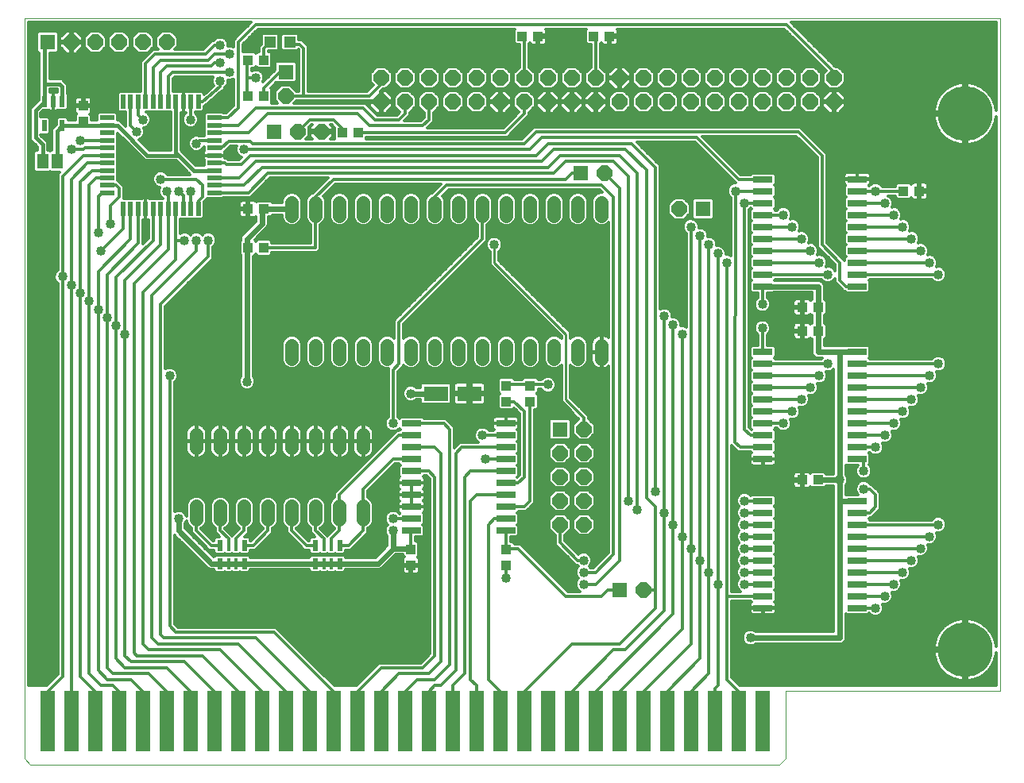
<source format=gtl>
G75*
G70*
%OFA0B0*%
%FSLAX24Y24*%
%IPPOS*%
%LPD*%
%AMOC8*
5,1,8,0,0,1.08239X$1,22.5*
%
%ADD10C,0.0000*%
%ADD11R,0.0600X0.2550*%
%ADD12C,0.0560*%
%ADD13OC8,0.0640*%
%ADD14R,0.0800X0.0260*%
%ADD15R,0.0433X0.0394*%
%ADD16R,0.1024X0.0630*%
%ADD17R,0.0472X0.0472*%
%ADD18R,0.0640X0.0640*%
%ADD19R,0.0394X0.0433*%
%ADD20C,0.2300*%
%ADD21R,0.0197X0.0591*%
%ADD22R,0.0591X0.0197*%
%ADD23R,0.0217X0.0472*%
%ADD24R,0.0173X0.0453*%
%ADD25R,0.0248X0.0453*%
%ADD26R,0.0460X0.0630*%
%ADD27C,0.0240*%
%ADD28C,0.0400*%
%ADD29C,0.0120*%
%ADD30C,0.0160*%
%ADD31C,0.0100*%
D10*
X008092Y007958D02*
X039530Y007958D01*
X039780Y008208D01*
X039780Y011052D01*
X048775Y011052D01*
X048775Y039267D01*
X007842Y039267D01*
X007842Y008271D01*
X007842Y008208D01*
X008092Y007958D01*
D11*
X008811Y009771D03*
X009811Y009771D03*
X010811Y009771D03*
X011811Y009771D03*
X012811Y009771D03*
X013811Y009771D03*
X014811Y009771D03*
X015811Y009771D03*
X016811Y009771D03*
X017811Y009771D03*
X018811Y009771D03*
X019811Y009771D03*
X020811Y009771D03*
X021811Y009771D03*
X022811Y009771D03*
X023811Y009771D03*
X024811Y009771D03*
X025811Y009771D03*
X026811Y009771D03*
X027811Y009771D03*
X028811Y009771D03*
X029811Y009771D03*
X030811Y009771D03*
X031811Y009771D03*
X032811Y009771D03*
X033811Y009771D03*
X034811Y009771D03*
X035811Y009771D03*
X036811Y009771D03*
X037811Y009771D03*
X038811Y009771D03*
D12*
X022061Y018241D02*
X022061Y018801D01*
X021061Y018801D02*
X021061Y018241D01*
X020061Y018241D02*
X020061Y018801D01*
X019061Y018801D02*
X019061Y018241D01*
X018061Y018241D02*
X018061Y018801D01*
X017061Y018801D02*
X017061Y018241D01*
X016061Y018241D02*
X016061Y018801D01*
X015061Y018801D02*
X015061Y018241D01*
X015061Y021241D02*
X015061Y021801D01*
X016061Y021801D02*
X016061Y021241D01*
X017061Y021241D02*
X017061Y021801D01*
X018061Y021801D02*
X018061Y021241D01*
X019061Y021241D02*
X019061Y021801D01*
X020061Y021801D02*
X020061Y021241D01*
X021061Y021241D02*
X021061Y021801D01*
X022061Y021801D02*
X022061Y021241D01*
X022061Y024991D02*
X022061Y025551D01*
X021061Y025551D02*
X021061Y024991D01*
X020061Y024991D02*
X020061Y025551D01*
X019061Y025551D02*
X019061Y024991D01*
X023061Y024991D02*
X023061Y025551D01*
X024061Y025551D02*
X024061Y024991D01*
X025061Y024991D02*
X025061Y025551D01*
X026061Y025551D02*
X026061Y024991D01*
X027061Y024991D02*
X027061Y025551D01*
X028061Y025551D02*
X028061Y024991D01*
X029061Y024991D02*
X029061Y025551D01*
X030061Y025551D02*
X030061Y024991D01*
X031061Y024991D02*
X031061Y025551D01*
X032061Y025551D02*
X032061Y024991D01*
X032061Y030991D02*
X032061Y031551D01*
X031061Y031551D02*
X031061Y030991D01*
X030061Y030991D02*
X030061Y031551D01*
X029061Y031551D02*
X029061Y030991D01*
X028061Y030991D02*
X028061Y031551D01*
X027061Y031551D02*
X027061Y030991D01*
X026061Y030991D02*
X026061Y031551D01*
X025061Y031551D02*
X025061Y030991D01*
X024061Y030991D02*
X024061Y031551D01*
X023061Y031551D02*
X023061Y030991D01*
X022061Y030991D02*
X022061Y031551D01*
X021061Y031551D02*
X021061Y030991D01*
X020061Y030991D02*
X020061Y031551D01*
X019061Y031551D02*
X019061Y030991D01*
D13*
X019311Y034521D03*
X020311Y034521D03*
X018811Y036021D03*
X022811Y035771D03*
X023811Y035771D03*
X023811Y036771D03*
X022811Y036771D03*
X024811Y036771D03*
X025811Y036771D03*
X026811Y036771D03*
X027811Y036771D03*
X028811Y036771D03*
X029811Y036771D03*
X030811Y036771D03*
X031811Y036771D03*
X032811Y036771D03*
X033811Y036771D03*
X034811Y036771D03*
X035811Y036771D03*
X036811Y036771D03*
X037811Y036771D03*
X038811Y036771D03*
X039811Y036771D03*
X040811Y036771D03*
X041811Y036771D03*
X041811Y035771D03*
X040811Y035771D03*
X039811Y035771D03*
X038811Y035771D03*
X037811Y035771D03*
X036811Y035771D03*
X035811Y035771D03*
X034811Y035771D03*
X033811Y035771D03*
X032811Y035771D03*
X031811Y035771D03*
X030811Y035771D03*
X029811Y035771D03*
X028811Y035771D03*
X027811Y035771D03*
X026811Y035771D03*
X025811Y035771D03*
X024811Y035771D03*
X032186Y032771D03*
X035311Y031271D03*
X031311Y022021D03*
X031311Y021021D03*
X030311Y021021D03*
X030311Y020021D03*
X031311Y020021D03*
X031311Y019021D03*
X030311Y019021D03*
X030311Y018021D03*
X031311Y018021D03*
X033811Y015271D03*
X013811Y038271D03*
X012811Y038271D03*
X011811Y038271D03*
X010811Y038271D03*
X009811Y038271D03*
D14*
X024081Y022271D03*
X024081Y021771D03*
X024081Y021271D03*
X024081Y020771D03*
X024081Y020271D03*
X024081Y019771D03*
X024081Y019271D03*
X024081Y018771D03*
X024081Y018271D03*
X024081Y017771D03*
X028041Y017771D03*
X028041Y018271D03*
X028041Y018771D03*
X028041Y019271D03*
X028041Y019771D03*
X028041Y020271D03*
X028041Y020771D03*
X028041Y021271D03*
X028041Y021771D03*
X028041Y022271D03*
X038831Y022271D03*
X038831Y022771D03*
X038831Y023271D03*
X038831Y023771D03*
X038831Y024271D03*
X038831Y024771D03*
X038831Y025271D03*
X038831Y028021D03*
X038831Y028521D03*
X038831Y029021D03*
X038831Y029521D03*
X038831Y030021D03*
X038831Y030521D03*
X038831Y031021D03*
X038831Y031521D03*
X038831Y032021D03*
X038831Y032521D03*
X042791Y032521D03*
X042791Y032021D03*
X042791Y031521D03*
X042791Y031021D03*
X042791Y030521D03*
X042791Y030021D03*
X042791Y029521D03*
X042791Y029021D03*
X042791Y028521D03*
X042791Y028021D03*
X042791Y025271D03*
X042791Y024771D03*
X042791Y024271D03*
X042791Y023771D03*
X042791Y023271D03*
X042791Y022771D03*
X042791Y022271D03*
X042791Y021771D03*
X042791Y021271D03*
X042791Y020771D03*
X042791Y019021D03*
X042791Y018521D03*
X042791Y018021D03*
X042791Y017521D03*
X042791Y017021D03*
X042791Y016521D03*
X042791Y016021D03*
X042791Y015521D03*
X042791Y015021D03*
X042791Y014521D03*
X038831Y014521D03*
X038831Y015021D03*
X038831Y015521D03*
X038831Y016021D03*
X038831Y016521D03*
X038831Y017021D03*
X038831Y017521D03*
X038831Y018021D03*
X038831Y018521D03*
X038831Y019021D03*
X038831Y020771D03*
X038831Y021271D03*
X038831Y021771D03*
D15*
X040476Y019896D03*
X041146Y019896D03*
X041146Y026146D03*
X040476Y026146D03*
X040476Y027146D03*
X041146Y027146D03*
X029061Y023855D03*
X029061Y023186D03*
X028061Y023186D03*
X028061Y023855D03*
X028061Y016980D03*
X028061Y016311D03*
X017896Y031271D03*
X017226Y031271D03*
D16*
X025102Y023521D03*
X026520Y023521D03*
D17*
X018974Y038271D03*
X018148Y038271D03*
D18*
X018811Y037021D03*
X018311Y034521D03*
X008811Y038271D03*
X030311Y022021D03*
X032811Y015271D03*
X036311Y031271D03*
X031186Y032771D03*
D19*
X031726Y038521D03*
X032396Y038521D03*
X029396Y038521D03*
X028726Y038521D03*
X021864Y034489D03*
X021195Y034489D03*
X017896Y036021D03*
X017226Y036021D03*
X017226Y037521D03*
X017896Y037521D03*
X010311Y035605D03*
X010311Y034936D03*
X017226Y029646D03*
X017896Y029646D03*
X024061Y016980D03*
X024061Y016311D03*
X044726Y032021D03*
X045396Y032021D03*
D20*
X047311Y035271D03*
X047311Y012771D03*
D21*
X015136Y031277D03*
X014821Y031277D03*
X014506Y031277D03*
X014191Y031277D03*
X013876Y031277D03*
X013561Y031277D03*
X013246Y031277D03*
X012931Y031277D03*
X012616Y031277D03*
X012301Y031277D03*
X011986Y031277D03*
X011986Y035765D03*
X012301Y035765D03*
X012616Y035765D03*
X012931Y035765D03*
X013246Y035765D03*
X013561Y035765D03*
X013876Y035765D03*
X014191Y035765D03*
X014506Y035765D03*
X014821Y035765D03*
X015136Y035765D03*
D22*
X015805Y035096D03*
X015805Y034781D03*
X015805Y034466D03*
X015805Y034151D03*
X015805Y033836D03*
X015805Y033521D03*
X015805Y033206D03*
X015805Y032891D03*
X015805Y032576D03*
X015805Y032261D03*
X015805Y031946D03*
X011317Y031946D03*
X011317Y032261D03*
X011317Y032576D03*
X011317Y032891D03*
X011317Y033206D03*
X011317Y033521D03*
X011317Y033836D03*
X011317Y034151D03*
X011317Y034466D03*
X011317Y034781D03*
X011317Y035096D03*
D23*
X009435Y034759D03*
X008687Y034759D03*
X008687Y035783D03*
X009061Y035783D03*
X009435Y035783D03*
D24*
X016404Y017155D03*
X016719Y017155D03*
X016719Y016387D03*
X016404Y016387D03*
X020404Y016387D03*
X020719Y016387D03*
X020719Y017155D03*
X020404Y017155D03*
D25*
X020051Y017155D03*
X020051Y016387D03*
X021071Y016387D03*
X021071Y017155D03*
X017071Y017155D03*
X017071Y016387D03*
X016051Y016387D03*
X016051Y017155D03*
D26*
X009205Y033271D03*
X008605Y033271D03*
D27*
X017186Y030021D02*
X017186Y029686D01*
X017226Y029646D01*
X017186Y029646D01*
X017186Y024021D01*
X024061Y023521D02*
X025102Y023521D01*
X023311Y017771D02*
X023311Y017021D01*
X022677Y016387D01*
X021071Y016387D01*
X020719Y016387D01*
X020404Y016387D01*
X017071Y016387D01*
X016719Y016387D01*
X016404Y016387D01*
X016051Y016387D01*
X015695Y016387D01*
X014311Y017771D01*
X014311Y018271D01*
X020051Y016387D02*
X020404Y016387D01*
X023311Y017021D02*
X024021Y017021D01*
X024061Y016980D01*
X038311Y013271D02*
X042061Y013271D01*
X042061Y019021D01*
X042061Y019896D01*
X041146Y019896D01*
X042061Y019896D02*
X042061Y025271D01*
X041146Y025271D01*
X041146Y026146D01*
X041146Y027146D01*
X041146Y028021D01*
X038831Y028021D01*
X042061Y025271D02*
X042791Y025271D01*
X042791Y019021D02*
X042061Y019021D01*
X019061Y031271D02*
X017896Y031271D01*
X017811Y031271D01*
X017811Y030646D01*
X017186Y030021D01*
D28*
X016561Y031271D03*
X015561Y029958D03*
X015061Y029958D03*
X014561Y029958D03*
X014811Y032021D03*
X014311Y032021D03*
X013811Y032021D03*
X013561Y032521D03*
X012936Y032021D03*
X011436Y030646D03*
X010967Y030271D03*
X011061Y029521D03*
X009811Y028083D03*
X010186Y027739D03*
X010561Y027396D03*
X010936Y027052D03*
X011311Y026708D03*
X011686Y026364D03*
X012061Y026021D03*
X013936Y024271D03*
X017186Y024021D03*
X023311Y022271D03*
X024061Y023521D03*
X027061Y021771D03*
X027186Y020771D03*
X029811Y023896D03*
X034686Y026771D03*
X035061Y026396D03*
X035436Y026021D03*
X038811Y026271D03*
X039249Y025896D03*
X038811Y027271D03*
X037311Y029021D03*
X036936Y029396D03*
X036561Y029771D03*
X036186Y030146D03*
X035811Y030521D03*
X037686Y032021D03*
X038061Y031521D03*
X039686Y031021D03*
X040061Y030521D03*
X040436Y030021D03*
X040811Y029521D03*
X041186Y029021D03*
X041561Y028521D03*
X044686Y030521D03*
X044311Y031021D03*
X043936Y031521D03*
X043561Y032021D03*
X041936Y032521D03*
X045061Y030021D03*
X045436Y029521D03*
X045811Y029021D03*
X046186Y028521D03*
X046592Y032021D03*
X037499Y033333D03*
X035655Y032896D03*
X030561Y028521D03*
X027561Y029771D03*
X026061Y029771D03*
X026811Y028271D03*
X017061Y033771D03*
X016561Y033521D03*
X015061Y034021D03*
X014811Y035021D03*
X013311Y034521D03*
X012811Y035021D03*
X012561Y034521D03*
X011311Y035771D03*
X010186Y034146D03*
X009811Y033771D03*
X016061Y036646D03*
X016436Y037021D03*
X016061Y037396D03*
X016436Y037771D03*
X016061Y038146D03*
X016061Y038771D03*
X017561Y036771D03*
X009436Y028427D03*
X008561Y018021D03*
X014311Y018271D03*
X015061Y014771D03*
X019811Y015021D03*
X023311Y017771D03*
X023311Y018271D03*
X024311Y014521D03*
X028061Y015771D03*
X031311Y016021D03*
X031311Y016521D03*
X031311Y015521D03*
X035061Y018021D03*
X034686Y018521D03*
X034311Y019396D03*
X033186Y019021D03*
X033561Y018646D03*
X035436Y017521D03*
X035811Y017021D03*
X036186Y016521D03*
X036561Y016021D03*
X036936Y015521D03*
X038061Y015521D03*
X038061Y016021D03*
X038061Y016521D03*
X038061Y017021D03*
X038061Y017521D03*
X038061Y018021D03*
X038061Y018521D03*
X038061Y019021D03*
X038811Y020271D03*
X039686Y022271D03*
X040061Y022771D03*
X040436Y023271D03*
X040811Y023771D03*
X041186Y024271D03*
X041561Y024771D03*
X044686Y022771D03*
X045061Y023271D03*
X045436Y023771D03*
X045811Y024271D03*
X046186Y024771D03*
X044311Y022271D03*
X043936Y021771D03*
X043561Y021271D03*
X043061Y020271D03*
X043061Y019521D03*
X042061Y019896D03*
X045436Y017021D03*
X045811Y017521D03*
X046186Y018021D03*
X045061Y016521D03*
X044686Y016021D03*
X044311Y015521D03*
X043936Y015021D03*
X043561Y014521D03*
X040061Y014521D03*
X038311Y013271D03*
X040092Y012271D03*
X008561Y012271D03*
D29*
X008002Y012275D02*
X009236Y012275D01*
X009236Y012157D02*
X008002Y012157D01*
X008002Y012038D02*
X009236Y012038D01*
X009236Y011920D02*
X008002Y011920D01*
X008002Y011801D02*
X009236Y011801D01*
X009236Y011729D02*
X008778Y011271D01*
X008002Y011271D01*
X008002Y039107D01*
X017364Y039107D01*
X016728Y038471D01*
X016611Y038354D01*
X016611Y038066D01*
X016504Y038111D01*
X016401Y038111D01*
X016401Y038213D01*
X016349Y038338D01*
X016254Y038434D01*
X016129Y038486D01*
X015993Y038486D01*
X015868Y038434D01*
X015780Y038346D01*
X015728Y038346D01*
X015611Y038229D01*
X015353Y037971D01*
X014161Y037971D01*
X014271Y038080D01*
X014271Y038461D01*
X014002Y038731D01*
X013620Y038731D01*
X013351Y038461D01*
X013351Y038080D01*
X013461Y037971D01*
X013228Y037971D01*
X013111Y037854D01*
X012848Y037591D01*
X012731Y037474D01*
X012731Y036200D01*
X012460Y036200D01*
X012459Y036199D01*
X012458Y036200D01*
X012145Y036200D01*
X012144Y036199D01*
X012143Y036200D01*
X011830Y036200D01*
X011748Y036118D01*
X011748Y035411D01*
X011830Y035330D01*
X012101Y035330D01*
X012101Y034839D01*
X012098Y034836D01*
X012101Y034757D01*
X012101Y034729D01*
X011830Y035001D01*
X011752Y035001D01*
X011752Y035252D01*
X011670Y035334D01*
X010964Y035334D01*
X010882Y035252D01*
X010882Y035001D01*
X010648Y035001D01*
X010648Y035211D01*
X010601Y035258D01*
X010606Y035261D01*
X010636Y035291D01*
X010657Y035327D01*
X010668Y035368D01*
X010668Y035567D01*
X010350Y035567D01*
X010350Y035644D01*
X010668Y035644D01*
X010668Y035843D01*
X010657Y035884D01*
X010636Y035920D01*
X010606Y035950D01*
X010570Y035971D01*
X010529Y035982D01*
X010349Y035982D01*
X010349Y035644D01*
X010273Y035644D01*
X010273Y035982D01*
X010093Y035982D01*
X010052Y035971D01*
X010016Y035950D01*
X009986Y035920D01*
X009965Y035884D01*
X009954Y035843D01*
X009954Y035644D01*
X010272Y035644D01*
X010272Y035567D01*
X009954Y035567D01*
X009954Y035368D01*
X009965Y035327D01*
X009986Y035291D01*
X010016Y035261D01*
X010021Y035258D01*
X009974Y035211D01*
X009974Y035001D01*
X009683Y035001D01*
X009683Y035053D01*
X009601Y035135D01*
X009269Y035135D01*
X009187Y035053D01*
X009187Y034822D01*
X008985Y034620D01*
X008985Y034437D01*
X008985Y033726D01*
X008917Y033726D01*
X008905Y033714D01*
X008893Y033726D01*
X008825Y033726D01*
X008825Y033886D01*
X008825Y034068D01*
X008531Y034362D01*
X008531Y034383D01*
X008853Y034383D01*
X008935Y034465D01*
X008935Y035053D01*
X008853Y035135D01*
X008531Y035135D01*
X008531Y035315D01*
X008622Y035406D01*
X008853Y035406D01*
X008861Y035414D01*
X008891Y035397D01*
X008932Y035386D01*
X009061Y035386D01*
X009190Y035386D01*
X009231Y035397D01*
X009261Y035414D01*
X009269Y035406D01*
X009601Y035406D01*
X009683Y035488D01*
X009683Y036077D01*
X009655Y036105D01*
X009655Y036306D01*
X009655Y036488D01*
X009402Y036741D01*
X009220Y036741D01*
X008907Y036741D01*
X008907Y037811D01*
X009189Y037811D01*
X009271Y037893D01*
X009271Y038649D01*
X009189Y038731D01*
X008433Y038731D01*
X008351Y038649D01*
X008351Y037893D01*
X008433Y037811D01*
X008467Y037811D01*
X008467Y036612D01*
X008467Y036105D01*
X008439Y036077D01*
X008439Y035845D01*
X008091Y035498D01*
X008091Y035315D01*
X008091Y034180D01*
X008220Y034051D01*
X008385Y033886D01*
X008385Y033726D01*
X008317Y033726D01*
X008235Y033644D01*
X008235Y032898D01*
X008317Y032816D01*
X008893Y032816D01*
X008905Y032828D01*
X008917Y032816D01*
X009323Y032816D01*
X009236Y032729D01*
X009236Y028708D01*
X009148Y028620D01*
X009096Y028495D01*
X009096Y028359D01*
X009148Y028234D01*
X009236Y028146D01*
X009236Y011729D01*
X009190Y011683D02*
X008002Y011683D01*
X008002Y011564D02*
X009072Y011564D01*
X008953Y011446D02*
X008002Y011446D01*
X008002Y011327D02*
X008834Y011327D01*
X008811Y011021D02*
X009436Y011646D01*
X009436Y028427D01*
X009436Y032646D01*
X010311Y033521D01*
X011317Y033521D01*
X011317Y033836D02*
X010376Y033836D01*
X010311Y033771D01*
X009811Y033771D01*
X010186Y034146D02*
X010186Y034151D01*
X011317Y034151D01*
X011752Y034206D02*
X012002Y034206D01*
X011884Y034324D02*
X011752Y034324D01*
X011752Y034309D02*
X011752Y034456D01*
X012779Y033430D01*
X012779Y033430D01*
X012907Y033301D01*
X014220Y033301D01*
X014800Y032721D01*
X013842Y032721D01*
X013754Y032809D01*
X013629Y032861D01*
X013493Y032861D01*
X013368Y032809D01*
X013273Y032713D01*
X013221Y032588D01*
X013221Y032453D01*
X013273Y032328D01*
X013368Y032232D01*
X013493Y032181D01*
X013509Y032181D01*
X013471Y032088D01*
X013471Y031953D01*
X013523Y031828D01*
X013618Y031732D01*
X013668Y031712D01*
X013405Y031712D01*
X013404Y031711D01*
X013402Y031712D01*
X013107Y031712D01*
X013091Y031721D01*
X013051Y031732D01*
X012931Y031732D01*
X012812Y031732D01*
X012771Y031721D01*
X012755Y031712D01*
X012460Y031712D01*
X012459Y031711D01*
X012458Y031712D01*
X012145Y031712D01*
X012144Y031711D01*
X012143Y031712D01*
X012011Y031712D01*
X012011Y031854D01*
X012011Y032229D01*
X011894Y032346D01*
X011779Y032461D01*
X011752Y032461D01*
X011752Y032732D01*
X011751Y032733D01*
X011752Y032734D01*
X011752Y033047D01*
X011751Y033048D01*
X011752Y033049D01*
X011752Y033362D01*
X011751Y033363D01*
X011752Y033364D01*
X011752Y033677D01*
X011751Y033678D01*
X011752Y033679D01*
X011752Y033992D01*
X011751Y033993D01*
X011752Y033994D01*
X011752Y034307D01*
X011751Y034308D01*
X011752Y034309D01*
X011752Y034443D02*
X011765Y034443D01*
X011752Y034087D02*
X012121Y034087D01*
X012239Y033969D02*
X011752Y033969D01*
X011752Y033850D02*
X012358Y033850D01*
X012476Y033732D02*
X011752Y033732D01*
X011752Y033613D02*
X012595Y033613D01*
X012714Y033495D02*
X011752Y033495D01*
X011752Y033376D02*
X012832Y033376D01*
X013090Y033741D02*
X012643Y034187D01*
X012754Y034232D01*
X012849Y034328D01*
X012901Y034453D01*
X012901Y034588D01*
X012863Y034681D01*
X012879Y034681D01*
X013004Y034732D01*
X013099Y034828D01*
X013151Y034953D01*
X013151Y035088D01*
X013099Y035213D01*
X013004Y035309D01*
X012954Y035330D01*
X013088Y035330D01*
X013089Y035331D01*
X013090Y035330D01*
X013402Y035330D01*
X013404Y035331D01*
X013405Y035330D01*
X013717Y035330D01*
X013719Y035331D01*
X013720Y035330D01*
X013971Y035330D01*
X013971Y033741D01*
X013090Y033741D01*
X012980Y033850D02*
X013971Y033850D01*
X013971Y033969D02*
X012861Y033969D01*
X012743Y034087D02*
X013971Y034087D01*
X013971Y034206D02*
X012689Y034206D01*
X012846Y034324D02*
X013971Y034324D01*
X013971Y034443D02*
X012897Y034443D01*
X012901Y034561D02*
X013971Y034561D01*
X013971Y034680D02*
X012863Y034680D01*
X013070Y034799D02*
X013971Y034799D01*
X013971Y034917D02*
X013136Y034917D01*
X013151Y035036D02*
X013971Y035036D01*
X013971Y035154D02*
X013124Y035154D01*
X013040Y035273D02*
X013971Y035273D01*
X014411Y035273D02*
X014582Y035273D01*
X014611Y035301D02*
X014523Y035213D01*
X014471Y035088D01*
X014471Y034953D01*
X014523Y034828D01*
X014618Y034732D01*
X014743Y034681D01*
X014879Y034681D01*
X015004Y034732D01*
X015099Y034828D01*
X015151Y034953D01*
X015151Y035088D01*
X015099Y035213D01*
X015011Y035301D01*
X015011Y035330D01*
X015292Y035330D01*
X015374Y035411D01*
X015374Y035562D01*
X015378Y035565D01*
X015388Y035565D01*
X015440Y035617D01*
X016134Y036196D01*
X016144Y036196D01*
X016196Y036248D01*
X016253Y036295D01*
X016254Y036306D01*
X016261Y036313D01*
X016261Y036365D01*
X016349Y036453D01*
X016401Y036578D01*
X016401Y036681D01*
X016504Y036681D01*
X016611Y036725D01*
X016611Y035604D01*
X016303Y035295D01*
X016197Y035295D01*
X016158Y035334D01*
X015452Y035334D01*
X015370Y035252D01*
X015370Y034939D01*
X015371Y034938D01*
X015370Y034937D01*
X015370Y034624D01*
X015371Y034623D01*
X015370Y034622D01*
X015370Y034351D01*
X015274Y034351D01*
X015153Y034351D01*
X015129Y034361D01*
X014993Y034361D01*
X014868Y034309D01*
X014773Y034213D01*
X014721Y034088D01*
X014721Y033953D01*
X014773Y033828D01*
X014868Y033732D01*
X014993Y033681D01*
X015129Y033681D01*
X015254Y033732D01*
X015349Y033828D01*
X015370Y033878D01*
X015370Y033697D01*
X015361Y033681D01*
X015350Y033640D01*
X015350Y033521D01*
X015805Y033521D01*
X015805Y033520D01*
X015350Y033520D01*
X015350Y033401D01*
X015361Y033361D01*
X015370Y033345D01*
X015370Y033111D01*
X015032Y033111D01*
X014531Y033612D01*
X014411Y033732D01*
X014411Y035310D01*
X014506Y035310D01*
X014611Y035310D01*
X014611Y035301D01*
X014506Y035310D02*
X014506Y035764D01*
X014506Y035764D01*
X014506Y035310D01*
X014506Y035391D02*
X014506Y035391D01*
X014506Y035510D02*
X014506Y035510D01*
X014506Y035628D02*
X014506Y035628D01*
X014506Y035747D02*
X014506Y035747D01*
X014506Y035765D02*
X014506Y036220D01*
X014506Y035765D01*
X014506Y035765D01*
X014506Y035865D02*
X014506Y035865D01*
X014506Y035984D02*
X014506Y035984D01*
X014506Y036103D02*
X014506Y036103D01*
X014506Y036220D02*
X014386Y036220D01*
X014346Y036209D01*
X014330Y036200D01*
X014076Y036200D01*
X014076Y036753D01*
X014144Y036821D01*
X015766Y036821D01*
X015721Y036713D01*
X015721Y036578D01*
X015773Y036453D01*
X015793Y036433D01*
X015374Y036083D01*
X015374Y036118D01*
X015292Y036200D01*
X014979Y036200D01*
X014978Y036199D01*
X014977Y036200D01*
X014682Y036200D01*
X014666Y036209D01*
X014625Y036220D01*
X014506Y036220D01*
X014076Y036221D02*
X015540Y036221D01*
X015682Y036340D02*
X014076Y036340D01*
X014076Y036458D02*
X015771Y036458D01*
X015722Y036577D02*
X014076Y036577D01*
X014076Y036695D02*
X015721Y036695D01*
X015763Y036814D02*
X014137Y036814D01*
X014061Y037021D02*
X016436Y037021D01*
X016539Y036695D02*
X016611Y036695D01*
X016611Y036577D02*
X016400Y036577D01*
X016351Y036458D02*
X016611Y036458D01*
X016611Y036340D02*
X016261Y036340D01*
X016169Y036221D02*
X016611Y036221D01*
X016611Y036103D02*
X016022Y036103D01*
X015880Y035984D02*
X016611Y035984D01*
X016611Y035865D02*
X015738Y035865D01*
X015596Y035747D02*
X016611Y035747D01*
X016611Y035628D02*
X015454Y035628D01*
X015374Y035510D02*
X016517Y035510D01*
X016399Y035391D02*
X015354Y035391D01*
X015391Y035273D02*
X015040Y035273D01*
X015124Y035154D02*
X015370Y035154D01*
X015370Y035036D02*
X015151Y035036D01*
X015136Y034917D02*
X015370Y034917D01*
X015370Y034799D02*
X015070Y034799D01*
X015370Y034680D02*
X014411Y034680D01*
X014411Y034561D02*
X015370Y034561D01*
X015370Y034443D02*
X014411Y034443D01*
X014411Y034324D02*
X014906Y034324D01*
X014770Y034206D02*
X014411Y034206D01*
X014411Y034087D02*
X014721Y034087D01*
X014721Y033969D02*
X014411Y033969D01*
X014411Y033850D02*
X014764Y033850D01*
X014870Y033732D02*
X014411Y033732D01*
X014530Y033613D02*
X015350Y033613D01*
X015350Y033495D02*
X014648Y033495D01*
X014767Y033376D02*
X015357Y033376D01*
X015370Y033258D02*
X014885Y033258D01*
X015004Y033139D02*
X015370Y033139D01*
X015805Y033206D02*
X016251Y033206D01*
X016311Y033146D01*
X016936Y033146D01*
X017311Y033521D01*
X029311Y033521D01*
X029811Y034021D01*
X033311Y034021D01*
X034311Y033021D01*
X034311Y019396D01*
X033936Y019146D02*
X033936Y032896D01*
X033061Y033771D01*
X030061Y033771D01*
X029561Y033271D01*
X017561Y033271D01*
X016866Y032576D01*
X015805Y032576D01*
X015805Y032261D02*
X017051Y032261D01*
X017811Y033021D01*
X029811Y033021D01*
X030311Y033521D01*
X032811Y033521D01*
X033561Y032771D01*
X033561Y018646D01*
X033186Y019021D02*
X033186Y032646D01*
X032561Y033271D01*
X030561Y033271D01*
X030061Y032771D01*
X018061Y032771D01*
X017236Y031946D01*
X015805Y031946D01*
X015511Y031707D02*
X016158Y031707D01*
X016197Y031746D01*
X017319Y031746D01*
X017436Y031863D01*
X018144Y032571D01*
X020578Y032571D01*
X019978Y031971D01*
X019977Y031971D01*
X019823Y031907D01*
X019705Y031789D01*
X019641Y031634D01*
X019641Y030907D01*
X019705Y030753D01*
X019823Y030635D01*
X019861Y030619D01*
X019861Y029846D01*
X018232Y029846D01*
X018232Y029920D01*
X018151Y030002D01*
X017641Y030002D01*
X017561Y029922D01*
X017508Y029975D01*
X018031Y030498D01*
X018071Y030594D01*
X018071Y030697D01*
X018071Y030934D01*
X018170Y030934D01*
X018247Y031011D01*
X018641Y031011D01*
X018641Y030907D01*
X018705Y030753D01*
X018823Y030635D01*
X018977Y030571D01*
X019145Y030571D01*
X019299Y030635D01*
X019417Y030753D01*
X019481Y030907D01*
X019481Y031634D01*
X019417Y031789D01*
X019299Y031907D01*
X019145Y031971D01*
X018977Y031971D01*
X018823Y031907D01*
X018705Y031789D01*
X018641Y031634D01*
X018641Y031531D01*
X018247Y031531D01*
X018170Y031608D01*
X017621Y031608D01*
X017574Y031560D01*
X017571Y031566D01*
X017541Y031596D01*
X017505Y031617D01*
X017464Y031628D01*
X017265Y031628D01*
X017265Y031309D01*
X017188Y031309D01*
X017188Y031232D01*
X017265Y031232D01*
X017265Y030914D01*
X017464Y030914D01*
X017505Y030925D01*
X017541Y030946D01*
X017551Y030956D01*
X017551Y030753D01*
X017039Y030241D01*
X016966Y030168D01*
X016926Y030072D01*
X016926Y029957D01*
X016890Y029920D01*
X016890Y029371D01*
X016926Y029335D01*
X016926Y024241D01*
X016898Y024213D01*
X016846Y024088D01*
X016846Y023953D01*
X016898Y023828D01*
X016993Y023732D01*
X017118Y023681D01*
X017254Y023681D01*
X017379Y023732D01*
X017474Y023828D01*
X017526Y023953D01*
X017526Y024088D01*
X017474Y024213D01*
X017446Y024241D01*
X017446Y029289D01*
X017481Y029289D01*
X017561Y029369D01*
X017641Y029289D01*
X018151Y029289D01*
X018232Y029371D01*
X018232Y029446D01*
X019978Y029446D01*
X020144Y029446D01*
X020261Y029563D01*
X020261Y030619D01*
X020299Y030635D01*
X020417Y030753D01*
X020481Y030907D01*
X020481Y031634D01*
X020417Y031789D01*
X020389Y031816D01*
X020894Y032321D01*
X025328Y032321D01*
X024978Y031971D01*
X024977Y031971D01*
X024823Y031907D01*
X024705Y031789D01*
X024641Y031634D01*
X024641Y030907D01*
X024705Y030753D01*
X024823Y030635D01*
X024977Y030571D01*
X025145Y030571D01*
X025299Y030635D01*
X025417Y030753D01*
X025481Y030907D01*
X025481Y031634D01*
X025417Y031789D01*
X025389Y031816D01*
X025644Y032071D01*
X031978Y032071D01*
X032078Y031971D01*
X031977Y031971D01*
X031823Y031907D01*
X031705Y031789D01*
X031641Y031634D01*
X031641Y030907D01*
X031705Y030753D01*
X031823Y030635D01*
X031977Y030571D01*
X032145Y030571D01*
X032299Y030635D01*
X032361Y030697D01*
X032361Y025873D01*
X032348Y025886D01*
X032292Y025927D01*
X032230Y025958D01*
X032164Y025980D01*
X032096Y025991D01*
X032081Y025991D01*
X032081Y025291D01*
X032041Y025291D01*
X032041Y025991D01*
X032026Y025991D01*
X031958Y025980D01*
X031892Y025958D01*
X031830Y025927D01*
X031774Y025886D01*
X031725Y025837D01*
X031685Y025781D01*
X031653Y025720D01*
X031632Y025654D01*
X031621Y025585D01*
X031621Y025291D01*
X032041Y025291D01*
X032041Y025251D01*
X031621Y025251D01*
X031621Y024956D01*
X031632Y024888D01*
X031653Y024822D01*
X031685Y024760D01*
X031725Y024704D01*
X031774Y024655D01*
X031830Y024614D01*
X031892Y024583D01*
X031958Y024562D01*
X032026Y024551D01*
X032041Y024551D01*
X032041Y025250D01*
X032081Y025250D01*
X032081Y024551D01*
X032096Y024551D01*
X032164Y024562D01*
X032230Y024583D01*
X032292Y024614D01*
X032348Y024655D01*
X032361Y024669D01*
X032361Y016854D01*
X031728Y016221D01*
X031592Y016221D01*
X031542Y016271D01*
X031599Y016328D01*
X031651Y016453D01*
X031651Y016588D01*
X031599Y016713D01*
X031504Y016809D01*
X031379Y016861D01*
X031243Y016861D01*
X031118Y016809D01*
X031087Y016777D01*
X030511Y017354D01*
X030511Y017570D01*
X030771Y017830D01*
X030771Y018211D01*
X030502Y018481D01*
X030120Y018481D01*
X029851Y018211D01*
X029851Y017830D01*
X030111Y017570D01*
X030111Y017188D01*
X030228Y017071D01*
X030978Y016321D01*
X031030Y016321D01*
X031080Y016271D01*
X031023Y016213D01*
X030971Y016088D01*
X030971Y015953D01*
X031023Y015828D01*
X031080Y015771D01*
X031023Y015713D01*
X030151Y015713D01*
X030033Y015832D02*
X031021Y015832D01*
X031023Y015713D02*
X030971Y015588D01*
X030971Y015453D01*
X031023Y015328D01*
X031118Y015232D01*
X031147Y015221D01*
X030644Y015221D01*
X028761Y017104D01*
X028644Y017221D01*
X028418Y017221D01*
X028418Y017235D01*
X028336Y017317D01*
X028261Y017317D01*
X028261Y017501D01*
X028499Y017501D01*
X028581Y017583D01*
X028581Y017959D01*
X028519Y018021D01*
X028581Y018083D01*
X028581Y018459D01*
X028519Y018521D01*
X028569Y018571D01*
X028894Y018571D01*
X029011Y018688D01*
X029261Y018938D01*
X029261Y019104D01*
X029261Y022849D01*
X029336Y022849D01*
X029418Y022931D01*
X029418Y023441D01*
X029338Y023521D01*
X029418Y023600D01*
X029418Y023696D01*
X029530Y023696D01*
X029618Y023607D01*
X029743Y023556D01*
X029879Y023556D01*
X030004Y023607D01*
X030099Y023703D01*
X030151Y023828D01*
X030151Y023963D01*
X030099Y024088D01*
X030004Y024184D01*
X029879Y024236D01*
X029743Y024236D01*
X029618Y024184D01*
X029530Y024096D01*
X029418Y024096D01*
X029418Y024110D01*
X029336Y024192D01*
X028786Y024192D01*
X028704Y024110D01*
X028704Y024096D01*
X028418Y024096D01*
X028418Y024110D01*
X028336Y024192D01*
X027786Y024192D01*
X027704Y024110D01*
X027704Y023600D01*
X027784Y023521D01*
X027704Y023441D01*
X027704Y022931D01*
X027786Y022849D01*
X028336Y022849D01*
X028393Y022906D01*
X028611Y022688D01*
X028611Y020104D01*
X028524Y020016D01*
X028519Y020021D01*
X028581Y020083D01*
X028581Y020459D01*
X028519Y020521D01*
X028581Y020583D01*
X028581Y020959D01*
X028519Y021021D01*
X028581Y021083D01*
X028581Y021459D01*
X028519Y021521D01*
X028581Y021583D01*
X028581Y021959D01*
X028531Y022008D01*
X028539Y022013D01*
X028569Y022042D01*
X028590Y022079D01*
X028601Y022120D01*
X028601Y022266D01*
X028046Y022266D01*
X028046Y022276D01*
X028036Y022276D01*
X028036Y022561D01*
X027620Y022561D01*
X027579Y022550D01*
X027543Y022529D01*
X027513Y022499D01*
X027492Y022462D01*
X027481Y022422D01*
X027481Y022276D01*
X028036Y022276D01*
X028036Y022266D01*
X027481Y022266D01*
X027481Y022120D01*
X027492Y022079D01*
X027513Y022042D01*
X027543Y022013D01*
X027551Y022008D01*
X027513Y021971D01*
X027342Y021971D01*
X027254Y022059D01*
X027129Y022111D01*
X026993Y022111D01*
X026868Y022059D01*
X026773Y021963D01*
X026721Y021838D01*
X026721Y021703D01*
X026773Y021578D01*
X026868Y021482D01*
X026897Y021471D01*
X026269Y021471D01*
X026103Y021471D01*
X025886Y021253D01*
X025886Y021938D01*
X025886Y022104D01*
X025519Y022471D01*
X025353Y022471D01*
X024609Y022471D01*
X024539Y022541D01*
X023623Y022541D01*
X023572Y022490D01*
X023511Y022551D01*
X023511Y024438D01*
X023644Y024571D01*
X023761Y024688D01*
X023761Y024697D01*
X023823Y024635D01*
X023977Y024571D01*
X024145Y024571D01*
X024299Y024635D01*
X024417Y024753D01*
X024481Y024907D01*
X024481Y025634D01*
X024417Y025789D01*
X024299Y025907D01*
X024145Y025971D01*
X023977Y025971D01*
X023823Y025907D01*
X023761Y025845D01*
X023761Y026438D01*
X027261Y029938D01*
X027261Y030104D01*
X027261Y030619D01*
X027299Y030635D01*
X027417Y030753D01*
X027481Y030907D01*
X027481Y031634D01*
X027417Y031789D01*
X027299Y031907D01*
X027145Y031971D01*
X026977Y031971D01*
X026823Y031907D01*
X026705Y031789D01*
X026641Y031634D01*
X026641Y030907D01*
X026705Y030753D01*
X026823Y030635D01*
X026861Y030619D01*
X026861Y030104D01*
X023361Y026604D01*
X023361Y026438D01*
X023361Y025845D01*
X023299Y025907D01*
X023145Y025971D01*
X022977Y025971D01*
X022823Y025907D01*
X022705Y025789D01*
X022641Y025634D01*
X022641Y024907D01*
X022705Y024753D01*
X022823Y024635D01*
X022977Y024571D01*
X023111Y024571D01*
X023111Y022551D01*
X023023Y022463D01*
X022971Y022338D01*
X022971Y022203D01*
X023023Y022078D01*
X023118Y021982D01*
X023243Y021931D01*
X023379Y021931D01*
X023504Y021982D01*
X023572Y022051D01*
X023603Y022021D01*
X023553Y021971D01*
X023478Y021971D01*
X020978Y019471D01*
X020861Y019354D01*
X020861Y019172D01*
X020823Y019157D01*
X020705Y019039D01*
X020641Y018884D01*
X020641Y018157D01*
X020705Y018003D01*
X020823Y017885D01*
X020861Y017869D01*
X020861Y017854D01*
X020561Y017554D01*
X020261Y017854D01*
X020261Y017869D01*
X020299Y017885D01*
X020417Y018003D01*
X020481Y018157D01*
X020481Y018884D01*
X020417Y019039D01*
X020299Y019157D01*
X020145Y019221D01*
X019977Y019221D01*
X019823Y019157D01*
X019705Y019039D01*
X019641Y018884D01*
X019641Y018157D01*
X019705Y018003D01*
X019823Y017885D01*
X019861Y017869D01*
X019861Y017688D01*
X019978Y017571D01*
X020028Y017521D01*
X019869Y017521D01*
X019787Y017439D01*
X019787Y017355D01*
X019760Y017355D01*
X019261Y017854D01*
X019261Y017869D01*
X019299Y017885D01*
X019417Y018003D01*
X019481Y018157D01*
X019481Y018884D01*
X019417Y019039D01*
X019299Y019157D01*
X019145Y019221D01*
X018977Y019221D01*
X018823Y019157D01*
X018705Y019039D01*
X018641Y018884D01*
X018641Y018157D01*
X018705Y018003D01*
X018823Y017885D01*
X018861Y017869D01*
X018861Y017688D01*
X018978Y017571D01*
X019594Y016955D01*
X019760Y016955D01*
X019787Y016955D01*
X019787Y016870D01*
X019869Y016788D01*
X020233Y016788D01*
X020246Y016801D01*
X020259Y016788D01*
X020548Y016788D01*
X020561Y016801D01*
X020574Y016788D01*
X020863Y016788D01*
X020876Y016801D01*
X020889Y016788D01*
X021253Y016788D01*
X021335Y016870D01*
X021335Y016955D01*
X021362Y016955D01*
X021528Y016955D01*
X022144Y017571D01*
X022261Y017688D01*
X022261Y017869D01*
X022299Y017885D01*
X022417Y018003D01*
X022481Y018157D01*
X022481Y018884D01*
X022417Y019039D01*
X022299Y019157D01*
X022261Y019172D01*
X022261Y019438D01*
X023394Y020571D01*
X023553Y020571D01*
X023603Y020521D01*
X023541Y020459D01*
X023541Y020083D01*
X023591Y020033D01*
X023583Y020029D01*
X023553Y019999D01*
X023532Y019962D01*
X023521Y019922D01*
X023521Y019776D01*
X024076Y019776D01*
X024076Y019766D01*
X023521Y019766D01*
X023521Y019620D01*
X023532Y019579D01*
X023553Y019542D01*
X023575Y019521D01*
X023553Y019499D01*
X023532Y019462D01*
X023521Y019422D01*
X023521Y019276D01*
X024076Y019276D01*
X024076Y019561D01*
X024076Y019765D01*
X024086Y019765D01*
X024086Y019561D01*
X024086Y019276D01*
X024076Y019276D01*
X024076Y019266D01*
X023521Y019266D01*
X023521Y019120D01*
X023532Y019079D01*
X023553Y019042D01*
X023575Y019021D01*
X023553Y018999D01*
X023532Y018962D01*
X023521Y018922D01*
X023521Y018776D01*
X024076Y018776D01*
X024076Y019061D01*
X024076Y019265D01*
X024086Y019265D01*
X024086Y019061D01*
X024086Y018776D01*
X024076Y018776D01*
X024076Y018766D01*
X023521Y018766D01*
X023521Y018620D01*
X023532Y018579D01*
X023553Y018542D01*
X023583Y018513D01*
X023591Y018508D01*
X023572Y018490D01*
X023504Y018559D01*
X023379Y018611D01*
X023243Y018611D01*
X023118Y018559D01*
X023023Y018463D01*
X022971Y018338D01*
X022971Y018203D01*
X023023Y018078D01*
X023080Y018021D01*
X023023Y017963D01*
X022971Y017838D01*
X022971Y017703D01*
X023023Y017578D01*
X023051Y017550D01*
X023051Y017128D01*
X022569Y016647D01*
X021335Y016647D01*
X021335Y016671D01*
X021253Y016753D01*
X020889Y016753D01*
X020876Y016740D01*
X020863Y016753D01*
X020574Y016753D01*
X020561Y016740D01*
X020548Y016753D01*
X020259Y016753D01*
X020246Y016740D01*
X020233Y016753D01*
X019869Y016753D01*
X019787Y016671D01*
X019787Y016647D01*
X017335Y016647D01*
X017335Y016671D01*
X017253Y016753D01*
X016889Y016753D01*
X016876Y016740D01*
X016863Y016753D01*
X016574Y016753D01*
X016561Y016740D01*
X016548Y016753D01*
X016259Y016753D01*
X016246Y016740D01*
X016233Y016753D01*
X015869Y016753D01*
X015787Y016671D01*
X015787Y016662D01*
X014571Y017878D01*
X014571Y018050D01*
X014599Y018078D01*
X014641Y018179D01*
X014641Y018157D01*
X014705Y018003D01*
X014823Y017885D01*
X014861Y017869D01*
X014861Y017688D01*
X014978Y017571D01*
X015594Y016955D01*
X015760Y016955D01*
X015787Y016955D01*
X015787Y016870D01*
X015869Y016788D01*
X016233Y016788D01*
X016246Y016801D01*
X016259Y016788D01*
X016548Y016788D01*
X016561Y016801D01*
X016574Y016788D01*
X016863Y016788D01*
X016876Y016801D01*
X016889Y016788D01*
X017253Y016788D01*
X017335Y016870D01*
X017335Y016955D01*
X017362Y016955D01*
X017528Y016955D01*
X018144Y017571D01*
X018261Y017688D01*
X018261Y017869D01*
X018299Y017885D01*
X018417Y018003D01*
X018481Y018157D01*
X018481Y018884D01*
X018417Y019039D01*
X018299Y019157D01*
X018145Y019221D01*
X017977Y019221D01*
X017823Y019157D01*
X017705Y019039D01*
X017641Y018884D01*
X017641Y018157D01*
X017705Y018003D01*
X017823Y017885D01*
X017861Y017869D01*
X017861Y017854D01*
X017362Y017355D01*
X017335Y017355D01*
X017335Y017439D01*
X017253Y017521D01*
X017094Y017521D01*
X017144Y017571D01*
X017261Y017688D01*
X017261Y017869D01*
X017299Y017885D01*
X017417Y018003D01*
X017481Y018157D01*
X017481Y018884D01*
X017417Y019039D01*
X017299Y019157D01*
X017145Y019221D01*
X016977Y019221D01*
X016823Y019157D01*
X016705Y019039D01*
X016641Y018884D01*
X016641Y018157D01*
X016705Y018003D01*
X016823Y017885D01*
X016861Y017869D01*
X016861Y017854D01*
X016561Y017554D01*
X016261Y017854D01*
X016261Y017869D01*
X016299Y017885D01*
X016417Y018003D01*
X016481Y018157D01*
X016481Y018884D01*
X016417Y019039D01*
X016299Y019157D01*
X016145Y019221D01*
X015977Y019221D01*
X015823Y019157D01*
X015705Y019039D01*
X015641Y018884D01*
X015641Y018157D01*
X015705Y018003D01*
X015823Y017885D01*
X015861Y017869D01*
X015861Y017688D01*
X015978Y017571D01*
X016028Y017521D01*
X015869Y017521D01*
X015787Y017439D01*
X015787Y017355D01*
X015760Y017355D01*
X015261Y017854D01*
X015261Y017869D01*
X015299Y017885D01*
X015417Y018003D01*
X015481Y018157D01*
X015481Y018884D01*
X015417Y019039D01*
X015299Y019157D01*
X015145Y019221D01*
X014977Y019221D01*
X014823Y019157D01*
X014705Y019039D01*
X014641Y018884D01*
X014641Y018362D01*
X014599Y018463D01*
X014504Y018559D01*
X014379Y018611D01*
X014243Y018611D01*
X014136Y018566D01*
X014136Y023990D01*
X014224Y024078D01*
X014276Y024203D01*
X014276Y024338D01*
X014224Y024463D01*
X014129Y024559D01*
X014004Y024611D01*
X013868Y024611D01*
X013761Y024566D01*
X013761Y027188D01*
X015644Y029071D01*
X015761Y029188D01*
X015761Y029677D01*
X015849Y029766D01*
X015901Y029891D01*
X015901Y030026D01*
X015849Y030151D01*
X015754Y030246D01*
X015629Y030298D01*
X015493Y030298D01*
X015368Y030246D01*
X015311Y030189D01*
X015254Y030246D01*
X015129Y030298D01*
X014993Y030298D01*
X014868Y030246D01*
X014811Y030189D01*
X014754Y030246D01*
X014629Y030298D01*
X014493Y030298D01*
X014391Y030256D01*
X014391Y030841D01*
X014662Y030841D01*
X014663Y030842D01*
X014664Y030841D01*
X014977Y030841D01*
X014978Y030842D01*
X014979Y030841D01*
X015292Y030841D01*
X015374Y030923D01*
X015374Y031551D01*
X015394Y031571D01*
X015511Y031688D01*
X015511Y031707D01*
X015421Y031598D02*
X016916Y031598D01*
X016912Y031596D02*
X016882Y031566D01*
X016861Y031529D01*
X016850Y031489D01*
X016850Y031309D01*
X017188Y031309D01*
X017188Y031628D01*
X016989Y031628D01*
X016948Y031617D01*
X016912Y031596D01*
X016850Y031479D02*
X015374Y031479D01*
X015374Y031361D02*
X016850Y031361D01*
X016850Y031232D02*
X016850Y031053D01*
X016861Y031012D01*
X016882Y030976D01*
X016912Y030946D01*
X016948Y030925D01*
X016989Y030914D01*
X017188Y030914D01*
X017188Y031232D01*
X016850Y031232D01*
X016850Y031124D02*
X015374Y031124D01*
X015374Y031242D02*
X017188Y031242D01*
X017188Y031124D02*
X017265Y031124D01*
X017265Y031005D02*
X017188Y031005D01*
X016865Y031005D02*
X015374Y031005D01*
X015338Y030887D02*
X017551Y030887D01*
X017551Y030768D02*
X014391Y030768D01*
X014391Y030650D02*
X017447Y030650D01*
X017329Y030531D02*
X014391Y030531D01*
X014391Y030412D02*
X017210Y030412D01*
X017092Y030294D02*
X015639Y030294D01*
X015483Y030294D02*
X015139Y030294D01*
X014983Y030294D02*
X014639Y030294D01*
X014483Y030294D02*
X014391Y030294D01*
X014222Y029958D02*
X014561Y029958D01*
X014222Y029958D02*
X014191Y029927D01*
X014191Y031277D01*
X014506Y031277D02*
X014506Y031826D01*
X014311Y032021D01*
X013876Y031956D02*
X013811Y032021D01*
X013876Y031956D02*
X013876Y031277D01*
X013876Y029586D01*
X012436Y028146D01*
X012436Y012646D01*
X012561Y012521D01*
X015311Y012521D01*
X016811Y011021D01*
X016811Y009771D01*
X015811Y009771D02*
X015811Y011021D01*
X014561Y012271D01*
X012311Y012271D01*
X012061Y012521D01*
X012061Y026021D01*
X012061Y028271D01*
X013561Y029771D01*
X013561Y031277D01*
X013246Y031277D02*
X013246Y029956D01*
X011686Y028396D01*
X011686Y026364D01*
X011686Y012396D01*
X012061Y012021D01*
X013811Y012021D01*
X014811Y011021D01*
X014811Y009771D01*
X013811Y009771D02*
X013811Y011021D01*
X013061Y011771D01*
X011561Y011771D01*
X011311Y012021D01*
X011311Y026708D01*
X011311Y028521D01*
X012616Y029826D01*
X012616Y031277D01*
X012301Y031277D02*
X012301Y030011D01*
X010936Y028646D01*
X010936Y027052D01*
X010936Y011896D01*
X011311Y011521D01*
X012311Y011521D01*
X012811Y011021D01*
X012811Y009771D01*
X011811Y009771D02*
X011811Y011021D01*
X011561Y011271D01*
X011061Y011271D01*
X010561Y011771D01*
X010561Y027396D01*
X010561Y032271D01*
X010866Y032576D01*
X011317Y032576D01*
X011317Y032891D02*
X010681Y032891D01*
X010186Y032396D01*
X010186Y027739D01*
X010186Y011646D01*
X010811Y011021D01*
X010811Y009771D01*
X009811Y009771D02*
X009811Y028083D01*
X009811Y032521D01*
X010496Y033206D01*
X011317Y033206D01*
X011752Y033258D02*
X014263Y033258D01*
X014382Y033139D02*
X011752Y033139D01*
X011752Y033020D02*
X014500Y033020D01*
X014619Y032902D02*
X011752Y032902D01*
X011752Y032783D02*
X013343Y032783D01*
X013253Y032665D02*
X011752Y032665D01*
X011752Y032546D02*
X013221Y032546D01*
X013231Y032428D02*
X011812Y032428D01*
X011930Y032309D02*
X013292Y032309D01*
X013469Y032191D02*
X012011Y032191D01*
X012011Y032072D02*
X013471Y032072D01*
X013471Y031954D02*
X012011Y031954D01*
X012011Y031835D02*
X013520Y031835D01*
X013657Y031716D02*
X013099Y031716D01*
X012931Y031716D02*
X012931Y031716D01*
X012931Y031732D02*
X012931Y031277D01*
X012931Y031277D01*
X012931Y031732D01*
X012931Y031598D02*
X012931Y031598D01*
X012931Y031479D02*
X012931Y031479D01*
X012931Y031361D02*
X012931Y031361D01*
X012931Y031276D02*
X012931Y030821D01*
X012816Y030821D01*
X012816Y029809D01*
X013046Y030039D01*
X013046Y030821D01*
X012931Y030821D01*
X012931Y031276D01*
X012931Y031276D01*
X012931Y031242D02*
X012931Y031242D01*
X012931Y031124D02*
X012931Y031124D01*
X012931Y031005D02*
X012931Y031005D01*
X012931Y030887D02*
X012931Y030887D01*
X012816Y030768D02*
X013046Y030768D01*
X013046Y030650D02*
X012816Y030650D01*
X012816Y030531D02*
X013046Y030531D01*
X013046Y030412D02*
X012816Y030412D01*
X012816Y030294D02*
X013046Y030294D01*
X013046Y030175D02*
X012816Y030175D01*
X012816Y030057D02*
X013046Y030057D01*
X012946Y029938D02*
X012816Y029938D01*
X012816Y029820D02*
X012827Y029820D01*
X011986Y030446D02*
X011061Y029521D01*
X010967Y030271D02*
X010967Y031802D01*
X011111Y031946D01*
X011317Y031946D01*
X011317Y032261D02*
X011696Y032261D01*
X011811Y032146D01*
X011811Y031771D01*
X011436Y031396D01*
X011436Y030646D01*
X011986Y030446D02*
X011986Y031277D01*
X012011Y031716D02*
X012763Y031716D01*
X013561Y032521D02*
X015061Y032521D01*
X015311Y032271D01*
X015311Y031771D01*
X015136Y031596D01*
X015136Y031277D01*
X014821Y031277D02*
X014817Y031277D01*
X014811Y031271D01*
X014811Y032021D01*
X014811Y031271D02*
X014821Y031261D01*
X015061Y029958D02*
X015061Y029521D01*
X013186Y027646D01*
X013186Y013271D01*
X013436Y013021D01*
X016811Y013021D01*
X018811Y011021D01*
X018811Y009771D01*
X017811Y009771D02*
X017811Y011021D01*
X016061Y012771D01*
X013061Y012771D01*
X012811Y013021D01*
X012811Y027771D01*
X014191Y029151D01*
X014191Y029927D01*
X015561Y029958D02*
X015561Y029271D01*
X013561Y027271D01*
X013561Y013396D01*
X013686Y013271D01*
X017561Y013271D01*
X019811Y011021D01*
X019811Y009771D01*
X020811Y009771D02*
X020811Y011021D01*
X018311Y013521D01*
X014186Y013521D01*
X013936Y013771D01*
X013936Y024271D01*
X014246Y024130D02*
X016863Y024130D01*
X016846Y024011D02*
X014157Y024011D01*
X014136Y023893D02*
X016871Y023893D01*
X016952Y023774D02*
X014136Y023774D01*
X014136Y023656D02*
X023111Y023656D01*
X023111Y023774D02*
X017420Y023774D01*
X017501Y023893D02*
X023111Y023893D01*
X023111Y024011D02*
X017526Y024011D01*
X017509Y024130D02*
X023111Y024130D01*
X023111Y024248D02*
X017446Y024248D01*
X017446Y024367D02*
X023111Y024367D01*
X023111Y024485D02*
X017446Y024485D01*
X017446Y024604D02*
X018897Y024604D01*
X018823Y024635D02*
X018977Y024571D01*
X019145Y024571D01*
X019299Y024635D01*
X019417Y024753D01*
X019481Y024907D01*
X019481Y025634D01*
X019417Y025789D01*
X019299Y025907D01*
X019145Y025971D01*
X018977Y025971D01*
X018823Y025907D01*
X018705Y025789D01*
X018641Y025634D01*
X018641Y024907D01*
X018705Y024753D01*
X018823Y024635D01*
X018735Y024722D02*
X017446Y024722D01*
X017446Y024841D02*
X018668Y024841D01*
X018641Y024959D02*
X017446Y024959D01*
X017446Y025078D02*
X018641Y025078D01*
X018641Y025197D02*
X017446Y025197D01*
X017446Y025315D02*
X018641Y025315D01*
X018641Y025434D02*
X017446Y025434D01*
X017446Y025552D02*
X018641Y025552D01*
X018656Y025671D02*
X017446Y025671D01*
X017446Y025789D02*
X018706Y025789D01*
X018826Y025908D02*
X017446Y025908D01*
X017446Y026026D02*
X023361Y026026D01*
X023361Y025908D02*
X023296Y025908D01*
X023361Y026145D02*
X017446Y026145D01*
X017446Y026263D02*
X023361Y026263D01*
X023361Y026382D02*
X017446Y026382D01*
X017446Y026501D02*
X023361Y026501D01*
X023377Y026619D02*
X017446Y026619D01*
X017446Y026738D02*
X023495Y026738D01*
X023614Y026856D02*
X017446Y026856D01*
X017446Y026975D02*
X023732Y026975D01*
X023851Y027093D02*
X017446Y027093D01*
X017446Y027212D02*
X023969Y027212D01*
X024088Y027330D02*
X017446Y027330D01*
X017446Y027449D02*
X024206Y027449D01*
X024325Y027567D02*
X017446Y027567D01*
X017446Y027686D02*
X024443Y027686D01*
X024562Y027805D02*
X017446Y027805D01*
X017446Y027923D02*
X024681Y027923D01*
X024799Y028042D02*
X017446Y028042D01*
X017446Y028160D02*
X024918Y028160D01*
X025036Y028279D02*
X017446Y028279D01*
X017446Y028397D02*
X025155Y028397D01*
X025273Y028516D02*
X017446Y028516D01*
X017446Y028634D02*
X025392Y028634D01*
X025510Y028753D02*
X017446Y028753D01*
X017446Y028871D02*
X025629Y028871D01*
X025747Y028990D02*
X017446Y028990D01*
X017446Y029109D02*
X025866Y029109D01*
X025985Y029227D02*
X017446Y029227D01*
X017538Y029346D02*
X017584Y029346D01*
X017896Y029646D02*
X020061Y029646D01*
X020061Y031271D01*
X020061Y031771D01*
X020811Y032521D01*
X030561Y032521D01*
X030811Y032771D01*
X031186Y032771D01*
X031145Y031971D02*
X030977Y031971D01*
X030823Y031907D01*
X030705Y031789D01*
X030641Y031634D01*
X030641Y030907D01*
X030705Y030753D01*
X030823Y030635D01*
X030977Y030571D01*
X031145Y030571D01*
X031299Y030635D01*
X031417Y030753D01*
X031481Y030907D01*
X031481Y031634D01*
X031417Y031789D01*
X031299Y031907D01*
X031145Y031971D01*
X031186Y031954D02*
X031936Y031954D01*
X031751Y031835D02*
X031371Y031835D01*
X031447Y031716D02*
X031675Y031716D01*
X031641Y031598D02*
X031481Y031598D01*
X031481Y031479D02*
X031641Y031479D01*
X031641Y031361D02*
X031481Y031361D01*
X031481Y031242D02*
X031641Y031242D01*
X031641Y031124D02*
X031481Y031124D01*
X031481Y031005D02*
X031641Y031005D01*
X031649Y030887D02*
X031472Y030887D01*
X031423Y030768D02*
X031699Y030768D01*
X031808Y030650D02*
X031314Y030650D01*
X030808Y030650D02*
X030314Y030650D01*
X030299Y030635D02*
X030417Y030753D01*
X030481Y030907D01*
X030481Y031634D01*
X030417Y031789D01*
X030299Y031907D01*
X030145Y031971D01*
X029977Y031971D01*
X029823Y031907D01*
X029705Y031789D01*
X029641Y031634D01*
X029641Y030907D01*
X029705Y030753D01*
X029823Y030635D01*
X029977Y030571D01*
X030145Y030571D01*
X030299Y030635D01*
X030423Y030768D02*
X030699Y030768D01*
X030649Y030887D02*
X030472Y030887D01*
X030481Y031005D02*
X030641Y031005D01*
X030641Y031124D02*
X030481Y031124D01*
X030481Y031242D02*
X030641Y031242D01*
X030641Y031361D02*
X030481Y031361D01*
X030481Y031479D02*
X030641Y031479D01*
X030641Y031598D02*
X030481Y031598D01*
X030447Y031716D02*
X030675Y031716D01*
X030751Y031835D02*
X030371Y031835D01*
X030186Y031954D02*
X030936Y031954D01*
X029936Y031954D02*
X029186Y031954D01*
X029145Y031971D02*
X028977Y031971D01*
X028823Y031907D01*
X028705Y031789D01*
X028641Y031634D01*
X028641Y030907D01*
X028705Y030753D01*
X028823Y030635D01*
X028977Y030571D01*
X029145Y030571D01*
X029299Y030635D01*
X029417Y030753D01*
X029481Y030907D01*
X029481Y031634D01*
X029417Y031789D01*
X029299Y031907D01*
X029145Y031971D01*
X028936Y031954D02*
X028186Y031954D01*
X028145Y031971D02*
X027977Y031971D01*
X027823Y031907D01*
X027705Y031789D01*
X027641Y031634D01*
X027641Y030907D01*
X027705Y030753D01*
X027823Y030635D01*
X027977Y030571D01*
X028145Y030571D01*
X028299Y030635D01*
X028417Y030753D01*
X028481Y030907D01*
X028481Y031634D01*
X028417Y031789D01*
X028299Y031907D01*
X028145Y031971D01*
X027936Y031954D02*
X027186Y031954D01*
X027371Y031835D02*
X027751Y031835D01*
X027675Y031716D02*
X027447Y031716D01*
X027481Y031598D02*
X027641Y031598D01*
X027641Y031479D02*
X027481Y031479D01*
X027481Y031361D02*
X027641Y031361D01*
X027641Y031242D02*
X027481Y031242D01*
X027481Y031124D02*
X027641Y031124D01*
X027641Y031005D02*
X027481Y031005D01*
X027472Y030887D02*
X027649Y030887D01*
X027699Y030768D02*
X027423Y030768D01*
X027314Y030650D02*
X027808Y030650D01*
X028314Y030650D02*
X028808Y030650D01*
X028699Y030768D02*
X028423Y030768D01*
X028472Y030887D02*
X028649Y030887D01*
X028641Y031005D02*
X028481Y031005D01*
X028481Y031124D02*
X028641Y031124D01*
X028641Y031242D02*
X028481Y031242D01*
X028481Y031361D02*
X028641Y031361D01*
X028641Y031479D02*
X028481Y031479D01*
X028481Y031598D02*
X028641Y031598D01*
X028675Y031716D02*
X028447Y031716D01*
X028371Y031835D02*
X028751Y031835D01*
X029371Y031835D02*
X029751Y031835D01*
X029675Y031716D02*
X029447Y031716D01*
X029481Y031598D02*
X029641Y031598D01*
X029641Y031479D02*
X029481Y031479D01*
X029481Y031361D02*
X029641Y031361D01*
X029641Y031242D02*
X029481Y031242D01*
X029481Y031124D02*
X029641Y031124D01*
X029641Y031005D02*
X029481Y031005D01*
X029472Y030887D02*
X029649Y030887D01*
X029699Y030768D02*
X029423Y030768D01*
X029314Y030650D02*
X029808Y030650D01*
X027901Y029838D02*
X027849Y029963D01*
X027754Y030059D01*
X027629Y030111D01*
X027493Y030111D01*
X027368Y030059D01*
X027273Y029963D01*
X027221Y029838D01*
X027221Y029703D01*
X027273Y029578D01*
X027368Y029482D01*
X027371Y029481D01*
X027371Y029099D01*
X027371Y028942D01*
X030371Y025942D01*
X030371Y025835D01*
X030299Y025907D01*
X030145Y025971D01*
X029977Y025971D01*
X029823Y025907D01*
X029705Y025789D01*
X029641Y025634D01*
X029641Y024907D01*
X029705Y024753D01*
X029823Y024635D01*
X029977Y024571D01*
X030145Y024571D01*
X030299Y024635D01*
X030371Y024707D01*
X030371Y023349D01*
X030371Y023192D01*
X030861Y022702D01*
X030861Y022688D01*
X031094Y022455D01*
X030851Y022211D01*
X030851Y021830D01*
X031120Y021561D01*
X031502Y021561D01*
X031771Y021830D01*
X031771Y022211D01*
X031511Y022471D01*
X031511Y022604D01*
X031394Y022721D01*
X031394Y022721D01*
X031144Y022971D01*
X031130Y022971D01*
X030751Y023349D01*
X030751Y024707D01*
X030823Y024635D01*
X030977Y024571D01*
X031145Y024571D01*
X031299Y024635D01*
X031417Y024753D01*
X031481Y024907D01*
X031481Y025634D01*
X031417Y025789D01*
X031299Y025907D01*
X031145Y025971D01*
X030977Y025971D01*
X030823Y025907D01*
X030751Y025835D01*
X030751Y026099D01*
X030640Y026211D01*
X027751Y029099D01*
X027751Y029481D01*
X027754Y029482D01*
X027849Y029578D01*
X027901Y029703D01*
X027901Y029838D01*
X027901Y029820D02*
X032361Y029820D01*
X032361Y029938D02*
X027860Y029938D01*
X027756Y030057D02*
X032361Y030057D01*
X032361Y030175D02*
X027261Y030175D01*
X027261Y030057D02*
X027366Y030057D01*
X027261Y029938D02*
X027262Y029938D01*
X027221Y029820D02*
X027143Y029820D01*
X027222Y029701D02*
X027024Y029701D01*
X026906Y029583D02*
X027271Y029583D01*
X027371Y029464D02*
X026787Y029464D01*
X026669Y029346D02*
X027371Y029346D01*
X027371Y029227D02*
X026550Y029227D01*
X026432Y029109D02*
X027371Y029109D01*
X027371Y028990D02*
X026313Y028990D01*
X026195Y028871D02*
X027442Y028871D01*
X027560Y028753D02*
X026076Y028753D01*
X025957Y028634D02*
X027679Y028634D01*
X027797Y028516D02*
X025839Y028516D01*
X025720Y028397D02*
X027916Y028397D01*
X028034Y028279D02*
X025602Y028279D01*
X025483Y028160D02*
X028153Y028160D01*
X028271Y028042D02*
X025365Y028042D01*
X025246Y027923D02*
X028390Y027923D01*
X028508Y027805D02*
X025128Y027805D01*
X025009Y027686D02*
X028627Y027686D01*
X028746Y027567D02*
X024891Y027567D01*
X024772Y027449D02*
X028864Y027449D01*
X028983Y027330D02*
X024654Y027330D01*
X024535Y027212D02*
X029101Y027212D01*
X029220Y027093D02*
X024416Y027093D01*
X024298Y026975D02*
X029338Y026975D01*
X029457Y026856D02*
X024179Y026856D01*
X024061Y026738D02*
X029575Y026738D01*
X029694Y026619D02*
X023942Y026619D01*
X023824Y026501D02*
X029812Y026501D01*
X029931Y026382D02*
X023761Y026382D01*
X023761Y026263D02*
X030050Y026263D01*
X030168Y026145D02*
X023761Y026145D01*
X023761Y026026D02*
X030287Y026026D01*
X030296Y025908D02*
X030371Y025908D01*
X030751Y025908D02*
X030826Y025908D01*
X030751Y026026D02*
X032361Y026026D01*
X032361Y025908D02*
X032318Y025908D01*
X032081Y025908D02*
X032041Y025908D01*
X032041Y025789D02*
X032081Y025789D01*
X032081Y025671D02*
X032041Y025671D01*
X032041Y025552D02*
X032081Y025552D01*
X032081Y025434D02*
X032041Y025434D01*
X032041Y025315D02*
X032081Y025315D01*
X032081Y025197D02*
X032041Y025197D01*
X032041Y025078D02*
X032081Y025078D01*
X032081Y024959D02*
X032041Y024959D01*
X032041Y024841D02*
X032081Y024841D01*
X032081Y024722D02*
X032041Y024722D01*
X032041Y024604D02*
X032081Y024604D01*
X032271Y024604D02*
X032361Y024604D01*
X032361Y024485D02*
X030751Y024485D01*
X030751Y024367D02*
X032361Y024367D01*
X032361Y024248D02*
X030751Y024248D01*
X030751Y024130D02*
X032361Y024130D01*
X032361Y024011D02*
X030751Y024011D01*
X030751Y023893D02*
X032361Y023893D01*
X032361Y023774D02*
X030751Y023774D01*
X030751Y023656D02*
X032361Y023656D01*
X032361Y023537D02*
X030751Y023537D01*
X030751Y023418D02*
X032361Y023418D01*
X032361Y023300D02*
X030801Y023300D01*
X030919Y023181D02*
X032361Y023181D01*
X032361Y023063D02*
X031038Y023063D01*
X031170Y022944D02*
X032361Y022944D01*
X032361Y022826D02*
X031289Y022826D01*
X031407Y022707D02*
X032361Y022707D01*
X032361Y022589D02*
X031511Y022589D01*
X031512Y022470D02*
X032361Y022470D01*
X032361Y022352D02*
X031631Y022352D01*
X031749Y022233D02*
X032361Y022233D01*
X032361Y022114D02*
X031771Y022114D01*
X031771Y021996D02*
X032361Y021996D01*
X032361Y021877D02*
X031771Y021877D01*
X031700Y021759D02*
X032361Y021759D01*
X032361Y021640D02*
X031581Y021640D01*
X031502Y021481D02*
X031120Y021481D01*
X030851Y021211D01*
X030851Y020830D01*
X031120Y020561D01*
X031502Y020561D01*
X031771Y020830D01*
X031771Y021211D01*
X031502Y021481D01*
X031579Y021403D02*
X032361Y021403D01*
X032361Y021285D02*
X031698Y021285D01*
X031771Y021166D02*
X032361Y021166D01*
X032361Y021048D02*
X031771Y021048D01*
X031771Y020929D02*
X032361Y020929D01*
X032361Y020810D02*
X031751Y020810D01*
X031633Y020692D02*
X032361Y020692D01*
X032361Y020573D02*
X031514Y020573D01*
X031502Y020481D02*
X031120Y020481D01*
X030851Y020211D01*
X030851Y019830D01*
X031120Y019561D01*
X031502Y019561D01*
X031771Y019830D01*
X031771Y020211D01*
X031502Y020481D01*
X031527Y020455D02*
X032361Y020455D01*
X032361Y020336D02*
X031646Y020336D01*
X031764Y020218D02*
X032361Y020218D01*
X032361Y020099D02*
X031771Y020099D01*
X031771Y019981D02*
X032361Y019981D01*
X032361Y019862D02*
X031771Y019862D01*
X031684Y019744D02*
X032361Y019744D01*
X032361Y019625D02*
X031566Y019625D01*
X031502Y019481D02*
X031120Y019481D01*
X030851Y019211D01*
X030851Y018830D01*
X031120Y018561D01*
X031502Y018561D01*
X031771Y018830D01*
X031771Y019211D01*
X031502Y019481D01*
X031594Y019388D02*
X032361Y019388D01*
X032361Y019506D02*
X029261Y019506D01*
X029261Y019388D02*
X030028Y019388D01*
X030120Y019481D02*
X029851Y019211D01*
X029851Y018830D01*
X030120Y018561D01*
X030502Y018561D01*
X030771Y018830D01*
X030771Y019211D01*
X030502Y019481D01*
X030120Y019481D01*
X030120Y019561D02*
X030502Y019561D01*
X030771Y019830D01*
X030771Y020211D01*
X030502Y020481D01*
X030120Y020481D01*
X029851Y020211D01*
X029851Y019830D01*
X030120Y019561D01*
X030056Y019625D02*
X029261Y019625D01*
X029261Y019744D02*
X029938Y019744D01*
X029851Y019862D02*
X029261Y019862D01*
X029261Y019981D02*
X029851Y019981D01*
X029851Y020099D02*
X029261Y020099D01*
X029261Y020218D02*
X029858Y020218D01*
X029976Y020336D02*
X029261Y020336D01*
X029261Y020455D02*
X030095Y020455D01*
X030120Y020561D02*
X030502Y020561D01*
X030771Y020830D01*
X030771Y021211D01*
X030502Y021481D01*
X030120Y021481D01*
X029851Y021211D01*
X029851Y020830D01*
X030120Y020561D01*
X030108Y020573D02*
X029261Y020573D01*
X029261Y020692D02*
X029989Y020692D01*
X029871Y020810D02*
X029261Y020810D01*
X029261Y020929D02*
X029851Y020929D01*
X029851Y021048D02*
X029261Y021048D01*
X029261Y021166D02*
X029851Y021166D01*
X029924Y021285D02*
X029261Y021285D01*
X029261Y021403D02*
X030043Y021403D01*
X029933Y021561D02*
X029851Y021643D01*
X029851Y022399D01*
X029933Y022481D01*
X030689Y022481D01*
X030771Y022399D01*
X030771Y021643D01*
X030689Y021561D01*
X029933Y021561D01*
X029853Y021640D02*
X029261Y021640D01*
X029261Y021522D02*
X032361Y021522D01*
X031311Y022021D02*
X031311Y022521D01*
X031061Y022771D01*
X030960Y022589D02*
X029261Y022589D01*
X029261Y022707D02*
X030856Y022707D01*
X030737Y022826D02*
X029261Y022826D01*
X029418Y022944D02*
X030619Y022944D01*
X030500Y023063D02*
X029418Y023063D01*
X029418Y023181D02*
X030382Y023181D01*
X030371Y023300D02*
X029418Y023300D01*
X029418Y023418D02*
X030371Y023418D01*
X030371Y023537D02*
X029354Y023537D01*
X029418Y023656D02*
X029570Y023656D01*
X029811Y023896D02*
X029101Y023896D01*
X029061Y023855D01*
X029021Y023896D01*
X028061Y023896D01*
X028061Y023958D01*
X028061Y023896D02*
X028061Y023855D01*
X027704Y023893D02*
X027182Y023893D01*
X027181Y023897D02*
X027159Y023934D01*
X027130Y023964D01*
X027093Y023985D01*
X027053Y023996D01*
X026580Y023996D01*
X026580Y023581D01*
X026460Y023581D01*
X026460Y023996D01*
X025987Y023996D01*
X025946Y023985D01*
X025910Y023964D01*
X025880Y023934D01*
X025859Y023897D01*
X025848Y023857D01*
X025848Y023581D01*
X026460Y023581D01*
X026460Y023461D01*
X025848Y023461D01*
X025848Y023185D01*
X025859Y023144D01*
X025880Y023107D01*
X025910Y023078D01*
X025946Y023057D01*
X025987Y023046D01*
X026460Y023046D01*
X026460Y023461D01*
X026580Y023461D01*
X026580Y023581D01*
X027191Y023581D01*
X027191Y023857D01*
X027181Y023897D01*
X027191Y023774D02*
X027704Y023774D01*
X027704Y023656D02*
X027191Y023656D01*
X027191Y023461D02*
X026580Y023461D01*
X026580Y023046D01*
X027053Y023046D01*
X027093Y023057D01*
X027130Y023078D01*
X027159Y023107D01*
X027181Y023144D01*
X027191Y023185D01*
X027191Y023461D01*
X027191Y023418D02*
X027704Y023418D01*
X027704Y023300D02*
X027191Y023300D01*
X027191Y023181D02*
X027704Y023181D01*
X027704Y023063D02*
X027104Y023063D01*
X026580Y023063D02*
X026460Y023063D01*
X026460Y023181D02*
X026580Y023181D01*
X026580Y023300D02*
X026460Y023300D01*
X026460Y023418D02*
X026580Y023418D01*
X026580Y023537D02*
X027768Y023537D01*
X028061Y023186D02*
X028396Y023186D01*
X028811Y022771D01*
X028811Y020021D01*
X028561Y019771D01*
X028041Y019771D01*
X028041Y020271D02*
X026561Y020271D01*
X026311Y020021D01*
X026311Y011771D01*
X025811Y011271D01*
X025811Y009771D01*
X024811Y009771D02*
X024811Y011021D01*
X025061Y011271D01*
X025311Y011271D01*
X025936Y011896D01*
X025936Y021021D01*
X026186Y021271D01*
X028041Y021271D01*
X028041Y021771D02*
X027061Y021771D01*
X026747Y021640D02*
X025886Y021640D01*
X025886Y021522D02*
X026829Y021522D01*
X026721Y021759D02*
X025886Y021759D01*
X025886Y021877D02*
X026737Y021877D01*
X026805Y021996D02*
X025886Y021996D01*
X025875Y022114D02*
X027482Y022114D01*
X027481Y022233D02*
X025757Y022233D01*
X025638Y022352D02*
X027481Y022352D01*
X027496Y022470D02*
X025519Y022470D01*
X025436Y022271D02*
X025686Y022021D01*
X025686Y012146D01*
X025061Y011521D01*
X024311Y011521D01*
X023811Y011021D01*
X023811Y009771D01*
X022811Y009771D02*
X022811Y011021D01*
X023561Y011771D01*
X024811Y011771D01*
X025311Y012271D01*
X025311Y021021D01*
X025061Y021271D01*
X024081Y021271D01*
X024081Y021771D02*
X023561Y021771D01*
X021061Y019271D01*
X021061Y018521D01*
X021061Y018271D01*
X021061Y018021D01*
X021061Y017771D01*
X020719Y017428D01*
X020719Y017155D01*
X020404Y017155D02*
X020404Y017428D01*
X020061Y017771D01*
X020061Y018521D01*
X019641Y018558D02*
X019481Y018558D01*
X019481Y018440D02*
X019641Y018440D01*
X019641Y018321D02*
X019481Y018321D01*
X019481Y018203D02*
X019641Y018203D01*
X019671Y018084D02*
X019451Y018084D01*
X019380Y017965D02*
X019742Y017965D01*
X019861Y017847D02*
X019268Y017847D01*
X019386Y017728D02*
X019861Y017728D01*
X019939Y017610D02*
X019505Y017610D01*
X019623Y017491D02*
X019839Y017491D01*
X019787Y017373D02*
X019742Y017373D01*
X019677Y017155D02*
X019061Y017771D01*
X019061Y018521D01*
X018641Y018558D02*
X018481Y018558D01*
X018481Y018440D02*
X018641Y018440D01*
X018641Y018321D02*
X018481Y018321D01*
X018481Y018203D02*
X018641Y018203D01*
X018671Y018084D02*
X018451Y018084D01*
X018380Y017965D02*
X018742Y017965D01*
X018861Y017847D02*
X018261Y017847D01*
X018261Y017728D02*
X018861Y017728D01*
X018939Y017610D02*
X018183Y017610D01*
X018064Y017491D02*
X019058Y017491D01*
X019176Y017373D02*
X017946Y017373D01*
X017827Y017254D02*
X019295Y017254D01*
X019413Y017136D02*
X017709Y017136D01*
X017590Y017017D02*
X019532Y017017D01*
X019677Y017155D02*
X020051Y017155D01*
X019787Y016899D02*
X017335Y016899D01*
X017335Y016661D02*
X019787Y016661D01*
X019787Y016127D02*
X019787Y016102D01*
X019869Y016020D01*
X020233Y016020D01*
X020246Y016033D01*
X020259Y016020D01*
X020548Y016020D01*
X020561Y016033D01*
X020574Y016020D01*
X020863Y016020D01*
X020876Y016033D01*
X020889Y016020D01*
X021253Y016020D01*
X021335Y016102D01*
X021335Y016127D01*
X022625Y016127D01*
X022729Y016127D01*
X022824Y016166D01*
X023419Y016761D01*
X023724Y016761D01*
X023724Y016706D01*
X023771Y016659D01*
X023766Y016656D01*
X023736Y016626D01*
X023715Y016589D01*
X023704Y016549D01*
X023704Y016349D01*
X024022Y016349D01*
X024022Y016273D01*
X023704Y016273D01*
X023704Y016073D01*
X023715Y016033D01*
X023736Y015996D01*
X023766Y015966D01*
X023802Y015945D01*
X023843Y015935D01*
X024023Y015935D01*
X024023Y016272D01*
X024099Y016272D01*
X024099Y015935D01*
X024279Y015935D01*
X024320Y015945D01*
X024356Y015966D01*
X024386Y015996D01*
X024407Y016033D01*
X024418Y016073D01*
X024418Y016273D01*
X024100Y016273D01*
X024100Y016349D01*
X024418Y016349D01*
X024418Y016549D01*
X024407Y016589D01*
X024386Y016626D01*
X024356Y016656D01*
X024351Y016659D01*
X024398Y016706D01*
X024398Y017255D01*
X024316Y017337D01*
X024261Y017337D01*
X024261Y017501D01*
X024539Y017501D01*
X024621Y017583D01*
X024621Y017959D01*
X024559Y018021D01*
X024621Y018083D01*
X024621Y018459D01*
X024571Y018508D01*
X024579Y018513D01*
X024609Y018542D01*
X024630Y018579D01*
X024641Y018620D01*
X024641Y018766D01*
X024086Y018766D01*
X024086Y018776D01*
X024641Y018776D01*
X024641Y018922D01*
X024630Y018962D01*
X024609Y018999D01*
X024587Y019021D01*
X024609Y019042D01*
X024630Y019079D01*
X024641Y019120D01*
X024641Y019266D01*
X024086Y019266D01*
X024086Y019276D01*
X024641Y019276D01*
X024641Y019422D01*
X024630Y019462D01*
X024609Y019499D01*
X024587Y019521D01*
X024609Y019542D01*
X024630Y019579D01*
X024641Y019620D01*
X024641Y019766D01*
X024086Y019766D01*
X024086Y019776D01*
X024641Y019776D01*
X024641Y019922D01*
X024630Y019962D01*
X024609Y019999D01*
X024579Y020029D01*
X024571Y020033D01*
X024609Y020071D01*
X024728Y020071D01*
X024861Y019938D01*
X024861Y012604D01*
X024478Y012221D01*
X022894Y012221D01*
X022728Y012221D01*
X021778Y011271D01*
X020844Y011271D01*
X018394Y013721D01*
X018228Y013721D01*
X014269Y013721D01*
X014136Y013854D01*
X014136Y017578D01*
X014164Y017550D01*
X015548Y016166D01*
X015643Y016127D01*
X015747Y016127D01*
X015787Y016127D01*
X015787Y016102D01*
X015869Y016020D01*
X016233Y016020D01*
X016246Y016033D01*
X016259Y016020D01*
X016548Y016020D01*
X016561Y016033D01*
X016574Y016020D01*
X016863Y016020D01*
X016876Y016033D01*
X016889Y016020D01*
X017253Y016020D01*
X017335Y016102D01*
X017335Y016127D01*
X019787Y016127D01*
X019821Y016069D02*
X017301Y016069D01*
X017445Y017155D02*
X018061Y017771D01*
X018061Y018521D01*
X017641Y018558D02*
X017481Y018558D01*
X017481Y018440D02*
X017641Y018440D01*
X017641Y018321D02*
X017481Y018321D01*
X017481Y018203D02*
X017641Y018203D01*
X017671Y018084D02*
X017451Y018084D01*
X017380Y017965D02*
X017742Y017965D01*
X017854Y017847D02*
X017261Y017847D01*
X017261Y017728D02*
X017736Y017728D01*
X017617Y017610D02*
X017183Y017610D01*
X017283Y017491D02*
X017499Y017491D01*
X017380Y017373D02*
X017335Y017373D01*
X017445Y017155D02*
X017071Y017155D01*
X016719Y017155D02*
X016719Y017428D01*
X017061Y017771D01*
X017061Y018521D01*
X016641Y018558D02*
X016481Y018558D01*
X016481Y018440D02*
X016641Y018440D01*
X016641Y018321D02*
X016481Y018321D01*
X016481Y018203D02*
X016641Y018203D01*
X016671Y018084D02*
X016451Y018084D01*
X016380Y017965D02*
X016742Y017965D01*
X016854Y017847D02*
X016268Y017847D01*
X016386Y017728D02*
X016736Y017728D01*
X016617Y017610D02*
X016505Y017610D01*
X016404Y017428D02*
X016061Y017771D01*
X016061Y018521D01*
X015641Y018558D02*
X015481Y018558D01*
X015481Y018440D02*
X015641Y018440D01*
X015641Y018321D02*
X015481Y018321D01*
X015481Y018203D02*
X015641Y018203D01*
X015671Y018084D02*
X015451Y018084D01*
X015380Y017965D02*
X015742Y017965D01*
X015861Y017847D02*
X015268Y017847D01*
X015386Y017728D02*
X015861Y017728D01*
X015939Y017610D02*
X015505Y017610D01*
X015623Y017491D02*
X015839Y017491D01*
X015787Y017373D02*
X015742Y017373D01*
X015677Y017155D02*
X015061Y017771D01*
X015061Y018521D01*
X014641Y018558D02*
X014504Y018558D01*
X014609Y018440D02*
X014641Y018440D01*
X014641Y018677D02*
X014136Y018677D01*
X014136Y018795D02*
X014641Y018795D01*
X014653Y018914D02*
X014136Y018914D01*
X014136Y019032D02*
X014702Y019032D01*
X014817Y019151D02*
X014136Y019151D01*
X014136Y019269D02*
X020861Y019269D01*
X020895Y019388D02*
X014136Y019388D01*
X014136Y019506D02*
X021014Y019506D01*
X021133Y019625D02*
X014136Y019625D01*
X014136Y019744D02*
X021251Y019744D01*
X021370Y019862D02*
X014136Y019862D01*
X014136Y019981D02*
X021488Y019981D01*
X021607Y020099D02*
X014136Y020099D01*
X014136Y020218D02*
X021725Y020218D01*
X021844Y020336D02*
X014136Y020336D01*
X014136Y020455D02*
X021962Y020455D01*
X022081Y020573D02*
X014136Y020573D01*
X014136Y020692D02*
X022199Y020692D01*
X022164Y020812D02*
X022230Y020833D01*
X022292Y020864D01*
X022348Y020905D01*
X022397Y020954D01*
X022437Y021010D01*
X022469Y021072D01*
X022490Y021138D01*
X022501Y021206D01*
X022501Y021501D01*
X022081Y021501D01*
X022081Y021541D01*
X022041Y021541D01*
X022041Y022241D01*
X022026Y022241D01*
X021958Y022230D01*
X021892Y022208D01*
X021830Y022177D01*
X021774Y022136D01*
X021725Y022087D01*
X021685Y022031D01*
X021653Y021970D01*
X021632Y021904D01*
X021621Y021835D01*
X021621Y021541D01*
X022041Y021541D01*
X022041Y021501D01*
X021621Y021501D01*
X021621Y021206D01*
X021632Y021138D01*
X021653Y021072D01*
X021685Y021010D01*
X021725Y020954D01*
X021774Y020905D01*
X021830Y020864D01*
X021892Y020833D01*
X021958Y020812D01*
X022026Y020801D01*
X022041Y020801D01*
X022041Y021500D01*
X022081Y021500D01*
X022081Y020801D01*
X022096Y020801D01*
X022164Y020812D01*
X022157Y020810D02*
X022318Y020810D01*
X022372Y020929D02*
X022436Y020929D01*
X022456Y021048D02*
X022555Y021048D01*
X022495Y021166D02*
X022674Y021166D01*
X022792Y021285D02*
X022501Y021285D01*
X022501Y021403D02*
X022911Y021403D01*
X023029Y021522D02*
X022081Y021522D01*
X022081Y021541D02*
X022501Y021541D01*
X022501Y021835D01*
X022490Y021904D01*
X022469Y021970D01*
X022437Y022031D01*
X022397Y022087D01*
X022348Y022136D01*
X022292Y022177D01*
X022230Y022208D01*
X022164Y022230D01*
X022096Y022241D01*
X022081Y022241D01*
X022081Y021541D01*
X022041Y021522D02*
X021081Y021522D01*
X021081Y021541D02*
X021501Y021541D01*
X021501Y021835D01*
X021490Y021904D01*
X021469Y021970D01*
X021437Y022031D01*
X021397Y022087D01*
X021348Y022136D01*
X021292Y022177D01*
X021230Y022208D01*
X021164Y022230D01*
X021096Y022241D01*
X021081Y022241D01*
X021081Y021541D01*
X021041Y021541D01*
X021041Y022241D01*
X021026Y022241D01*
X020958Y022230D01*
X020892Y022208D01*
X020830Y022177D01*
X020774Y022136D01*
X020725Y022087D01*
X020685Y022031D01*
X020653Y021970D01*
X020632Y021904D01*
X020621Y021835D01*
X020621Y021541D01*
X021041Y021541D01*
X021041Y021501D01*
X020621Y021501D01*
X020621Y021206D01*
X020632Y021138D01*
X020653Y021072D01*
X020685Y021010D01*
X020725Y020954D01*
X020774Y020905D01*
X020830Y020864D01*
X020892Y020833D01*
X020958Y020812D01*
X021026Y020801D01*
X021041Y020801D01*
X021041Y021500D01*
X021081Y021500D01*
X021081Y020801D01*
X021096Y020801D01*
X021164Y020812D01*
X021230Y020833D01*
X021292Y020864D01*
X021348Y020905D01*
X021397Y020954D01*
X021437Y021010D01*
X021469Y021072D01*
X021490Y021138D01*
X021501Y021206D01*
X021501Y021501D01*
X021081Y021501D01*
X021081Y021541D01*
X021041Y021522D02*
X020081Y021522D01*
X020081Y021541D02*
X020501Y021541D01*
X020501Y021835D01*
X020490Y021904D01*
X020469Y021970D01*
X020437Y022031D01*
X020397Y022087D01*
X020348Y022136D01*
X020292Y022177D01*
X020230Y022208D01*
X020164Y022230D01*
X020096Y022241D01*
X020081Y022241D01*
X020081Y021541D01*
X020041Y021541D01*
X020041Y022241D01*
X020026Y022241D01*
X019958Y022230D01*
X019892Y022208D01*
X019830Y022177D01*
X019774Y022136D01*
X019725Y022087D01*
X019685Y022031D01*
X019653Y021970D01*
X019632Y021904D01*
X019621Y021835D01*
X019621Y021541D01*
X020041Y021541D01*
X020041Y021501D01*
X019621Y021501D01*
X019621Y021206D01*
X019632Y021138D01*
X019653Y021072D01*
X019685Y021010D01*
X019725Y020954D01*
X019774Y020905D01*
X019830Y020864D01*
X019892Y020833D01*
X019958Y020812D01*
X020026Y020801D01*
X020041Y020801D01*
X020041Y021500D01*
X020081Y021500D01*
X020081Y020801D01*
X020096Y020801D01*
X020164Y020812D01*
X020230Y020833D01*
X020292Y020864D01*
X020348Y020905D01*
X020397Y020954D01*
X020437Y021010D01*
X020469Y021072D01*
X020490Y021138D01*
X020501Y021206D01*
X020501Y021501D01*
X020081Y021501D01*
X020081Y021541D01*
X020041Y021522D02*
X019081Y021522D01*
X019081Y021541D02*
X019501Y021541D01*
X019501Y021835D01*
X019490Y021904D01*
X019469Y021970D01*
X019437Y022031D01*
X019397Y022087D01*
X019348Y022136D01*
X019292Y022177D01*
X019230Y022208D01*
X019164Y022230D01*
X019096Y022241D01*
X019081Y022241D01*
X019081Y021541D01*
X019041Y021541D01*
X019041Y022241D01*
X019026Y022241D01*
X018958Y022230D01*
X018892Y022208D01*
X018830Y022177D01*
X018774Y022136D01*
X018725Y022087D01*
X018685Y022031D01*
X018653Y021970D01*
X018632Y021904D01*
X018621Y021835D01*
X018621Y021541D01*
X019041Y021541D01*
X019041Y021501D01*
X018621Y021501D01*
X018621Y021206D01*
X018632Y021138D01*
X018653Y021072D01*
X018685Y021010D01*
X018725Y020954D01*
X018774Y020905D01*
X018830Y020864D01*
X018892Y020833D01*
X018958Y020812D01*
X019026Y020801D01*
X019041Y020801D01*
X019041Y021500D01*
X019081Y021500D01*
X019081Y020801D01*
X019096Y020801D01*
X019164Y020812D01*
X019230Y020833D01*
X019292Y020864D01*
X019348Y020905D01*
X019397Y020954D01*
X019437Y021010D01*
X019469Y021072D01*
X019490Y021138D01*
X019501Y021206D01*
X019501Y021501D01*
X019081Y021501D01*
X019081Y021541D01*
X019041Y021522D02*
X018081Y021522D01*
X018081Y021541D02*
X018501Y021541D01*
X018501Y021835D01*
X018490Y021904D01*
X018469Y021970D01*
X018437Y022031D01*
X018397Y022087D01*
X018348Y022136D01*
X018292Y022177D01*
X018230Y022208D01*
X018164Y022230D01*
X018096Y022241D01*
X018081Y022241D01*
X018081Y021541D01*
X018041Y021541D01*
X018041Y022241D01*
X018026Y022241D01*
X017958Y022230D01*
X017892Y022208D01*
X017830Y022177D01*
X017774Y022136D01*
X017725Y022087D01*
X017685Y022031D01*
X017653Y021970D01*
X017632Y021904D01*
X017621Y021835D01*
X017621Y021541D01*
X018041Y021541D01*
X018041Y021501D01*
X017621Y021501D01*
X017621Y021206D01*
X017632Y021138D01*
X017653Y021072D01*
X017685Y021010D01*
X017725Y020954D01*
X017774Y020905D01*
X017830Y020864D01*
X017892Y020833D01*
X017958Y020812D01*
X018026Y020801D01*
X018041Y020801D01*
X018041Y021500D01*
X018081Y021500D01*
X018081Y020801D01*
X018096Y020801D01*
X018164Y020812D01*
X018230Y020833D01*
X018292Y020864D01*
X018348Y020905D01*
X018397Y020954D01*
X018437Y021010D01*
X018469Y021072D01*
X018490Y021138D01*
X018501Y021206D01*
X018501Y021501D01*
X018081Y021501D01*
X018081Y021541D01*
X018041Y021522D02*
X017081Y021522D01*
X017081Y021541D02*
X017501Y021541D01*
X017501Y021835D01*
X017490Y021904D01*
X017469Y021970D01*
X017437Y022031D01*
X017397Y022087D01*
X017348Y022136D01*
X017292Y022177D01*
X017230Y022208D01*
X017164Y022230D01*
X017096Y022241D01*
X017081Y022241D01*
X017081Y021541D01*
X017041Y021541D01*
X017041Y022241D01*
X017026Y022241D01*
X016958Y022230D01*
X016892Y022208D01*
X016830Y022177D01*
X016774Y022136D01*
X016725Y022087D01*
X016685Y022031D01*
X016653Y021970D01*
X016632Y021904D01*
X016621Y021835D01*
X016621Y021541D01*
X017041Y021541D01*
X017041Y021501D01*
X016621Y021501D01*
X016621Y021206D01*
X016632Y021138D01*
X016653Y021072D01*
X016685Y021010D01*
X016725Y020954D01*
X016774Y020905D01*
X016830Y020864D01*
X016892Y020833D01*
X016958Y020812D01*
X017026Y020801D01*
X017041Y020801D01*
X017041Y021500D01*
X017081Y021500D01*
X017081Y020801D01*
X017096Y020801D01*
X017164Y020812D01*
X017230Y020833D01*
X017292Y020864D01*
X017348Y020905D01*
X017397Y020954D01*
X017437Y021010D01*
X017469Y021072D01*
X017490Y021138D01*
X017501Y021206D01*
X017501Y021501D01*
X017081Y021501D01*
X017081Y021541D01*
X017041Y021522D02*
X016081Y021522D01*
X016081Y021541D02*
X016501Y021541D01*
X016501Y021835D01*
X016490Y021904D01*
X016469Y021970D01*
X016437Y022031D01*
X016397Y022087D01*
X016348Y022136D01*
X016292Y022177D01*
X016230Y022208D01*
X016164Y022230D01*
X016096Y022241D01*
X016081Y022241D01*
X016081Y021541D01*
X016041Y021541D01*
X016041Y022241D01*
X016026Y022241D01*
X015958Y022230D01*
X015892Y022208D01*
X015830Y022177D01*
X015774Y022136D01*
X015725Y022087D01*
X015685Y022031D01*
X015653Y021970D01*
X015632Y021904D01*
X015621Y021835D01*
X015621Y021541D01*
X016041Y021541D01*
X016041Y021501D01*
X015621Y021501D01*
X015621Y021206D01*
X015632Y021138D01*
X015653Y021072D01*
X015685Y021010D01*
X015725Y020954D01*
X015774Y020905D01*
X015830Y020864D01*
X015892Y020833D01*
X015958Y020812D01*
X016026Y020801D01*
X016041Y020801D01*
X016041Y021500D01*
X016081Y021500D01*
X016081Y020801D01*
X016096Y020801D01*
X016164Y020812D01*
X016230Y020833D01*
X016292Y020864D01*
X016348Y020905D01*
X016397Y020954D01*
X016437Y021010D01*
X016469Y021072D01*
X016490Y021138D01*
X016501Y021206D01*
X016501Y021501D01*
X016081Y021501D01*
X016081Y021541D01*
X016041Y021522D02*
X015081Y021522D01*
X015081Y021541D02*
X015501Y021541D01*
X015501Y021835D01*
X015490Y021904D01*
X015469Y021970D01*
X015437Y022031D01*
X015397Y022087D01*
X015348Y022136D01*
X015292Y022177D01*
X015230Y022208D01*
X015164Y022230D01*
X015096Y022241D01*
X015081Y022241D01*
X015081Y021541D01*
X015041Y021541D01*
X015041Y022241D01*
X015026Y022241D01*
X014958Y022230D01*
X014892Y022208D01*
X014830Y022177D01*
X014774Y022136D01*
X014725Y022087D01*
X014685Y022031D01*
X014653Y021970D01*
X014632Y021904D01*
X014621Y021835D01*
X014621Y021541D01*
X015041Y021541D01*
X015041Y021501D01*
X014621Y021501D01*
X014621Y021206D01*
X014632Y021138D01*
X014653Y021072D01*
X014685Y021010D01*
X014725Y020954D01*
X014774Y020905D01*
X014830Y020864D01*
X014892Y020833D01*
X014958Y020812D01*
X015026Y020801D01*
X015041Y020801D01*
X015041Y021500D01*
X015081Y021500D01*
X015081Y020801D01*
X015096Y020801D01*
X015164Y020812D01*
X015230Y020833D01*
X015292Y020864D01*
X015348Y020905D01*
X015397Y020954D01*
X015437Y021010D01*
X015469Y021072D01*
X015490Y021138D01*
X015501Y021206D01*
X015501Y021501D01*
X015081Y021501D01*
X015081Y021541D01*
X015041Y021522D02*
X014136Y021522D01*
X014136Y021640D02*
X014621Y021640D01*
X014621Y021759D02*
X014136Y021759D01*
X014136Y021877D02*
X014628Y021877D01*
X014667Y021996D02*
X014136Y021996D01*
X014136Y022114D02*
X014753Y022114D01*
X014978Y022233D02*
X014136Y022233D01*
X014136Y022352D02*
X022976Y022352D01*
X022971Y022233D02*
X022144Y022233D01*
X022081Y022233D02*
X022041Y022233D01*
X021978Y022233D02*
X021144Y022233D01*
X021081Y022233D02*
X021041Y022233D01*
X020978Y022233D02*
X020144Y022233D01*
X020081Y022233D02*
X020041Y022233D01*
X019978Y022233D02*
X019144Y022233D01*
X019081Y022233D02*
X019041Y022233D01*
X018978Y022233D02*
X018144Y022233D01*
X018081Y022233D02*
X018041Y022233D01*
X017978Y022233D02*
X017144Y022233D01*
X017081Y022233D02*
X017041Y022233D01*
X016978Y022233D02*
X016144Y022233D01*
X016081Y022233D02*
X016041Y022233D01*
X015978Y022233D02*
X015144Y022233D01*
X015081Y022233D02*
X015041Y022233D01*
X015041Y022114D02*
X015081Y022114D01*
X015081Y021996D02*
X015041Y021996D01*
X015041Y021877D02*
X015081Y021877D01*
X015081Y021759D02*
X015041Y021759D01*
X015041Y021640D02*
X015081Y021640D01*
X015081Y021403D02*
X015041Y021403D01*
X015041Y021285D02*
X015081Y021285D01*
X015081Y021166D02*
X015041Y021166D01*
X015041Y021048D02*
X015081Y021048D01*
X015081Y020929D02*
X015041Y020929D01*
X015041Y020810D02*
X015081Y020810D01*
X015157Y020810D02*
X015965Y020810D01*
X016041Y020810D02*
X016081Y020810D01*
X016157Y020810D02*
X016965Y020810D01*
X017041Y020810D02*
X017081Y020810D01*
X017157Y020810D02*
X017965Y020810D01*
X018041Y020810D02*
X018081Y020810D01*
X018157Y020810D02*
X018965Y020810D01*
X019041Y020810D02*
X019081Y020810D01*
X019157Y020810D02*
X019965Y020810D01*
X020041Y020810D02*
X020081Y020810D01*
X020157Y020810D02*
X020965Y020810D01*
X021041Y020810D02*
X021081Y020810D01*
X021157Y020810D02*
X021965Y020810D01*
X022041Y020810D02*
X022081Y020810D01*
X022081Y020929D02*
X022041Y020929D01*
X022041Y021048D02*
X022081Y021048D01*
X022081Y021166D02*
X022041Y021166D01*
X022041Y021285D02*
X022081Y021285D01*
X022081Y021403D02*
X022041Y021403D01*
X022041Y021640D02*
X022081Y021640D01*
X022081Y021759D02*
X022041Y021759D01*
X022041Y021877D02*
X022081Y021877D01*
X022081Y021996D02*
X022041Y021996D01*
X022041Y022114D02*
X022081Y022114D01*
X022369Y022114D02*
X023008Y022114D01*
X023105Y021996D02*
X022455Y021996D01*
X022494Y021877D02*
X023385Y021877D01*
X023266Y021759D02*
X022501Y021759D01*
X022501Y021640D02*
X023148Y021640D01*
X023517Y021996D02*
X023578Y021996D01*
X023311Y022271D02*
X023311Y024521D01*
X023561Y024771D01*
X023561Y026521D01*
X027061Y030021D01*
X027061Y031271D01*
X026641Y031242D02*
X026481Y031242D01*
X026481Y031124D02*
X026641Y031124D01*
X026641Y031005D02*
X026481Y031005D01*
X026481Y030907D02*
X026481Y031634D01*
X026417Y031789D01*
X026299Y031907D01*
X026145Y031971D01*
X025977Y031971D01*
X025823Y031907D01*
X025705Y031789D01*
X025641Y031634D01*
X025641Y030907D01*
X025705Y030753D01*
X025823Y030635D01*
X025977Y030571D01*
X026145Y030571D01*
X026299Y030635D01*
X026417Y030753D01*
X026481Y030907D01*
X026472Y030887D02*
X026649Y030887D01*
X026699Y030768D02*
X026423Y030768D01*
X026314Y030650D02*
X026808Y030650D01*
X026861Y030531D02*
X020261Y030531D01*
X020261Y030412D02*
X026861Y030412D01*
X026861Y030294D02*
X020261Y030294D01*
X020261Y030175D02*
X026861Y030175D01*
X026814Y030057D02*
X020261Y030057D01*
X020261Y029938D02*
X026696Y029938D01*
X026577Y029820D02*
X020261Y029820D01*
X020261Y029701D02*
X026459Y029701D01*
X026340Y029583D02*
X020261Y029583D01*
X020162Y029464D02*
X026222Y029464D01*
X026103Y029346D02*
X018207Y029346D01*
X018214Y029938D02*
X019861Y029938D01*
X019861Y030057D02*
X017590Y030057D01*
X017577Y029938D02*
X017545Y029938D01*
X017708Y030175D02*
X019861Y030175D01*
X019861Y030294D02*
X017827Y030294D01*
X017945Y030412D02*
X019861Y030412D01*
X019861Y030531D02*
X018045Y030531D01*
X018071Y030650D02*
X018808Y030650D01*
X018699Y030768D02*
X018071Y030768D01*
X018071Y030887D02*
X018649Y030887D01*
X018641Y031005D02*
X018242Y031005D01*
X018180Y031598D02*
X018641Y031598D01*
X018675Y031716D02*
X016167Y031716D01*
X017188Y031598D02*
X017265Y031598D01*
X017265Y031479D02*
X017188Y031479D01*
X017188Y031361D02*
X017265Y031361D01*
X017537Y031598D02*
X017612Y031598D01*
X017408Y031835D02*
X018751Y031835D01*
X018936Y031954D02*
X017527Y031954D01*
X017645Y032072D02*
X020080Y032072D01*
X020198Y032191D02*
X017764Y032191D01*
X017882Y032309D02*
X020317Y032309D01*
X020435Y032428D02*
X018001Y032428D01*
X018119Y032546D02*
X020554Y032546D01*
X020882Y032309D02*
X025317Y032309D01*
X025198Y032191D02*
X020764Y032191D01*
X020645Y032072D02*
X025080Y032072D01*
X024936Y031954D02*
X024186Y031954D01*
X024145Y031971D02*
X023977Y031971D01*
X023823Y031907D01*
X023705Y031789D01*
X023641Y031634D01*
X023641Y030907D01*
X023705Y030753D01*
X023823Y030635D01*
X023977Y030571D01*
X024145Y030571D01*
X024299Y030635D01*
X024417Y030753D01*
X024481Y030907D01*
X024481Y031634D01*
X024417Y031789D01*
X024299Y031907D01*
X024145Y031971D01*
X023936Y031954D02*
X023186Y031954D01*
X023145Y031971D02*
X022977Y031971D01*
X022823Y031907D01*
X022705Y031789D01*
X022641Y031634D01*
X022641Y030907D01*
X022705Y030753D01*
X022823Y030635D01*
X022977Y030571D01*
X023145Y030571D01*
X023299Y030635D01*
X023417Y030753D01*
X023481Y030907D01*
X023481Y031634D01*
X023417Y031789D01*
X023299Y031907D01*
X023145Y031971D01*
X022936Y031954D02*
X022186Y031954D01*
X022145Y031971D02*
X021977Y031971D01*
X021823Y031907D01*
X021705Y031789D01*
X021641Y031634D01*
X021641Y030907D01*
X021705Y030753D01*
X021823Y030635D01*
X021977Y030571D01*
X022145Y030571D01*
X022299Y030635D01*
X022417Y030753D01*
X022481Y030907D01*
X022481Y031634D01*
X022417Y031789D01*
X022299Y031907D01*
X022145Y031971D01*
X021936Y031954D02*
X021186Y031954D01*
X021145Y031971D02*
X020977Y031971D01*
X020823Y031907D01*
X020705Y031789D01*
X020641Y031634D01*
X020641Y030907D01*
X020705Y030753D01*
X020823Y030635D01*
X020977Y030571D01*
X021145Y030571D01*
X021299Y030635D01*
X021417Y030753D01*
X021481Y030907D01*
X021481Y031634D01*
X021417Y031789D01*
X021299Y031907D01*
X021145Y031971D01*
X020936Y031954D02*
X020527Y031954D01*
X020408Y031835D02*
X020751Y031835D01*
X020675Y031716D02*
X020447Y031716D01*
X020481Y031598D02*
X020641Y031598D01*
X020641Y031479D02*
X020481Y031479D01*
X020481Y031361D02*
X020641Y031361D01*
X020641Y031242D02*
X020481Y031242D01*
X020481Y031124D02*
X020641Y031124D01*
X020641Y031005D02*
X020481Y031005D01*
X020472Y030887D02*
X020649Y030887D01*
X020699Y030768D02*
X020423Y030768D01*
X020314Y030650D02*
X020808Y030650D01*
X021314Y030650D02*
X021808Y030650D01*
X021699Y030768D02*
X021423Y030768D01*
X021472Y030887D02*
X021649Y030887D01*
X021641Y031005D02*
X021481Y031005D01*
X021481Y031124D02*
X021641Y031124D01*
X021641Y031242D02*
X021481Y031242D01*
X021481Y031361D02*
X021641Y031361D01*
X021641Y031479D02*
X021481Y031479D01*
X021481Y031598D02*
X021641Y031598D01*
X021675Y031716D02*
X021447Y031716D01*
X021371Y031835D02*
X021751Y031835D01*
X022371Y031835D02*
X022751Y031835D01*
X022675Y031716D02*
X022447Y031716D01*
X022481Y031598D02*
X022641Y031598D01*
X022641Y031479D02*
X022481Y031479D01*
X022481Y031361D02*
X022641Y031361D01*
X022641Y031242D02*
X022481Y031242D01*
X022481Y031124D02*
X022641Y031124D01*
X022641Y031005D02*
X022481Y031005D01*
X022472Y030887D02*
X022649Y030887D01*
X022699Y030768D02*
X022423Y030768D01*
X022314Y030650D02*
X022808Y030650D01*
X023314Y030650D02*
X023808Y030650D01*
X023699Y030768D02*
X023423Y030768D01*
X023472Y030887D02*
X023649Y030887D01*
X023641Y031005D02*
X023481Y031005D01*
X023481Y031124D02*
X023641Y031124D01*
X023641Y031242D02*
X023481Y031242D01*
X023481Y031361D02*
X023641Y031361D01*
X023641Y031479D02*
X023481Y031479D01*
X023481Y031598D02*
X023641Y031598D01*
X023675Y031716D02*
X023447Y031716D01*
X023371Y031835D02*
X023751Y031835D01*
X024371Y031835D02*
X024751Y031835D01*
X024675Y031716D02*
X024447Y031716D01*
X024481Y031598D02*
X024641Y031598D01*
X024641Y031479D02*
X024481Y031479D01*
X024481Y031361D02*
X024641Y031361D01*
X024641Y031242D02*
X024481Y031242D01*
X024481Y031124D02*
X024641Y031124D01*
X024641Y031005D02*
X024481Y031005D01*
X024472Y030887D02*
X024649Y030887D01*
X024699Y030768D02*
X024423Y030768D01*
X024314Y030650D02*
X024808Y030650D01*
X025314Y030650D02*
X025808Y030650D01*
X025699Y030768D02*
X025423Y030768D01*
X025472Y030887D02*
X025649Y030887D01*
X025641Y031005D02*
X025481Y031005D01*
X025481Y031124D02*
X025641Y031124D01*
X025641Y031242D02*
X025481Y031242D01*
X025481Y031361D02*
X025641Y031361D01*
X025641Y031479D02*
X025481Y031479D01*
X025481Y031598D02*
X025641Y031598D01*
X025675Y031716D02*
X025447Y031716D01*
X025408Y031835D02*
X025751Y031835D01*
X025936Y031954D02*
X025527Y031954D01*
X025561Y032271D02*
X032061Y032271D01*
X032561Y031771D01*
X032561Y016771D01*
X031811Y016021D01*
X031311Y016021D01*
X031012Y016187D02*
X029677Y016187D01*
X029796Y016069D02*
X030971Y016069D01*
X030972Y015950D02*
X029914Y015950D01*
X029559Y016306D02*
X031045Y016306D01*
X030874Y016424D02*
X029440Y016424D01*
X029322Y016543D02*
X030756Y016543D01*
X030637Y016661D02*
X029203Y016661D01*
X029085Y016780D02*
X030519Y016780D01*
X030400Y016899D02*
X028966Y016899D01*
X028847Y017017D02*
X030282Y017017D01*
X030163Y017136D02*
X028729Y017136D01*
X028561Y017021D02*
X028101Y017021D01*
X028061Y016980D01*
X028061Y017771D01*
X028041Y017771D01*
X028261Y017491D02*
X030111Y017491D01*
X030111Y017373D02*
X028261Y017373D01*
X028399Y017254D02*
X030111Y017254D01*
X030311Y017271D02*
X030311Y018021D01*
X029961Y018321D02*
X028581Y018321D01*
X028581Y018203D02*
X029851Y018203D01*
X029851Y018084D02*
X028581Y018084D01*
X028574Y017965D02*
X029851Y017965D01*
X029851Y017847D02*
X028581Y017847D01*
X028581Y017728D02*
X029953Y017728D01*
X030071Y017610D02*
X028581Y017610D01*
X028561Y017021D02*
X030561Y015021D01*
X032061Y015021D01*
X032311Y015271D01*
X032811Y015271D01*
X033811Y015271D02*
X034311Y015271D01*
X034311Y014521D01*
X032811Y013021D01*
X030811Y013021D01*
X028811Y011021D01*
X028811Y009771D01*
X027811Y009771D02*
X027811Y011021D01*
X027311Y011521D01*
X027311Y018021D01*
X027561Y018271D01*
X028041Y018271D01*
X028041Y018771D02*
X028811Y018771D01*
X029061Y019021D01*
X029061Y023186D01*
X028592Y022707D02*
X023511Y022707D01*
X023511Y022589D02*
X028611Y022589D01*
X028539Y022529D02*
X028503Y022550D01*
X028462Y022561D01*
X028046Y022561D01*
X028046Y022276D01*
X028601Y022276D01*
X028601Y022422D01*
X028590Y022462D01*
X028569Y022499D01*
X028539Y022529D01*
X028586Y022470D02*
X028611Y022470D01*
X028601Y022352D02*
X028611Y022352D01*
X028601Y022233D02*
X028611Y022233D01*
X028600Y022114D02*
X028611Y022114D01*
X028611Y021996D02*
X028544Y021996D01*
X028581Y021877D02*
X028611Y021877D01*
X028611Y021759D02*
X028581Y021759D01*
X028581Y021640D02*
X028611Y021640D01*
X028611Y021522D02*
X028520Y021522D01*
X028581Y021403D02*
X028611Y021403D01*
X028611Y021285D02*
X028581Y021285D01*
X028581Y021166D02*
X028611Y021166D01*
X028611Y021048D02*
X028546Y021048D01*
X028581Y020929D02*
X028611Y020929D01*
X028611Y020810D02*
X028581Y020810D01*
X028581Y020692D02*
X028611Y020692D01*
X028611Y020573D02*
X028572Y020573D01*
X028581Y020455D02*
X028611Y020455D01*
X028611Y020336D02*
X028581Y020336D01*
X028581Y020218D02*
X028611Y020218D01*
X028607Y020099D02*
X028581Y020099D01*
X028041Y020771D02*
X027186Y020771D01*
X026036Y021403D02*
X025886Y021403D01*
X025886Y021285D02*
X025917Y021285D01*
X025436Y022271D02*
X024081Y022271D01*
X023511Y022826D02*
X028473Y022826D01*
X028046Y022470D02*
X028036Y022470D01*
X028036Y022352D02*
X028046Y022352D01*
X027538Y021996D02*
X027317Y021996D01*
X027704Y022944D02*
X023511Y022944D01*
X023511Y023063D02*
X025935Y023063D01*
X025849Y023181D02*
X025754Y023181D01*
X025754Y023148D02*
X025754Y023894D01*
X025672Y023976D01*
X024533Y023976D01*
X024451Y023894D01*
X024451Y023781D01*
X024282Y023781D01*
X024254Y023809D01*
X024129Y023861D01*
X023993Y023861D01*
X023868Y023809D01*
X023773Y023713D01*
X023721Y023588D01*
X023721Y023453D01*
X023773Y023328D01*
X023868Y023232D01*
X023993Y023181D01*
X024129Y023181D01*
X024254Y023232D01*
X024282Y023261D01*
X024451Y023261D01*
X024451Y023148D01*
X024533Y023066D01*
X025672Y023066D01*
X025754Y023148D01*
X025754Y023300D02*
X025848Y023300D01*
X025848Y023418D02*
X025754Y023418D01*
X025754Y023537D02*
X026460Y023537D01*
X026460Y023656D02*
X026580Y023656D01*
X026580Y023774D02*
X026460Y023774D01*
X026460Y023893D02*
X026580Y023893D01*
X025858Y023893D02*
X025754Y023893D01*
X025754Y023774D02*
X025848Y023774D01*
X025848Y023656D02*
X025754Y023656D01*
X025977Y024571D02*
X026145Y024571D01*
X026299Y024635D01*
X026417Y024753D01*
X026481Y024907D01*
X026481Y025634D01*
X026417Y025789D01*
X026299Y025907D01*
X026145Y025971D01*
X025977Y025971D01*
X025823Y025907D01*
X025705Y025789D01*
X025641Y025634D01*
X025641Y024907D01*
X025705Y024753D01*
X025823Y024635D01*
X025977Y024571D01*
X025897Y024604D02*
X025225Y024604D01*
X025299Y024635D02*
X025417Y024753D01*
X025481Y024907D01*
X025481Y025634D01*
X025417Y025789D01*
X025299Y025907D01*
X025145Y025971D01*
X024977Y025971D01*
X024823Y025907D01*
X024705Y025789D01*
X024641Y025634D01*
X024641Y024907D01*
X024705Y024753D01*
X024823Y024635D01*
X024977Y024571D01*
X025145Y024571D01*
X025299Y024635D01*
X025387Y024722D02*
X025735Y024722D01*
X025668Y024841D02*
X025454Y024841D01*
X025481Y024959D02*
X025641Y024959D01*
X025641Y025078D02*
X025481Y025078D01*
X025481Y025197D02*
X025641Y025197D01*
X025641Y025315D02*
X025481Y025315D01*
X025481Y025434D02*
X025641Y025434D01*
X025641Y025552D02*
X025481Y025552D01*
X025466Y025671D02*
X025656Y025671D01*
X025706Y025789D02*
X025416Y025789D01*
X025296Y025908D02*
X025826Y025908D01*
X026296Y025908D02*
X026826Y025908D01*
X026823Y025907D02*
X026705Y025789D01*
X026641Y025634D01*
X026641Y024907D01*
X026705Y024753D01*
X026823Y024635D01*
X026977Y024571D01*
X027145Y024571D01*
X027299Y024635D01*
X027417Y024753D01*
X027481Y024907D01*
X027481Y025634D01*
X027417Y025789D01*
X027299Y025907D01*
X027145Y025971D01*
X026977Y025971D01*
X026823Y025907D01*
X026706Y025789D02*
X026416Y025789D01*
X026466Y025671D02*
X026656Y025671D01*
X026641Y025552D02*
X026481Y025552D01*
X026481Y025434D02*
X026641Y025434D01*
X026641Y025315D02*
X026481Y025315D01*
X026481Y025197D02*
X026641Y025197D01*
X026641Y025078D02*
X026481Y025078D01*
X026481Y024959D02*
X026641Y024959D01*
X026668Y024841D02*
X026454Y024841D01*
X026387Y024722D02*
X026735Y024722D01*
X026897Y024604D02*
X026225Y024604D01*
X027225Y024604D02*
X027897Y024604D01*
X027823Y024635D02*
X027977Y024571D01*
X028145Y024571D01*
X028299Y024635D01*
X028417Y024753D01*
X028481Y024907D01*
X028481Y025634D01*
X028417Y025789D01*
X028299Y025907D01*
X028145Y025971D01*
X027977Y025971D01*
X027823Y025907D01*
X027705Y025789D01*
X027641Y025634D01*
X027641Y024907D01*
X027705Y024753D01*
X027823Y024635D01*
X027735Y024722D02*
X027387Y024722D01*
X027454Y024841D02*
X027668Y024841D01*
X027641Y024959D02*
X027481Y024959D01*
X027481Y025078D02*
X027641Y025078D01*
X027641Y025197D02*
X027481Y025197D01*
X027481Y025315D02*
X027641Y025315D01*
X027641Y025434D02*
X027481Y025434D01*
X027481Y025552D02*
X027641Y025552D01*
X027656Y025671D02*
X027466Y025671D01*
X027416Y025789D02*
X027706Y025789D01*
X027826Y025908D02*
X027296Y025908D01*
X028296Y025908D02*
X028826Y025908D01*
X028823Y025907D02*
X028705Y025789D01*
X028641Y025634D01*
X028641Y024907D01*
X028705Y024753D01*
X028823Y024635D01*
X028977Y024571D01*
X029145Y024571D01*
X029299Y024635D01*
X029417Y024753D01*
X029481Y024907D01*
X029481Y025634D01*
X029417Y025789D01*
X029299Y025907D01*
X029145Y025971D01*
X028977Y025971D01*
X028823Y025907D01*
X028706Y025789D02*
X028416Y025789D01*
X028466Y025671D02*
X028656Y025671D01*
X028641Y025552D02*
X028481Y025552D01*
X028481Y025434D02*
X028641Y025434D01*
X028641Y025315D02*
X028481Y025315D01*
X028481Y025197D02*
X028641Y025197D01*
X028641Y025078D02*
X028481Y025078D01*
X028481Y024959D02*
X028641Y024959D01*
X028668Y024841D02*
X028454Y024841D01*
X028387Y024722D02*
X028735Y024722D01*
X028897Y024604D02*
X028225Y024604D01*
X028398Y024130D02*
X028724Y024130D01*
X029398Y024130D02*
X029564Y024130D01*
X030058Y024130D02*
X030371Y024130D01*
X030371Y024248D02*
X023511Y024248D01*
X023511Y024130D02*
X027724Y024130D01*
X027704Y024011D02*
X023511Y024011D01*
X023511Y023893D02*
X024451Y023893D01*
X023834Y023774D02*
X023511Y023774D01*
X023511Y023656D02*
X023749Y023656D01*
X023721Y023537D02*
X023511Y023537D01*
X023511Y023418D02*
X023735Y023418D01*
X023801Y023300D02*
X023511Y023300D01*
X023511Y023181D02*
X023992Y023181D01*
X024130Y023181D02*
X024451Y023181D01*
X023111Y023181D02*
X014136Y023181D01*
X014136Y023063D02*
X023111Y023063D01*
X023111Y022944D02*
X014136Y022944D01*
X014136Y022826D02*
X023111Y022826D01*
X023111Y022707D02*
X014136Y022707D01*
X014136Y022589D02*
X023111Y022589D01*
X023030Y022470D02*
X014136Y022470D01*
X014136Y023300D02*
X023111Y023300D01*
X023111Y023418D02*
X014136Y023418D01*
X014136Y023537D02*
X023111Y023537D01*
X023511Y024367D02*
X030371Y024367D01*
X030371Y024485D02*
X023558Y024485D01*
X023677Y024604D02*
X023897Y024604D01*
X024225Y024604D02*
X024897Y024604D01*
X024735Y024722D02*
X024387Y024722D01*
X024454Y024841D02*
X024668Y024841D01*
X024641Y024959D02*
X024481Y024959D01*
X024481Y025078D02*
X024641Y025078D01*
X024641Y025197D02*
X024481Y025197D01*
X024481Y025315D02*
X024641Y025315D01*
X024641Y025434D02*
X024481Y025434D01*
X024481Y025552D02*
X024641Y025552D01*
X024656Y025671D02*
X024466Y025671D01*
X024416Y025789D02*
X024706Y025789D01*
X024826Y025908D02*
X024296Y025908D01*
X023826Y025908D02*
X023761Y025908D01*
X022826Y025908D02*
X022296Y025908D01*
X022299Y025907D02*
X022145Y025971D01*
X021977Y025971D01*
X021823Y025907D01*
X021705Y025789D01*
X021641Y025634D01*
X021641Y024907D01*
X021705Y024753D01*
X021823Y024635D01*
X021977Y024571D01*
X022145Y024571D01*
X022299Y024635D01*
X022417Y024753D01*
X022481Y024907D01*
X022481Y025634D01*
X022417Y025789D01*
X022299Y025907D01*
X022416Y025789D02*
X022706Y025789D01*
X022656Y025671D02*
X022466Y025671D01*
X022481Y025552D02*
X022641Y025552D01*
X022641Y025434D02*
X022481Y025434D01*
X022481Y025315D02*
X022641Y025315D01*
X022641Y025197D02*
X022481Y025197D01*
X022481Y025078D02*
X022641Y025078D01*
X022641Y024959D02*
X022481Y024959D01*
X022454Y024841D02*
X022668Y024841D01*
X022735Y024722D02*
X022387Y024722D01*
X022225Y024604D02*
X022897Y024604D01*
X021897Y024604D02*
X021225Y024604D01*
X021299Y024635D02*
X021417Y024753D01*
X021481Y024907D01*
X021481Y025634D01*
X021417Y025789D01*
X021299Y025907D01*
X021145Y025971D01*
X020977Y025971D01*
X020823Y025907D01*
X020705Y025789D01*
X020641Y025634D01*
X020641Y024907D01*
X020705Y024753D01*
X020823Y024635D01*
X020977Y024571D01*
X021145Y024571D01*
X021299Y024635D01*
X021387Y024722D02*
X021735Y024722D01*
X021668Y024841D02*
X021454Y024841D01*
X021481Y024959D02*
X021641Y024959D01*
X021641Y025078D02*
X021481Y025078D01*
X021481Y025197D02*
X021641Y025197D01*
X021641Y025315D02*
X021481Y025315D01*
X021481Y025434D02*
X021641Y025434D01*
X021641Y025552D02*
X021481Y025552D01*
X021466Y025671D02*
X021656Y025671D01*
X021706Y025789D02*
X021416Y025789D01*
X021296Y025908D02*
X021826Y025908D01*
X020826Y025908D02*
X020296Y025908D01*
X020299Y025907D02*
X020145Y025971D01*
X019977Y025971D01*
X019823Y025907D01*
X019705Y025789D01*
X019641Y025634D01*
X019641Y024907D01*
X019705Y024753D01*
X019823Y024635D01*
X019977Y024571D01*
X020145Y024571D01*
X020299Y024635D01*
X020417Y024753D01*
X020481Y024907D01*
X020481Y025634D01*
X020417Y025789D01*
X020299Y025907D01*
X020416Y025789D02*
X020706Y025789D01*
X020656Y025671D02*
X020466Y025671D01*
X020481Y025552D02*
X020641Y025552D01*
X020641Y025434D02*
X020481Y025434D01*
X020481Y025315D02*
X020641Y025315D01*
X020641Y025197D02*
X020481Y025197D01*
X020481Y025078D02*
X020641Y025078D01*
X020641Y024959D02*
X020481Y024959D01*
X020454Y024841D02*
X020668Y024841D01*
X020735Y024722D02*
X020387Y024722D01*
X020225Y024604D02*
X020897Y024604D01*
X019897Y024604D02*
X019225Y024604D01*
X019387Y024722D02*
X019735Y024722D01*
X019668Y024841D02*
X019454Y024841D01*
X019481Y024959D02*
X019641Y024959D01*
X019641Y025078D02*
X019481Y025078D01*
X019481Y025197D02*
X019641Y025197D01*
X019641Y025315D02*
X019481Y025315D01*
X019481Y025434D02*
X019641Y025434D01*
X019641Y025552D02*
X019481Y025552D01*
X019466Y025671D02*
X019656Y025671D01*
X019706Y025789D02*
X019416Y025789D01*
X019296Y025908D02*
X019826Y025908D01*
X016926Y025908D02*
X013761Y025908D01*
X013761Y026026D02*
X016926Y026026D01*
X016926Y026145D02*
X013761Y026145D01*
X013761Y026263D02*
X016926Y026263D01*
X016926Y026382D02*
X013761Y026382D01*
X013761Y026501D02*
X016926Y026501D01*
X016926Y026619D02*
X013761Y026619D01*
X013761Y026738D02*
X016926Y026738D01*
X016926Y026856D02*
X013761Y026856D01*
X013761Y026975D02*
X016926Y026975D01*
X016926Y027093D02*
X013761Y027093D01*
X013785Y027212D02*
X016926Y027212D01*
X016926Y027330D02*
X013904Y027330D01*
X014022Y027449D02*
X016926Y027449D01*
X016926Y027567D02*
X014141Y027567D01*
X014259Y027686D02*
X016926Y027686D01*
X016926Y027805D02*
X014378Y027805D01*
X014496Y027923D02*
X016926Y027923D01*
X016926Y028042D02*
X014615Y028042D01*
X014733Y028160D02*
X016926Y028160D01*
X016926Y028279D02*
X014852Y028279D01*
X014970Y028397D02*
X016926Y028397D01*
X016926Y028516D02*
X015089Y028516D01*
X015207Y028634D02*
X016926Y028634D01*
X016926Y028753D02*
X015326Y028753D01*
X015445Y028871D02*
X016926Y028871D01*
X016926Y028990D02*
X015563Y028990D01*
X015682Y029109D02*
X016926Y029109D01*
X016926Y029227D02*
X015761Y029227D01*
X015761Y029346D02*
X016915Y029346D01*
X016890Y029464D02*
X015761Y029464D01*
X015761Y029583D02*
X016890Y029583D01*
X016890Y029701D02*
X015785Y029701D01*
X015872Y029820D02*
X016890Y029820D01*
X016908Y029938D02*
X015901Y029938D01*
X015888Y030057D02*
X016926Y030057D01*
X016973Y030175D02*
X015825Y030175D01*
X019314Y030650D02*
X019808Y030650D01*
X019699Y030768D02*
X019423Y030768D01*
X019472Y030887D02*
X019649Y030887D01*
X019641Y031005D02*
X019481Y031005D01*
X019481Y031124D02*
X019641Y031124D01*
X019641Y031242D02*
X019481Y031242D01*
X019481Y031361D02*
X019641Y031361D01*
X019641Y031479D02*
X019481Y031479D01*
X019481Y031598D02*
X019641Y031598D01*
X019675Y031716D02*
X019447Y031716D01*
X019371Y031835D02*
X019751Y031835D01*
X019936Y031954D02*
X019186Y031954D01*
X016954Y033447D02*
X016853Y033346D01*
X016394Y033346D01*
X016334Y033406D01*
X016260Y033406D01*
X016260Y033520D01*
X015806Y033520D01*
X015806Y033521D01*
X016260Y033521D01*
X016260Y033640D01*
X016250Y033677D01*
X016326Y033753D01*
X016488Y033914D01*
X016753Y033914D01*
X016721Y033838D01*
X016721Y033703D01*
X016773Y033578D01*
X016868Y033482D01*
X016954Y033447D01*
X016884Y033376D02*
X016363Y033376D01*
X016260Y033495D02*
X016856Y033495D01*
X016758Y033613D02*
X016260Y033613D01*
X016305Y033732D02*
X016721Y033732D01*
X016726Y033850D02*
X016423Y033850D01*
X016326Y033753D02*
X016326Y033753D01*
X016126Y033836D02*
X016405Y034114D01*
X017311Y034114D01*
X017405Y034021D01*
X028811Y034021D01*
X029311Y034521D01*
X040311Y034521D01*
X041311Y033521D01*
X041311Y029771D01*
X042061Y029021D01*
X042061Y028271D01*
X042311Y028021D01*
X042791Y028021D01*
X042791Y028521D02*
X046186Y028521D01*
X046435Y028753D02*
X048615Y028753D01*
X048615Y028871D02*
X046117Y028871D01*
X046118Y028861D02*
X046111Y028858D01*
X046151Y028953D01*
X046151Y029088D01*
X046099Y029213D01*
X046004Y029309D01*
X045879Y029361D01*
X045743Y029361D01*
X045736Y029358D01*
X045776Y029453D01*
X045776Y029588D01*
X045724Y029713D01*
X045629Y029809D01*
X045504Y029861D01*
X045368Y029861D01*
X045361Y029858D01*
X045401Y029953D01*
X045401Y030088D01*
X045349Y030213D01*
X045254Y030309D01*
X045129Y030361D01*
X044993Y030361D01*
X044986Y030358D01*
X045026Y030453D01*
X045026Y030588D01*
X044974Y030713D01*
X044879Y030809D01*
X044754Y030861D01*
X044618Y030861D01*
X044611Y030858D01*
X044651Y030953D01*
X044651Y031088D01*
X044599Y031213D01*
X044504Y031309D01*
X044379Y031361D01*
X044243Y031361D01*
X044236Y031358D01*
X044276Y031453D01*
X044276Y031588D01*
X044224Y031713D01*
X044129Y031809D01*
X044100Y031821D01*
X044390Y031821D01*
X044390Y031746D01*
X044471Y031664D01*
X044981Y031664D01*
X045053Y031736D01*
X045071Y031706D01*
X045101Y031676D01*
X045137Y031655D01*
X045178Y031644D01*
X045357Y031644D01*
X045357Y031982D01*
X045434Y031982D01*
X045434Y031644D01*
X045614Y031644D01*
X045654Y031655D01*
X045691Y031676D01*
X045721Y031706D01*
X045742Y031742D01*
X045752Y031783D01*
X045752Y031982D01*
X045434Y031982D01*
X045434Y032059D01*
X045752Y032059D01*
X045752Y032258D01*
X045742Y032299D01*
X045721Y032335D01*
X045691Y032365D01*
X045654Y032386D01*
X045614Y032397D01*
X045434Y032397D01*
X045434Y032059D01*
X045357Y032059D01*
X045357Y032397D01*
X045178Y032397D01*
X045137Y032386D01*
X045101Y032365D01*
X045071Y032335D01*
X045053Y032305D01*
X044981Y032377D01*
X044471Y032377D01*
X044390Y032295D01*
X044390Y032221D01*
X043842Y032221D01*
X043754Y032309D01*
X043629Y032361D01*
X043493Y032361D01*
X043368Y032309D01*
X043300Y032240D01*
X043281Y032258D01*
X043289Y032263D01*
X043319Y032292D01*
X043340Y032329D01*
X043351Y032370D01*
X043351Y032516D01*
X042796Y032516D01*
X042796Y032526D01*
X042786Y032526D01*
X042786Y032811D01*
X042370Y032811D01*
X042329Y032800D01*
X042293Y032779D01*
X042263Y032749D01*
X042242Y032712D01*
X042231Y032672D01*
X042231Y032526D01*
X042786Y032526D01*
X042786Y032516D01*
X042231Y032516D01*
X042231Y032370D01*
X042242Y032329D01*
X042263Y032292D01*
X042293Y032263D01*
X042301Y032258D01*
X042251Y032209D01*
X042251Y031833D01*
X042313Y031771D01*
X042251Y031709D01*
X042251Y031333D01*
X042313Y031271D01*
X042251Y031209D01*
X042251Y030833D01*
X042313Y030771D01*
X042251Y030709D01*
X042251Y030333D01*
X042313Y030271D01*
X042251Y030209D01*
X042251Y029833D01*
X042313Y029771D01*
X042251Y029709D01*
X042251Y029333D01*
X042313Y029271D01*
X042251Y029209D01*
X042251Y029113D01*
X042144Y029221D01*
X041511Y029854D01*
X041511Y033604D01*
X041394Y033721D01*
X040394Y034721D01*
X040228Y034721D01*
X029228Y034721D01*
X029111Y034604D01*
X028728Y034221D01*
X022201Y034221D01*
X022201Y034289D01*
X027947Y034289D01*
X028113Y034289D01*
X028894Y035071D01*
X029011Y035188D01*
X029011Y035320D01*
X029271Y035580D01*
X029271Y035961D01*
X029002Y036231D01*
X028620Y036231D01*
X028351Y035961D01*
X028351Y035580D01*
X028594Y035337D01*
X027947Y034689D01*
X024763Y034689D01*
X024894Y034821D01*
X025011Y034938D01*
X025011Y035320D01*
X025271Y035580D01*
X025271Y035961D01*
X025002Y036231D01*
X024620Y036231D01*
X024351Y035961D01*
X024351Y035580D01*
X024611Y035320D01*
X024611Y035104D01*
X024478Y034971D01*
X023794Y034971D01*
X023894Y035071D01*
X024011Y035188D01*
X024011Y035320D01*
X024271Y035580D01*
X024271Y035961D01*
X024002Y036231D01*
X023620Y036231D01*
X023351Y035961D01*
X023351Y035580D01*
X023594Y035337D01*
X023478Y035221D01*
X022644Y035221D01*
X022144Y035721D01*
X021978Y035721D01*
X019161Y035721D01*
X019261Y035821D01*
X019478Y035821D01*
X019644Y035821D01*
X022331Y035821D01*
X022331Y035811D01*
X022771Y035811D01*
X022771Y036198D01*
X022884Y036311D01*
X023002Y036311D01*
X023271Y036580D01*
X023271Y036961D01*
X023002Y037231D01*
X022620Y037231D01*
X022351Y036961D01*
X022351Y036580D01*
X022469Y036462D01*
X022228Y036221D01*
X019761Y036221D01*
X022229Y036221D01*
X022347Y036340D02*
X019761Y036340D01*
X019761Y036458D02*
X022466Y036458D01*
X022354Y036577D02*
X019761Y036577D01*
X019761Y036695D02*
X022351Y036695D01*
X022351Y036814D02*
X019761Y036814D01*
X019761Y036932D02*
X022351Y036932D01*
X022441Y037051D02*
X019761Y037051D01*
X019761Y037169D02*
X022559Y037169D01*
X022811Y036771D02*
X022811Y036521D01*
X022311Y036021D01*
X019561Y036021D01*
X019561Y038021D01*
X019398Y038184D01*
X019061Y038184D01*
X018974Y038271D01*
X018598Y038236D02*
X018524Y038236D01*
X018524Y038118D02*
X018598Y038118D01*
X018598Y037999D02*
X018524Y037999D01*
X018524Y037976D02*
X018524Y038565D01*
X018442Y038647D01*
X017853Y038647D01*
X017771Y038565D01*
X017771Y038177D01*
X017696Y038102D01*
X017696Y037936D01*
X017696Y037877D01*
X017641Y037877D01*
X017561Y037797D01*
X017481Y037877D01*
X017011Y037877D01*
X017011Y038188D01*
X017644Y038821D01*
X028415Y038821D01*
X028390Y038795D01*
X028390Y038246D01*
X028471Y038164D01*
X028611Y038164D01*
X028611Y037221D01*
X028351Y036961D01*
X028351Y036580D01*
X028620Y036311D01*
X029002Y036311D01*
X029271Y036580D01*
X029271Y036961D01*
X029011Y037221D01*
X029011Y038194D01*
X029053Y038236D01*
X029071Y038206D01*
X029101Y038176D01*
X029137Y038155D01*
X029178Y038144D01*
X029357Y038144D01*
X029357Y038482D01*
X029434Y038482D01*
X029434Y038144D01*
X029614Y038144D01*
X029654Y038155D01*
X029691Y038176D01*
X029721Y038206D01*
X029742Y038242D01*
X029752Y038283D01*
X029752Y038482D01*
X029434Y038482D01*
X029434Y038559D01*
X029752Y038559D01*
X029752Y038758D01*
X029742Y038799D01*
X029729Y038821D01*
X031415Y038821D01*
X031390Y038795D01*
X031390Y038246D01*
X031471Y038164D01*
X031611Y038164D01*
X031611Y037221D01*
X031351Y036961D01*
X031351Y036580D01*
X031620Y036311D01*
X032002Y036311D01*
X032271Y036580D01*
X032271Y036961D01*
X032011Y037221D01*
X032011Y038194D01*
X032053Y038236D01*
X032071Y038206D01*
X032101Y038176D01*
X032137Y038155D01*
X032178Y038144D01*
X032357Y038144D01*
X032357Y038482D01*
X032434Y038482D01*
X032434Y038144D01*
X032614Y038144D01*
X032654Y038155D01*
X032691Y038176D01*
X032721Y038206D01*
X032742Y038242D01*
X032752Y038283D01*
X032752Y038482D01*
X032434Y038482D01*
X032434Y038559D01*
X032752Y038559D01*
X032752Y038758D01*
X032742Y038799D01*
X032729Y038821D01*
X039728Y038821D01*
X041469Y037080D01*
X041351Y036961D01*
X041351Y036580D01*
X041620Y036311D01*
X042002Y036311D01*
X042271Y036580D01*
X042271Y036961D01*
X042002Y037231D01*
X041884Y037231D01*
X040011Y039104D01*
X040008Y039107D01*
X048615Y039107D01*
X048615Y035397D01*
X048608Y035463D01*
X048583Y035589D01*
X048546Y035713D01*
X048497Y035831D01*
X048436Y035945D01*
X048364Y036052D01*
X048283Y036151D01*
X048192Y036242D01*
X048092Y036324D01*
X047985Y036396D01*
X047872Y036456D01*
X047753Y036506D01*
X047630Y036543D01*
X047503Y036568D01*
X047375Y036581D01*
X047371Y036581D01*
X047371Y035331D01*
X047251Y035331D01*
X047251Y036581D01*
X047247Y036581D01*
X047119Y036568D01*
X046992Y036543D01*
X046869Y036506D01*
X046750Y036456D01*
X046637Y036396D01*
X046530Y036324D01*
X046430Y036242D01*
X046339Y036151D01*
X046258Y036052D01*
X046186Y035945D01*
X046125Y035831D01*
X046076Y035713D01*
X046039Y035589D01*
X046014Y035463D01*
X046001Y035335D01*
X046001Y035331D01*
X047251Y035331D01*
X047251Y035211D01*
X046001Y035211D01*
X046001Y035206D01*
X046014Y035078D01*
X046039Y034952D01*
X046076Y034829D01*
X046125Y034710D01*
X046186Y034596D01*
X046258Y034489D01*
X046339Y034390D01*
X046430Y034299D01*
X046530Y034217D01*
X046637Y034146D01*
X046750Y034085D01*
X046869Y034036D01*
X046992Y033998D01*
X047119Y033973D01*
X047247Y033961D01*
X047251Y033961D01*
X047251Y035211D01*
X047371Y035211D01*
X047371Y033961D01*
X047375Y033961D01*
X047503Y033973D01*
X047630Y033998D01*
X047753Y034036D01*
X047872Y034085D01*
X047985Y034146D01*
X048092Y034217D01*
X048192Y034299D01*
X048283Y034390D01*
X048364Y034489D01*
X048436Y034596D01*
X048497Y034710D01*
X048546Y034829D01*
X048583Y034952D01*
X048608Y035078D01*
X048615Y035144D01*
X048615Y012897D01*
X048608Y012963D01*
X048583Y013089D01*
X048546Y013213D01*
X048497Y013331D01*
X048436Y013445D01*
X048364Y013552D01*
X048283Y013651D01*
X048192Y013742D01*
X048092Y013824D01*
X047985Y013896D01*
X047872Y013956D01*
X047753Y014006D01*
X047630Y014043D01*
X047503Y014068D01*
X047375Y014081D01*
X047371Y014081D01*
X047371Y012831D01*
X047251Y012831D01*
X047251Y014081D01*
X047247Y014081D01*
X047119Y014068D01*
X046992Y014043D01*
X046869Y014006D01*
X046750Y013956D01*
X046637Y013896D01*
X046530Y013824D01*
X046430Y013742D01*
X046339Y013651D01*
X046258Y013552D01*
X046186Y013445D01*
X046125Y013331D01*
X046076Y013213D01*
X046039Y013089D01*
X046014Y012963D01*
X046001Y012835D01*
X046001Y012831D01*
X047251Y012831D01*
X047251Y012711D01*
X046001Y012711D01*
X046001Y012706D01*
X046014Y012578D01*
X046039Y012452D01*
X046076Y012329D01*
X046125Y012210D01*
X046186Y012096D01*
X046258Y011989D01*
X046339Y011890D01*
X046430Y011799D01*
X046530Y011717D01*
X046637Y011646D01*
X046750Y011585D01*
X046869Y011536D01*
X046992Y011498D01*
X047119Y011473D01*
X047247Y011461D01*
X047251Y011461D01*
X047251Y012711D01*
X047371Y012711D01*
X047371Y011461D01*
X047375Y011461D01*
X047503Y011473D01*
X047630Y011498D01*
X047753Y011536D01*
X047872Y011585D01*
X047985Y011646D01*
X048092Y011717D01*
X048192Y011799D01*
X048283Y011890D01*
X048364Y011989D01*
X048436Y012096D01*
X048497Y012210D01*
X048546Y012329D01*
X048583Y012452D01*
X048608Y012578D01*
X048615Y012644D01*
X048615Y011271D01*
X037844Y011271D01*
X037511Y011604D01*
X037511Y014821D01*
X038303Y014821D01*
X038341Y014783D01*
X038333Y014779D01*
X038303Y014749D01*
X038282Y014712D01*
X038271Y014672D01*
X038271Y014526D01*
X038826Y014526D01*
X038826Y014516D01*
X038271Y014516D01*
X038271Y014370D01*
X038282Y014329D01*
X038303Y014292D01*
X038333Y014263D01*
X038369Y014242D01*
X038410Y014231D01*
X038826Y014231D01*
X038826Y014515D01*
X038836Y014515D01*
X038836Y014231D01*
X039252Y014231D01*
X039293Y014242D01*
X039329Y014263D01*
X039359Y014292D01*
X039380Y014329D01*
X039391Y014370D01*
X039391Y014516D01*
X038836Y014516D01*
X038836Y014526D01*
X039391Y014526D01*
X039391Y014672D01*
X039380Y014712D01*
X039359Y014749D01*
X039329Y014779D01*
X039321Y014783D01*
X039371Y014833D01*
X039371Y015209D01*
X039309Y015271D01*
X039371Y015333D01*
X039371Y015709D01*
X039309Y015771D01*
X039371Y015833D01*
X039371Y016209D01*
X039309Y016271D01*
X039371Y016333D01*
X039371Y016709D01*
X039309Y016771D01*
X039371Y016833D01*
X039371Y017209D01*
X039309Y017271D01*
X039371Y017333D01*
X039371Y017709D01*
X039309Y017771D01*
X039371Y017833D01*
X039371Y018209D01*
X039309Y018271D01*
X039371Y018333D01*
X039371Y018709D01*
X039309Y018771D01*
X039371Y018833D01*
X039371Y019209D01*
X039289Y019291D01*
X038373Y019291D01*
X038322Y019240D01*
X038254Y019309D01*
X038129Y019361D01*
X037993Y019361D01*
X037868Y019309D01*
X037773Y019213D01*
X037721Y019088D01*
X037721Y018953D01*
X037773Y018828D01*
X037830Y018771D01*
X037773Y018713D01*
X037721Y018588D01*
X037721Y018453D01*
X037773Y018328D01*
X037830Y018271D01*
X037773Y018213D01*
X037721Y018088D01*
X037721Y017953D01*
X037773Y017828D01*
X037830Y017771D01*
X037773Y017713D01*
X037721Y017588D01*
X037721Y017453D01*
X037773Y017328D01*
X037830Y017271D01*
X037773Y017213D01*
X037721Y017088D01*
X037721Y016953D01*
X037773Y016828D01*
X037830Y016771D01*
X037773Y016713D01*
X037721Y016588D01*
X037721Y016453D01*
X037773Y016328D01*
X037830Y016271D01*
X037773Y016213D01*
X037721Y016088D01*
X037721Y015953D01*
X037773Y015828D01*
X037830Y015771D01*
X037773Y015713D01*
X037511Y015713D01*
X037511Y015595D02*
X037724Y015595D01*
X037721Y015588D02*
X037721Y015453D01*
X037773Y015328D01*
X037868Y015232D01*
X037897Y015221D01*
X037511Y015221D01*
X037511Y021350D01*
X037513Y021349D01*
X037571Y021290D01*
X037572Y021290D01*
X037674Y021188D01*
X037791Y021071D01*
X038303Y021071D01*
X038341Y021033D01*
X038333Y021029D01*
X038303Y020999D01*
X038282Y020962D01*
X038271Y020922D01*
X038271Y020776D01*
X038826Y020776D01*
X038826Y020766D01*
X038271Y020766D01*
X038271Y020620D01*
X038282Y020579D01*
X038303Y020542D01*
X038333Y020513D01*
X038369Y020492D01*
X038410Y020481D01*
X038826Y020481D01*
X038826Y020765D01*
X038836Y020765D01*
X038836Y020481D01*
X039252Y020481D01*
X039293Y020492D01*
X039329Y020513D01*
X039359Y020542D01*
X039380Y020579D01*
X039391Y020620D01*
X039391Y020766D01*
X038836Y020766D01*
X038836Y020776D01*
X039391Y020776D01*
X039391Y020922D01*
X039380Y020962D01*
X039359Y020999D01*
X039329Y021029D01*
X039321Y021033D01*
X039371Y021083D01*
X039371Y021459D01*
X039309Y021521D01*
X039371Y021583D01*
X039371Y021959D01*
X039309Y022021D01*
X039359Y022071D01*
X039405Y022071D01*
X039493Y021982D01*
X039618Y021931D01*
X039754Y021931D01*
X039879Y021982D01*
X039974Y022078D01*
X040026Y022203D01*
X040026Y022338D01*
X039986Y022434D01*
X039993Y022431D01*
X040129Y022431D01*
X040254Y022482D01*
X040349Y022578D01*
X040401Y022703D01*
X040401Y022838D01*
X040361Y022934D01*
X040368Y022931D01*
X040504Y022931D01*
X040629Y022982D01*
X040724Y023078D01*
X040776Y023203D01*
X040776Y023338D01*
X040736Y023434D01*
X040743Y023431D01*
X040879Y023431D01*
X041004Y023482D01*
X041099Y023578D01*
X041151Y023703D01*
X041151Y023838D01*
X041111Y023934D01*
X041118Y023931D01*
X041254Y023931D01*
X041379Y023982D01*
X041474Y024078D01*
X041526Y024203D01*
X041526Y024338D01*
X041486Y024434D01*
X041493Y024431D01*
X041629Y024431D01*
X041754Y024482D01*
X041801Y024530D01*
X041801Y020156D01*
X041497Y020156D01*
X041420Y020233D01*
X040871Y020233D01*
X040824Y020185D01*
X040821Y020191D01*
X040791Y020221D01*
X040755Y020242D01*
X040714Y020253D01*
X040515Y020253D01*
X040515Y019934D01*
X040438Y019934D01*
X040438Y019857D01*
X040515Y019857D01*
X040515Y019539D01*
X040714Y019539D01*
X040755Y019550D01*
X040791Y019571D01*
X040821Y019601D01*
X040824Y019606D01*
X040871Y019559D01*
X041420Y019559D01*
X041497Y019636D01*
X041801Y019636D01*
X041801Y019072D01*
X041801Y013531D01*
X038532Y013531D01*
X038504Y013559D01*
X038379Y013611D01*
X038243Y013611D01*
X038118Y013559D01*
X038023Y013463D01*
X037971Y013338D01*
X037971Y013203D01*
X038023Y013078D01*
X038118Y012982D01*
X038243Y012931D01*
X038379Y012931D01*
X038504Y012982D01*
X038532Y013011D01*
X042009Y013011D01*
X042113Y013011D01*
X042208Y013050D01*
X042281Y013123D01*
X042321Y013219D01*
X042321Y014263D01*
X042333Y014251D01*
X043249Y014251D01*
X043300Y014301D01*
X043368Y014232D01*
X043493Y014181D01*
X043629Y014181D01*
X043754Y014232D01*
X043849Y014328D01*
X043901Y014453D01*
X043901Y014588D01*
X043861Y014684D01*
X043868Y014681D01*
X044004Y014681D01*
X044129Y014732D01*
X044224Y014828D01*
X044276Y014953D01*
X044276Y015088D01*
X044236Y015184D01*
X044243Y015181D01*
X044379Y015181D01*
X044504Y015232D01*
X044599Y015328D01*
X044651Y015453D01*
X044651Y015588D01*
X044611Y015684D01*
X044618Y015681D01*
X044754Y015681D01*
X044879Y015732D01*
X044974Y015828D01*
X045026Y015953D01*
X045026Y016088D01*
X044986Y016184D01*
X044993Y016181D01*
X045129Y016181D01*
X045254Y016232D01*
X045349Y016328D01*
X045401Y016453D01*
X045401Y016588D01*
X045361Y016684D01*
X045368Y016681D01*
X045504Y016681D01*
X045629Y016732D01*
X045724Y016828D01*
X045776Y016953D01*
X045776Y017088D01*
X045736Y017184D01*
X045743Y017181D01*
X045879Y017181D01*
X046004Y017232D01*
X046099Y017328D01*
X046151Y017453D01*
X046151Y017588D01*
X046111Y017684D01*
X046118Y017681D01*
X046254Y017681D01*
X046379Y017732D01*
X046474Y017828D01*
X046526Y017953D01*
X046526Y018088D01*
X046474Y018213D01*
X046379Y018309D01*
X046254Y018361D01*
X046118Y018361D01*
X045993Y018309D01*
X045905Y018221D01*
X043319Y018221D01*
X043269Y018271D01*
X043319Y018321D01*
X043394Y018321D01*
X046023Y018321D01*
X046349Y018321D02*
X048615Y018321D01*
X048615Y018203D02*
X046479Y018203D01*
X046526Y018084D02*
X048615Y018084D01*
X048615Y017965D02*
X046526Y017965D01*
X046482Y017847D02*
X048615Y017847D01*
X048615Y017728D02*
X046369Y017728D01*
X046142Y017610D02*
X048615Y017610D01*
X048615Y017491D02*
X046151Y017491D01*
X046118Y017373D02*
X048615Y017373D01*
X048615Y017254D02*
X046025Y017254D01*
X045756Y017136D02*
X048615Y017136D01*
X048615Y017017D02*
X045776Y017017D01*
X045753Y016899D02*
X048615Y016899D01*
X048615Y016780D02*
X045676Y016780D01*
X045371Y016661D02*
X048615Y016661D01*
X048615Y016543D02*
X045401Y016543D01*
X045389Y016424D02*
X048615Y016424D01*
X048615Y016306D02*
X045327Y016306D01*
X045144Y016187D02*
X048615Y016187D01*
X048615Y016069D02*
X045026Y016069D01*
X045025Y015950D02*
X048615Y015950D01*
X048615Y015832D02*
X044976Y015832D01*
X044832Y015713D02*
X048615Y015713D01*
X048615Y015595D02*
X044648Y015595D01*
X044651Y015476D02*
X048615Y015476D01*
X048615Y015357D02*
X044611Y015357D01*
X044510Y015239D02*
X048615Y015239D01*
X048615Y015120D02*
X044263Y015120D01*
X044276Y015002D02*
X048615Y015002D01*
X048615Y014883D02*
X044247Y014883D01*
X044161Y014765D02*
X048615Y014765D01*
X048615Y014646D02*
X043877Y014646D01*
X043901Y014528D02*
X048615Y014528D01*
X048615Y014409D02*
X043883Y014409D01*
X043812Y014291D02*
X048615Y014291D01*
X048615Y014172D02*
X042321Y014172D01*
X042321Y014054D02*
X047045Y014054D01*
X047251Y014054D02*
X047371Y014054D01*
X047371Y013935D02*
X047251Y013935D01*
X047251Y013816D02*
X047371Y013816D01*
X047371Y013698D02*
X047251Y013698D01*
X047251Y013579D02*
X047371Y013579D01*
X047371Y013461D02*
X047251Y013461D01*
X047251Y013342D02*
X047371Y013342D01*
X047371Y013224D02*
X047251Y013224D01*
X047251Y013105D02*
X047371Y013105D01*
X047371Y012987D02*
X047251Y012987D01*
X047251Y012868D02*
X047371Y012868D01*
X047251Y012750D02*
X037511Y012750D01*
X037511Y012868D02*
X046004Y012868D01*
X046018Y012987D02*
X038508Y012987D01*
X038114Y012987D02*
X037511Y012987D01*
X037511Y013105D02*
X038012Y013105D01*
X037971Y013224D02*
X037511Y013224D01*
X037511Y013342D02*
X037973Y013342D01*
X038022Y013461D02*
X037511Y013461D01*
X037511Y013579D02*
X038168Y013579D01*
X038454Y013579D02*
X041801Y013579D01*
X041801Y013698D02*
X037511Y013698D01*
X037511Y013816D02*
X041801Y013816D01*
X041801Y013935D02*
X037511Y013935D01*
X037511Y014054D02*
X041801Y014054D01*
X041801Y014172D02*
X037511Y014172D01*
X037511Y014291D02*
X038305Y014291D01*
X038271Y014409D02*
X037511Y014409D01*
X037511Y014528D02*
X038271Y014528D01*
X038271Y014646D02*
X037511Y014646D01*
X037511Y014765D02*
X038319Y014765D01*
X038831Y015021D02*
X037311Y015021D01*
X037311Y029021D01*
X037415Y029346D02*
X037478Y029346D01*
X037478Y029319D02*
X037379Y029361D01*
X037276Y029361D01*
X037276Y029463D01*
X037224Y029588D01*
X037129Y029684D01*
X037004Y029736D01*
X036901Y029736D01*
X036901Y029838D01*
X036849Y029963D01*
X036754Y030059D01*
X036629Y030111D01*
X036526Y030111D01*
X036526Y030213D01*
X036474Y030338D01*
X036379Y030434D01*
X036254Y030486D01*
X036151Y030486D01*
X036151Y030588D01*
X036099Y030713D01*
X036004Y030809D01*
X035999Y030811D01*
X036689Y030811D01*
X036771Y030893D01*
X036771Y031649D01*
X036689Y031731D01*
X035933Y031731D01*
X035851Y031649D01*
X035851Y030893D01*
X035886Y030858D01*
X035879Y030861D01*
X035743Y030861D01*
X035618Y030809D01*
X035523Y030713D01*
X035471Y030588D01*
X035471Y030453D01*
X035523Y030328D01*
X035611Y030240D01*
X035611Y026316D01*
X035504Y026361D01*
X035401Y026361D01*
X035401Y026463D01*
X035349Y026588D01*
X035254Y026684D01*
X035129Y026736D01*
X035026Y026736D01*
X035026Y026838D01*
X034974Y026963D01*
X034879Y027059D01*
X034754Y027111D01*
X034618Y027111D01*
X034511Y027066D01*
X034511Y032938D01*
X034511Y033104D01*
X033544Y034071D01*
X035978Y034071D01*
X037688Y032361D01*
X037618Y032361D01*
X037493Y032309D01*
X037398Y032213D01*
X037346Y032088D01*
X037346Y031953D01*
X037398Y031828D01*
X037485Y031741D01*
X037478Y029319D01*
X037478Y029464D02*
X037276Y029464D01*
X037227Y029583D02*
X037479Y029583D01*
X037479Y029701D02*
X037087Y029701D01*
X036901Y029820D02*
X037479Y029820D01*
X037480Y029938D02*
X036860Y029938D01*
X036756Y030057D02*
X037480Y030057D01*
X037481Y030175D02*
X036526Y030175D01*
X036493Y030294D02*
X037481Y030294D01*
X037481Y030412D02*
X036400Y030412D01*
X036151Y030531D02*
X037482Y030531D01*
X037482Y030650D02*
X036126Y030650D01*
X036044Y030768D02*
X037482Y030768D01*
X037483Y030887D02*
X036765Y030887D01*
X036771Y031005D02*
X037483Y031005D01*
X037483Y031124D02*
X036771Y031124D01*
X036771Y031242D02*
X037484Y031242D01*
X037484Y031361D02*
X036771Y031361D01*
X036771Y031479D02*
X037484Y031479D01*
X037485Y031598D02*
X036771Y031598D01*
X036703Y031716D02*
X037485Y031716D01*
X037395Y031835D02*
X034511Y031835D01*
X034511Y031954D02*
X037346Y031954D01*
X037346Y032072D02*
X034511Y032072D01*
X034511Y032191D02*
X037388Y032191D01*
X037494Y032309D02*
X034511Y032309D01*
X034511Y032428D02*
X037621Y032428D01*
X037503Y032546D02*
X034511Y032546D01*
X034511Y032665D02*
X037384Y032665D01*
X037266Y032783D02*
X034511Y032783D01*
X034511Y032902D02*
X037147Y032902D01*
X037028Y033020D02*
X034511Y033020D01*
X034476Y033139D02*
X036910Y033139D01*
X036791Y033258D02*
X034357Y033258D01*
X034238Y033376D02*
X036673Y033376D01*
X036554Y033495D02*
X034120Y033495D01*
X034001Y033613D02*
X036436Y033613D01*
X036317Y033732D02*
X033883Y033732D01*
X033764Y033850D02*
X036199Y033850D01*
X036080Y033969D02*
X033646Y033969D01*
X033620Y035311D02*
X034002Y035311D01*
X034271Y035580D01*
X034271Y035961D01*
X034002Y036231D01*
X033620Y036231D01*
X033351Y035961D01*
X033351Y035580D01*
X033620Y035311D01*
X033540Y035391D02*
X033082Y035391D01*
X033002Y035311D02*
X033271Y035580D01*
X033271Y035961D01*
X033002Y036231D01*
X032620Y036231D01*
X032351Y035961D01*
X032351Y035580D01*
X032620Y035311D01*
X033002Y035311D01*
X033201Y035510D02*
X033421Y035510D01*
X033351Y035628D02*
X033271Y035628D01*
X033271Y035747D02*
X033351Y035747D01*
X033351Y035865D02*
X033271Y035865D01*
X033248Y035984D02*
X033374Y035984D01*
X033492Y036103D02*
X033130Y036103D01*
X033011Y036221D02*
X033611Y036221D01*
X033620Y036311D02*
X034002Y036311D01*
X034271Y036580D01*
X034271Y036961D01*
X034002Y037231D01*
X033620Y037231D01*
X033351Y036961D01*
X033351Y036580D01*
X033620Y036311D01*
X033592Y036340D02*
X033059Y036340D01*
X033010Y036291D02*
X033291Y036572D01*
X033291Y036731D01*
X032851Y036731D01*
X032851Y036811D01*
X032771Y036811D01*
X032771Y037251D01*
X032612Y037251D01*
X032331Y036969D01*
X032331Y036811D01*
X032771Y036811D01*
X032771Y036731D01*
X032331Y036731D01*
X032331Y036572D01*
X032612Y036291D01*
X032771Y036291D01*
X032771Y036730D01*
X032851Y036730D01*
X032851Y036291D01*
X033010Y036291D01*
X032851Y036340D02*
X032771Y036340D01*
X032771Y036458D02*
X032851Y036458D01*
X032851Y036577D02*
X032771Y036577D01*
X032771Y036695D02*
X032851Y036695D01*
X032851Y036811D02*
X033291Y036811D01*
X033291Y036969D01*
X033010Y037251D01*
X032851Y037251D01*
X032851Y036811D01*
X032851Y036814D02*
X032771Y036814D01*
X032771Y036932D02*
X032851Y036932D01*
X032851Y037051D02*
X032771Y037051D01*
X032771Y037169D02*
X032851Y037169D01*
X033091Y037169D02*
X033559Y037169D01*
X033441Y037051D02*
X033210Y037051D01*
X033291Y036932D02*
X033351Y036932D01*
X033351Y036814D02*
X033291Y036814D01*
X033291Y036695D02*
X033351Y036695D01*
X033354Y036577D02*
X033291Y036577D01*
X033177Y036458D02*
X033473Y036458D01*
X034030Y036340D02*
X034592Y036340D01*
X034620Y036311D02*
X035002Y036311D01*
X035271Y036580D01*
X035271Y036961D01*
X035002Y037231D01*
X034620Y037231D01*
X034351Y036961D01*
X034351Y036580D01*
X034620Y036311D01*
X034620Y036231D02*
X034351Y035961D01*
X034351Y035580D01*
X034620Y035311D01*
X035002Y035311D01*
X035271Y035580D01*
X035271Y035961D01*
X035002Y036231D01*
X034620Y036231D01*
X034611Y036221D02*
X034011Y036221D01*
X034130Y036103D02*
X034492Y036103D01*
X034374Y035984D02*
X034248Y035984D01*
X034271Y035865D02*
X034351Y035865D01*
X034351Y035747D02*
X034271Y035747D01*
X034271Y035628D02*
X034351Y035628D01*
X034421Y035510D02*
X034201Y035510D01*
X034082Y035391D02*
X034540Y035391D01*
X035082Y035391D02*
X035540Y035391D01*
X035620Y035311D02*
X036002Y035311D01*
X036271Y035580D01*
X036271Y035961D01*
X036002Y036231D01*
X035620Y036231D01*
X035351Y035961D01*
X035351Y035580D01*
X035620Y035311D01*
X035421Y035510D02*
X035201Y035510D01*
X035271Y035628D02*
X035351Y035628D01*
X035351Y035747D02*
X035271Y035747D01*
X035271Y035865D02*
X035351Y035865D01*
X035374Y035984D02*
X035248Y035984D01*
X035130Y036103D02*
X035492Y036103D01*
X035611Y036221D02*
X035011Y036221D01*
X035030Y036340D02*
X035592Y036340D01*
X035620Y036311D02*
X036002Y036311D01*
X036271Y036580D01*
X036271Y036961D01*
X036002Y037231D01*
X035620Y037231D01*
X035351Y036961D01*
X035351Y036580D01*
X035620Y036311D01*
X035473Y036458D02*
X035149Y036458D01*
X035268Y036577D02*
X035354Y036577D01*
X035351Y036695D02*
X035271Y036695D01*
X035271Y036814D02*
X035351Y036814D01*
X035351Y036932D02*
X035271Y036932D01*
X035181Y037051D02*
X035441Y037051D01*
X035559Y037169D02*
X035063Y037169D01*
X034559Y037169D02*
X034063Y037169D01*
X034181Y037051D02*
X034441Y037051D01*
X034351Y036932D02*
X034271Y036932D01*
X034271Y036814D02*
X034351Y036814D01*
X034351Y036695D02*
X034271Y036695D01*
X034268Y036577D02*
X034354Y036577D01*
X034473Y036458D02*
X034149Y036458D01*
X032611Y036221D02*
X032039Y036221D01*
X032010Y036251D02*
X031851Y036251D01*
X031851Y035811D01*
X031771Y035811D01*
X031771Y036251D01*
X031612Y036251D01*
X031331Y035969D01*
X031331Y035811D01*
X031771Y035811D01*
X031771Y035731D01*
X031331Y035731D01*
X031331Y035572D01*
X031612Y035291D01*
X031771Y035291D01*
X031771Y035730D01*
X031851Y035730D01*
X031851Y035291D01*
X032010Y035291D01*
X032291Y035572D01*
X032291Y035731D01*
X031851Y035731D01*
X031851Y035811D01*
X032291Y035811D01*
X032291Y035969D01*
X032010Y036251D01*
X032030Y036340D02*
X032563Y036340D01*
X032445Y036458D02*
X032149Y036458D01*
X032268Y036577D02*
X032331Y036577D01*
X032331Y036695D02*
X032271Y036695D01*
X032271Y036814D02*
X032331Y036814D01*
X032331Y036932D02*
X032271Y036932D01*
X032181Y037051D02*
X032412Y037051D01*
X032531Y037169D02*
X032063Y037169D01*
X032011Y037288D02*
X041261Y037288D01*
X041379Y037169D02*
X041063Y037169D01*
X041002Y037231D02*
X040620Y037231D01*
X040351Y036961D01*
X040351Y036580D01*
X040620Y036311D01*
X041002Y036311D01*
X041271Y036580D01*
X041271Y036961D01*
X041002Y037231D01*
X041142Y037407D02*
X032011Y037407D01*
X032011Y037525D02*
X041024Y037525D01*
X040905Y037644D02*
X032011Y037644D01*
X032011Y037762D02*
X040787Y037762D01*
X040668Y037881D02*
X032011Y037881D01*
X032011Y037999D02*
X040550Y037999D01*
X040431Y038118D02*
X032011Y038118D01*
X032357Y038236D02*
X032434Y038236D01*
X032434Y038355D02*
X032357Y038355D01*
X032357Y038473D02*
X032434Y038473D01*
X032752Y038473D02*
X040075Y038473D01*
X039957Y038592D02*
X032752Y038592D01*
X032752Y038711D02*
X039838Y038711D01*
X039811Y039021D02*
X017561Y039021D01*
X016811Y038271D01*
X016811Y035521D01*
X016386Y035096D01*
X015805Y035096D01*
X015805Y034781D02*
X016051Y034781D01*
X016061Y034771D01*
X016811Y034771D01*
X017561Y035521D01*
X022061Y035521D01*
X022561Y035021D01*
X023561Y035021D01*
X023811Y035271D01*
X023811Y035771D01*
X023492Y036103D02*
X023158Y036103D01*
X023039Y036221D02*
X023611Y036221D01*
X023620Y036311D02*
X024002Y036311D01*
X024271Y036580D01*
X024271Y036961D01*
X024002Y037231D01*
X023620Y037231D01*
X023351Y036961D01*
X023351Y036580D01*
X023620Y036311D01*
X023592Y036340D02*
X023030Y036340D01*
X023010Y036251D02*
X022851Y036251D01*
X022851Y035811D01*
X022771Y035811D01*
X022771Y035731D01*
X022331Y035731D01*
X022331Y035572D01*
X022612Y035291D01*
X022771Y035291D01*
X022771Y035730D01*
X022851Y035730D01*
X022851Y035291D01*
X023010Y035291D01*
X023291Y035572D01*
X023291Y035731D01*
X022851Y035731D01*
X022851Y035811D01*
X023291Y035811D01*
X023291Y035969D01*
X023010Y036251D01*
X022851Y036221D02*
X022794Y036221D01*
X022771Y036103D02*
X022851Y036103D01*
X022851Y035984D02*
X022771Y035984D01*
X022771Y035865D02*
X022851Y035865D01*
X022851Y035747D02*
X023351Y035747D01*
X023351Y035865D02*
X023291Y035865D01*
X023276Y035984D02*
X023374Y035984D01*
X023351Y035628D02*
X023291Y035628D01*
X023229Y035510D02*
X023421Y035510D01*
X023540Y035391D02*
X023110Y035391D01*
X022851Y035391D02*
X022771Y035391D01*
X022771Y035510D02*
X022851Y035510D01*
X022851Y035628D02*
X022771Y035628D01*
X022771Y035747D02*
X019188Y035747D01*
X019561Y036021D02*
X018811Y036021D01*
X018479Y036340D02*
X018188Y036340D01*
X018175Y036352D02*
X018408Y036585D01*
X018433Y036561D01*
X019189Y036561D01*
X019271Y036643D01*
X019271Y037399D01*
X019189Y037481D01*
X018433Y037481D01*
X018351Y037399D01*
X018351Y037094D01*
X017859Y036601D01*
X017901Y036703D01*
X017901Y036838D01*
X017849Y036963D01*
X017754Y037059D01*
X017629Y037111D01*
X017493Y037111D01*
X017386Y037066D01*
X017386Y037164D01*
X017481Y037164D01*
X017561Y037244D01*
X017641Y037164D01*
X018151Y037164D01*
X018232Y037246D01*
X018232Y037795D01*
X018151Y037877D01*
X018096Y037877D01*
X018096Y037894D01*
X018442Y037894D01*
X018524Y037976D01*
X018598Y037976D02*
X018680Y037894D01*
X019269Y037894D01*
X019336Y037962D01*
X019361Y037938D01*
X019361Y036221D01*
X019261Y036221D01*
X019002Y036481D01*
X018620Y036481D01*
X018351Y036211D01*
X018351Y035830D01*
X018461Y035721D01*
X018207Y035721D01*
X018232Y035746D01*
X018232Y036295D01*
X018175Y036352D01*
X018232Y036221D02*
X018361Y036221D01*
X018351Y036103D02*
X018232Y036103D01*
X018232Y035984D02*
X018351Y035984D01*
X018351Y035865D02*
X018232Y035865D01*
X018232Y035747D02*
X018434Y035747D01*
X017896Y036021D02*
X017896Y036355D01*
X018561Y037021D01*
X018811Y037021D01*
X019271Y037051D02*
X019361Y037051D01*
X019361Y037169D02*
X019271Y037169D01*
X019271Y037288D02*
X019361Y037288D01*
X019361Y037407D02*
X019263Y037407D01*
X019361Y037525D02*
X018232Y037525D01*
X018232Y037407D02*
X018359Y037407D01*
X018351Y037288D02*
X018232Y037288D01*
X018156Y037169D02*
X018351Y037169D01*
X018308Y037051D02*
X017762Y037051D01*
X017862Y036932D02*
X018190Y036932D01*
X018071Y036814D02*
X017901Y036814D01*
X017898Y036695D02*
X017953Y036695D01*
X017561Y036771D02*
X017186Y036771D01*
X017186Y036021D01*
X017226Y036021D01*
X018061Y035271D02*
X017256Y034466D01*
X015805Y034466D01*
X015805Y034151D02*
X015191Y034151D01*
X015061Y034021D01*
X015358Y033850D02*
X015370Y033850D01*
X015370Y033732D02*
X015252Y033732D01*
X015805Y033836D02*
X016126Y033836D01*
X017061Y033771D02*
X029061Y033771D01*
X029561Y034271D01*
X036061Y034271D01*
X037811Y032521D01*
X038831Y032521D01*
X038831Y032021D02*
X037686Y032021D01*
X037655Y021489D01*
X037874Y021271D01*
X038831Y021271D01*
X038831Y021771D02*
X038311Y021771D01*
X038061Y022021D01*
X038061Y031521D01*
X038831Y031521D01*
X038831Y031021D02*
X039686Y031021D01*
X039998Y030887D02*
X041111Y030887D01*
X041111Y031005D02*
X040026Y031005D01*
X040026Y030953D02*
X040026Y031088D01*
X039974Y031213D01*
X039879Y031309D01*
X039754Y031361D01*
X039618Y031361D01*
X039493Y031309D01*
X039405Y031221D01*
X039359Y031221D01*
X039309Y031271D01*
X039371Y031333D01*
X039371Y031709D01*
X039309Y031771D01*
X039371Y031833D01*
X039371Y032209D01*
X039309Y032271D01*
X039371Y032333D01*
X039371Y032709D01*
X039289Y032791D01*
X038373Y032791D01*
X038303Y032721D01*
X037894Y032721D01*
X036294Y034321D01*
X040228Y034321D01*
X041111Y033438D01*
X041111Y029854D01*
X041111Y029688D01*
X041861Y028938D01*
X041861Y028685D01*
X041849Y028713D01*
X041754Y028809D01*
X041629Y028861D01*
X041493Y028861D01*
X041487Y028858D01*
X041526Y028953D01*
X041526Y029088D01*
X041474Y029213D01*
X041379Y029309D01*
X041254Y029361D01*
X041118Y029361D01*
X041111Y029358D01*
X041151Y029453D01*
X041151Y029588D01*
X041099Y029713D01*
X041004Y029809D01*
X040879Y029861D01*
X040743Y029861D01*
X040736Y029858D01*
X040776Y029953D01*
X040776Y030088D01*
X040724Y030213D01*
X040629Y030309D01*
X040504Y030361D01*
X040368Y030361D01*
X040361Y030358D01*
X040401Y030453D01*
X040401Y030588D01*
X040349Y030713D01*
X040254Y030809D01*
X040129Y030861D01*
X039993Y030861D01*
X039986Y030858D01*
X040026Y030953D01*
X040011Y031124D02*
X041111Y031124D01*
X041111Y031242D02*
X039945Y031242D01*
X039427Y031242D02*
X039337Y031242D01*
X039371Y031361D02*
X041111Y031361D01*
X041111Y031479D02*
X039371Y031479D01*
X039371Y031598D02*
X041111Y031598D01*
X041111Y031716D02*
X039363Y031716D01*
X039371Y031835D02*
X041111Y031835D01*
X041111Y031954D02*
X039371Y031954D01*
X039371Y032072D02*
X041111Y032072D01*
X041111Y032191D02*
X039371Y032191D01*
X039347Y032309D02*
X041111Y032309D01*
X041111Y032428D02*
X039371Y032428D01*
X039371Y032546D02*
X041111Y032546D01*
X041111Y032665D02*
X039371Y032665D01*
X039296Y032783D02*
X041111Y032783D01*
X041111Y032902D02*
X037713Y032902D01*
X037831Y032783D02*
X038366Y032783D01*
X037594Y033020D02*
X041111Y033020D01*
X041111Y033139D02*
X037476Y033139D01*
X037357Y033258D02*
X041111Y033258D01*
X041111Y033376D02*
X037238Y033376D01*
X037120Y033495D02*
X041054Y033495D01*
X040936Y033613D02*
X037001Y033613D01*
X036883Y033732D02*
X040817Y033732D01*
X040699Y033850D02*
X036764Y033850D01*
X036646Y033969D02*
X040580Y033969D01*
X040462Y034087D02*
X036527Y034087D01*
X036409Y034206D02*
X040343Y034206D01*
X040672Y034443D02*
X046296Y034443D01*
X046209Y034561D02*
X040553Y034561D01*
X040434Y034680D02*
X046141Y034680D01*
X046089Y034799D02*
X028622Y034799D01*
X028740Y034917D02*
X046049Y034917D01*
X046022Y035036D02*
X028859Y035036D01*
X028977Y035154D02*
X046006Y035154D01*
X046007Y035391D02*
X042110Y035391D01*
X042010Y035291D02*
X042291Y035572D01*
X042291Y035731D01*
X041851Y035731D01*
X041851Y035811D01*
X041771Y035811D01*
X041771Y036251D01*
X041612Y036251D01*
X041331Y035969D01*
X041331Y035811D01*
X041771Y035811D01*
X041771Y035731D01*
X041331Y035731D01*
X041331Y035572D01*
X041612Y035291D01*
X041771Y035291D01*
X041771Y035730D01*
X041851Y035730D01*
X041851Y035291D01*
X042010Y035291D01*
X041851Y035391D02*
X041771Y035391D01*
X041771Y035510D02*
X041851Y035510D01*
X041851Y035628D02*
X041771Y035628D01*
X041771Y035747D02*
X041271Y035747D01*
X041271Y035865D02*
X041331Y035865D01*
X041271Y035961D02*
X041002Y036231D01*
X040620Y036231D01*
X040351Y035961D01*
X040351Y035580D01*
X040620Y035311D01*
X041002Y035311D01*
X041271Y035580D01*
X041271Y035961D01*
X041248Y035984D02*
X041346Y035984D01*
X041464Y036103D02*
X041130Y036103D01*
X041011Y036221D02*
X041583Y036221D01*
X041592Y036340D02*
X041030Y036340D01*
X041149Y036458D02*
X041473Y036458D01*
X041354Y036577D02*
X041268Y036577D01*
X041271Y036695D02*
X041351Y036695D01*
X041351Y036814D02*
X041271Y036814D01*
X041271Y036932D02*
X041351Y036932D01*
X041441Y037051D02*
X041181Y037051D01*
X041589Y037525D02*
X048615Y037525D01*
X048615Y037407D02*
X041708Y037407D01*
X041826Y037288D02*
X048615Y037288D01*
X048615Y037169D02*
X042063Y037169D01*
X042181Y037051D02*
X048615Y037051D01*
X048615Y036932D02*
X042271Y036932D01*
X042271Y036814D02*
X048615Y036814D01*
X048615Y036695D02*
X042271Y036695D01*
X042268Y036577D02*
X047207Y036577D01*
X047251Y036577D02*
X047371Y036577D01*
X047415Y036577D02*
X048615Y036577D01*
X048615Y036458D02*
X047867Y036458D01*
X048069Y036340D02*
X048615Y036340D01*
X048615Y036221D02*
X048213Y036221D01*
X048323Y036103D02*
X048615Y036103D01*
X048615Y035984D02*
X048410Y035984D01*
X048479Y035865D02*
X048615Y035865D01*
X048615Y035747D02*
X048532Y035747D01*
X048571Y035628D02*
X048615Y035628D01*
X048615Y035510D02*
X048599Y035510D01*
X048600Y035036D02*
X048615Y035036D01*
X048615Y034917D02*
X048573Y034917D01*
X048533Y034799D02*
X048615Y034799D01*
X048615Y034680D02*
X048481Y034680D01*
X048413Y034561D02*
X048615Y034561D01*
X048615Y034443D02*
X048326Y034443D01*
X048217Y034324D02*
X048615Y034324D01*
X048615Y034206D02*
X048075Y034206D01*
X047876Y034087D02*
X048615Y034087D01*
X048615Y033969D02*
X047457Y033969D01*
X047371Y033969D02*
X047251Y033969D01*
X047165Y033969D02*
X041146Y033969D01*
X041027Y034087D02*
X046746Y034087D01*
X046547Y034206D02*
X040909Y034206D01*
X040790Y034324D02*
X046405Y034324D01*
X047251Y034324D02*
X047371Y034324D01*
X047371Y034206D02*
X047251Y034206D01*
X047251Y034087D02*
X047371Y034087D01*
X047371Y034443D02*
X047251Y034443D01*
X047251Y034561D02*
X047371Y034561D01*
X047371Y034680D02*
X047251Y034680D01*
X047251Y034799D02*
X047371Y034799D01*
X047371Y034917D02*
X047251Y034917D01*
X047251Y035036D02*
X047371Y035036D01*
X047371Y035154D02*
X047251Y035154D01*
X047251Y035273D02*
X029011Y035273D01*
X029082Y035391D02*
X029512Y035391D01*
X029612Y035291D02*
X029771Y035291D01*
X029771Y035730D01*
X029851Y035730D01*
X029851Y035291D01*
X030010Y035291D01*
X030291Y035572D01*
X030291Y035731D01*
X029851Y035731D01*
X029851Y035811D01*
X029771Y035811D01*
X029771Y036251D01*
X029612Y036251D01*
X029331Y035969D01*
X029331Y035811D01*
X029771Y035811D01*
X029771Y035731D01*
X029331Y035731D01*
X029331Y035572D01*
X029612Y035291D01*
X029771Y035391D02*
X029851Y035391D01*
X029851Y035510D02*
X029771Y035510D01*
X029771Y035628D02*
X029851Y035628D01*
X029851Y035747D02*
X030771Y035747D01*
X030771Y035731D02*
X030331Y035731D01*
X030331Y035572D01*
X030612Y035291D01*
X030771Y035291D01*
X030771Y035730D01*
X030851Y035730D01*
X030851Y035291D01*
X031010Y035291D01*
X031291Y035572D01*
X031291Y035731D01*
X030851Y035731D01*
X030851Y035811D01*
X030771Y035811D01*
X030771Y036251D01*
X030612Y036251D01*
X030331Y035969D01*
X030331Y035811D01*
X030771Y035811D01*
X030771Y035731D01*
X030851Y035747D02*
X031771Y035747D01*
X031851Y035747D02*
X032351Y035747D01*
X032351Y035865D02*
X032291Y035865D01*
X032276Y035984D02*
X032374Y035984D01*
X032492Y036103D02*
X032158Y036103D01*
X031851Y036103D02*
X031771Y036103D01*
X031771Y036221D02*
X031851Y036221D01*
X031851Y035984D02*
X031771Y035984D01*
X031771Y035865D02*
X031851Y035865D01*
X031851Y035628D02*
X031771Y035628D01*
X031771Y035510D02*
X031851Y035510D01*
X031851Y035391D02*
X031771Y035391D01*
X031512Y035391D02*
X031110Y035391D01*
X031229Y035510D02*
X031393Y035510D01*
X031331Y035628D02*
X031291Y035628D01*
X031291Y035811D02*
X030851Y035811D01*
X030851Y036251D01*
X031010Y036251D01*
X031291Y035969D01*
X031291Y035811D01*
X031291Y035865D02*
X031331Y035865D01*
X031346Y035984D02*
X031276Y035984D01*
X031158Y036103D02*
X031464Y036103D01*
X031583Y036221D02*
X031039Y036221D01*
X031002Y036311D02*
X031271Y036580D01*
X031271Y036961D01*
X031002Y037231D01*
X030620Y037231D01*
X030351Y036961D01*
X030351Y036580D01*
X030620Y036311D01*
X031002Y036311D01*
X031030Y036340D02*
X031592Y036340D01*
X031473Y036458D02*
X031149Y036458D01*
X031268Y036577D02*
X031354Y036577D01*
X031351Y036695D02*
X031271Y036695D01*
X031271Y036814D02*
X031351Y036814D01*
X031351Y036932D02*
X031271Y036932D01*
X031181Y037051D02*
X031441Y037051D01*
X031559Y037169D02*
X031063Y037169D01*
X030559Y037169D02*
X030063Y037169D01*
X030002Y037231D02*
X029620Y037231D01*
X029351Y036961D01*
X029351Y036580D01*
X029620Y036311D01*
X030002Y036311D01*
X030271Y036580D01*
X030271Y036961D01*
X030002Y037231D01*
X030181Y037051D02*
X030441Y037051D01*
X030351Y036932D02*
X030271Y036932D01*
X030271Y036814D02*
X030351Y036814D01*
X030351Y036695D02*
X030271Y036695D01*
X030268Y036577D02*
X030354Y036577D01*
X030473Y036458D02*
X030149Y036458D01*
X030030Y036340D02*
X030592Y036340D01*
X030583Y036221D02*
X030039Y036221D01*
X030010Y036251D02*
X029851Y036251D01*
X029851Y035811D01*
X030291Y035811D01*
X030291Y035969D01*
X030010Y036251D01*
X029851Y036221D02*
X029771Y036221D01*
X029771Y036103D02*
X029851Y036103D01*
X029851Y035984D02*
X029771Y035984D01*
X029771Y035865D02*
X029851Y035865D01*
X029771Y035747D02*
X029271Y035747D01*
X029271Y035865D02*
X029331Y035865D01*
X029346Y035984D02*
X029248Y035984D01*
X029130Y036103D02*
X029464Y036103D01*
X029583Y036221D02*
X029011Y036221D01*
X029030Y036340D02*
X029592Y036340D01*
X029473Y036458D02*
X029149Y036458D01*
X029268Y036577D02*
X029354Y036577D01*
X029351Y036695D02*
X029271Y036695D01*
X029271Y036814D02*
X029351Y036814D01*
X029351Y036932D02*
X029271Y036932D01*
X029181Y037051D02*
X029441Y037051D01*
X029559Y037169D02*
X029063Y037169D01*
X029011Y037288D02*
X031611Y037288D01*
X031611Y037407D02*
X029011Y037407D01*
X029011Y037525D02*
X031611Y037525D01*
X031611Y037644D02*
X029011Y037644D01*
X029011Y037762D02*
X031611Y037762D01*
X031611Y037881D02*
X029011Y037881D01*
X029011Y037999D02*
X031611Y037999D01*
X031611Y038118D02*
X029011Y038118D01*
X029357Y038236D02*
X029434Y038236D01*
X029434Y038355D02*
X029357Y038355D01*
X029357Y038473D02*
X029434Y038473D01*
X029752Y038473D02*
X031390Y038473D01*
X031390Y038355D02*
X029752Y038355D01*
X029738Y038236D02*
X031399Y038236D01*
X031390Y038592D02*
X029752Y038592D01*
X029752Y038711D02*
X031390Y038711D01*
X031726Y038521D02*
X031811Y038436D01*
X031811Y036771D01*
X030851Y036221D02*
X030771Y036221D01*
X030771Y036103D02*
X030851Y036103D01*
X030851Y035984D02*
X030771Y035984D01*
X030771Y035865D02*
X030851Y035865D01*
X030851Y035628D02*
X030771Y035628D01*
X030771Y035510D02*
X030851Y035510D01*
X030851Y035391D02*
X030771Y035391D01*
X030512Y035391D02*
X030110Y035391D01*
X030229Y035510D02*
X030393Y035510D01*
X030331Y035628D02*
X030291Y035628D01*
X030291Y035865D02*
X030331Y035865D01*
X030346Y035984D02*
X030276Y035984D01*
X030158Y036103D02*
X030464Y036103D01*
X029393Y035510D02*
X029201Y035510D01*
X029271Y035628D02*
X029331Y035628D01*
X028811Y035771D02*
X028811Y035271D01*
X028030Y034489D01*
X021864Y034489D01*
X022311Y034771D02*
X024561Y034771D01*
X024811Y035021D01*
X024811Y035771D01*
X025130Y036103D02*
X025492Y036103D01*
X025611Y036221D02*
X025011Y036221D01*
X025002Y036311D02*
X025271Y036580D01*
X025271Y036961D01*
X025002Y037231D01*
X024620Y037231D01*
X024351Y036961D01*
X024351Y036580D01*
X024620Y036311D01*
X025002Y036311D01*
X025030Y036340D02*
X025592Y036340D01*
X025620Y036311D02*
X026002Y036311D01*
X026271Y036580D01*
X026271Y036961D01*
X026002Y037231D01*
X025620Y037231D01*
X025351Y036961D01*
X025351Y036580D01*
X025620Y036311D01*
X025620Y036231D02*
X025351Y035961D01*
X025351Y035580D01*
X025620Y035311D01*
X026002Y035311D01*
X026271Y035580D01*
X026271Y035961D01*
X026002Y036231D01*
X025620Y036231D01*
X025473Y036458D02*
X025149Y036458D01*
X025268Y036577D02*
X025354Y036577D01*
X025351Y036695D02*
X025271Y036695D01*
X025271Y036814D02*
X025351Y036814D01*
X025351Y036932D02*
X025271Y036932D01*
X025181Y037051D02*
X025441Y037051D01*
X025559Y037169D02*
X025063Y037169D01*
X024559Y037169D02*
X024063Y037169D01*
X024181Y037051D02*
X024441Y037051D01*
X024351Y036932D02*
X024271Y036932D01*
X024271Y036814D02*
X024351Y036814D01*
X024351Y036695D02*
X024271Y036695D01*
X024268Y036577D02*
X024354Y036577D01*
X024473Y036458D02*
X024149Y036458D01*
X024030Y036340D02*
X024592Y036340D01*
X024611Y036221D02*
X024011Y036221D01*
X024130Y036103D02*
X024492Y036103D01*
X024374Y035984D02*
X024248Y035984D01*
X024271Y035865D02*
X024351Y035865D01*
X024351Y035747D02*
X024271Y035747D01*
X024271Y035628D02*
X024351Y035628D01*
X024421Y035510D02*
X024201Y035510D01*
X024082Y035391D02*
X024540Y035391D01*
X024611Y035273D02*
X024011Y035273D01*
X023977Y035154D02*
X024611Y035154D01*
X024543Y035036D02*
X023859Y035036D01*
X023894Y035071D02*
X023894Y035071D01*
X023530Y035273D02*
X022592Y035273D01*
X022512Y035391D02*
X022473Y035391D01*
X022393Y035510D02*
X022355Y035510D01*
X022331Y035628D02*
X022236Y035628D01*
X021811Y035271D02*
X022311Y034771D01*
X021811Y035271D02*
X018061Y035271D01*
X018281Y036458D02*
X018598Y036458D01*
X018417Y036577D02*
X018400Y036577D01*
X019024Y036458D02*
X019361Y036458D01*
X019361Y036340D02*
X019143Y036340D01*
X019261Y036221D02*
X019361Y036221D01*
X019361Y036577D02*
X019205Y036577D01*
X019271Y036695D02*
X019361Y036695D01*
X019361Y036814D02*
X019271Y036814D01*
X019271Y036932D02*
X019361Y036932D01*
X019761Y037288D02*
X028611Y037288D01*
X028611Y037407D02*
X019761Y037407D01*
X019761Y037525D02*
X028611Y037525D01*
X028611Y037644D02*
X019761Y037644D01*
X019761Y037762D02*
X028611Y037762D01*
X028611Y037881D02*
X019761Y037881D01*
X019761Y037999D02*
X028611Y037999D01*
X028611Y038118D02*
X019747Y038118D01*
X019761Y038104D02*
X019644Y038221D01*
X019480Y038384D01*
X019351Y038384D01*
X019351Y038565D01*
X019269Y038647D01*
X018680Y038647D01*
X018598Y038565D01*
X018598Y037976D01*
X018598Y038355D02*
X018524Y038355D01*
X018524Y038473D02*
X018598Y038473D01*
X018625Y038592D02*
X018497Y038592D01*
X018148Y038271D02*
X017896Y038019D01*
X017896Y037521D01*
X018232Y037644D02*
X019361Y037644D01*
X019361Y037762D02*
X018232Y037762D01*
X018096Y037881D02*
X019361Y037881D01*
X019628Y038236D02*
X028399Y038236D01*
X028390Y038355D02*
X019510Y038355D01*
X019351Y038473D02*
X028390Y038473D01*
X028390Y038592D02*
X019324Y038592D01*
X019761Y038104D02*
X019761Y036221D01*
X019811Y035021D02*
X020811Y035021D01*
X021195Y034637D01*
X021195Y034489D01*
X020858Y034443D02*
X020791Y034443D01*
X020791Y034481D02*
X020351Y034481D01*
X020351Y034561D01*
X020791Y034561D01*
X020791Y034719D01*
X020690Y034821D01*
X020728Y034821D01*
X020858Y034691D01*
X020858Y034221D01*
X020690Y034221D01*
X020791Y034322D01*
X020791Y034481D01*
X020791Y034561D02*
X020858Y034561D01*
X020858Y034680D02*
X020791Y034680D01*
X020750Y034799D02*
X020712Y034799D01*
X020791Y034324D02*
X020858Y034324D01*
X020271Y034481D02*
X019831Y034481D01*
X019831Y034322D01*
X019932Y034221D01*
X019661Y034221D01*
X019771Y034330D01*
X019771Y034698D01*
X019894Y034821D01*
X019932Y034821D01*
X019831Y034719D01*
X019831Y034561D01*
X020271Y034561D01*
X020271Y034481D01*
X019831Y034443D02*
X019771Y034443D01*
X019771Y034561D02*
X019831Y034561D01*
X019831Y034680D02*
X019771Y034680D01*
X019872Y034799D02*
X019910Y034799D01*
X019811Y035021D02*
X019311Y034521D01*
X019765Y034324D02*
X019831Y034324D01*
X017186Y036771D02*
X017186Y037480D01*
X017226Y037521D01*
X017011Y037881D02*
X017696Y037881D01*
X017696Y037999D02*
X017011Y037999D01*
X017011Y038118D02*
X017712Y038118D01*
X017771Y038236D02*
X017059Y038236D01*
X017178Y038355D02*
X017771Y038355D01*
X017771Y038473D02*
X017297Y038473D01*
X017415Y038592D02*
X017798Y038592D01*
X017534Y038711D02*
X028390Y038711D01*
X028726Y038521D02*
X028811Y038436D01*
X028811Y036771D01*
X028473Y036458D02*
X028149Y036458D01*
X028030Y036340D02*
X028592Y036340D01*
X028611Y036221D02*
X028039Y036221D01*
X028010Y036251D02*
X027851Y036251D01*
X027851Y035811D01*
X027771Y035811D01*
X027771Y036251D01*
X027612Y036251D01*
X027331Y035969D01*
X027331Y035811D01*
X027771Y035811D01*
X027771Y035731D01*
X027331Y035731D01*
X027331Y035572D01*
X027612Y035291D01*
X027771Y035291D01*
X027771Y035730D01*
X027851Y035730D01*
X027851Y035291D01*
X028010Y035291D01*
X028291Y035572D01*
X028291Y035731D01*
X027851Y035731D01*
X027851Y035811D01*
X028291Y035811D01*
X028291Y035969D01*
X028010Y036251D01*
X028002Y036311D02*
X028271Y036580D01*
X028271Y036961D01*
X028002Y037231D01*
X027620Y037231D01*
X027351Y036961D01*
X027351Y036580D01*
X027620Y036311D01*
X028002Y036311D01*
X027851Y036221D02*
X027771Y036221D01*
X027771Y036103D02*
X027851Y036103D01*
X027851Y035984D02*
X027771Y035984D01*
X027771Y035865D02*
X027851Y035865D01*
X027851Y035747D02*
X028351Y035747D01*
X028351Y035865D02*
X028291Y035865D01*
X028276Y035984D02*
X028374Y035984D01*
X028492Y036103D02*
X028158Y036103D01*
X028268Y036577D02*
X028354Y036577D01*
X028351Y036695D02*
X028271Y036695D01*
X028271Y036814D02*
X028351Y036814D01*
X028351Y036932D02*
X028271Y036932D01*
X028181Y037051D02*
X028441Y037051D01*
X028559Y037169D02*
X028063Y037169D01*
X027559Y037169D02*
X027063Y037169D01*
X027002Y037231D02*
X026620Y037231D01*
X026351Y036961D01*
X026351Y036580D01*
X026620Y036311D01*
X027002Y036311D01*
X027271Y036580D01*
X027271Y036961D01*
X027002Y037231D01*
X027181Y037051D02*
X027441Y037051D01*
X027351Y036932D02*
X027271Y036932D01*
X027271Y036814D02*
X027351Y036814D01*
X027351Y036695D02*
X027271Y036695D01*
X027268Y036577D02*
X027354Y036577D01*
X027473Y036458D02*
X027149Y036458D01*
X027030Y036340D02*
X027592Y036340D01*
X027583Y036221D02*
X027011Y036221D01*
X027002Y036231D02*
X026620Y036231D01*
X026351Y035961D01*
X026351Y035580D01*
X026620Y035311D01*
X027002Y035311D01*
X027271Y035580D01*
X027271Y035961D01*
X027002Y036231D01*
X027130Y036103D02*
X027464Y036103D01*
X027346Y035984D02*
X027248Y035984D01*
X027271Y035865D02*
X027331Y035865D01*
X027271Y035747D02*
X027771Y035747D01*
X027771Y035628D02*
X027851Y035628D01*
X027851Y035510D02*
X027771Y035510D01*
X027771Y035391D02*
X027851Y035391D01*
X028110Y035391D02*
X028540Y035391D01*
X028530Y035273D02*
X025011Y035273D01*
X025011Y035154D02*
X028412Y035154D01*
X028293Y035036D02*
X025011Y035036D01*
X024990Y034917D02*
X028175Y034917D01*
X028056Y034799D02*
X024872Y034799D01*
X025082Y035391D02*
X025540Y035391D01*
X025421Y035510D02*
X025201Y035510D01*
X025271Y035628D02*
X025351Y035628D01*
X025351Y035747D02*
X025271Y035747D01*
X025271Y035865D02*
X025351Y035865D01*
X025374Y035984D02*
X025248Y035984D01*
X026011Y036221D02*
X026611Y036221D01*
X026592Y036340D02*
X026030Y036340D01*
X026149Y036458D02*
X026473Y036458D01*
X026354Y036577D02*
X026268Y036577D01*
X026271Y036695D02*
X026351Y036695D01*
X026351Y036814D02*
X026271Y036814D01*
X026271Y036932D02*
X026351Y036932D01*
X026441Y037051D02*
X026181Y037051D01*
X026063Y037169D02*
X026559Y037169D01*
X026492Y036103D02*
X026130Y036103D01*
X026248Y035984D02*
X026374Y035984D01*
X026351Y035865D02*
X026271Y035865D01*
X026271Y035747D02*
X026351Y035747D01*
X026351Y035628D02*
X026271Y035628D01*
X026201Y035510D02*
X026421Y035510D01*
X026540Y035391D02*
X026082Y035391D01*
X027082Y035391D02*
X027512Y035391D01*
X027393Y035510D02*
X027201Y035510D01*
X027271Y035628D02*
X027331Y035628D01*
X028229Y035510D02*
X028421Y035510D01*
X028351Y035628D02*
X028291Y035628D01*
X028503Y034680D02*
X029188Y034680D01*
X029069Y034561D02*
X028385Y034561D01*
X028266Y034443D02*
X028950Y034443D01*
X028832Y034324D02*
X028148Y034324D01*
X026936Y031954D02*
X026186Y031954D01*
X026371Y031835D02*
X026751Y031835D01*
X026675Y031716D02*
X026447Y031716D01*
X026481Y031598D02*
X026641Y031598D01*
X026641Y031479D02*
X026481Y031479D01*
X026481Y031361D02*
X026641Y031361D01*
X027261Y030531D02*
X032361Y030531D01*
X032361Y030412D02*
X027261Y030412D01*
X027261Y030294D02*
X032361Y030294D01*
X032361Y030650D02*
X032314Y030650D01*
X032361Y029701D02*
X027900Y029701D01*
X027851Y029583D02*
X032361Y029583D01*
X032361Y029464D02*
X027751Y029464D01*
X027751Y029346D02*
X032361Y029346D01*
X032361Y029227D02*
X027751Y029227D01*
X027751Y029109D02*
X032361Y029109D01*
X032361Y028990D02*
X027860Y028990D01*
X027979Y028871D02*
X032361Y028871D01*
X032361Y028753D02*
X028098Y028753D01*
X028216Y028634D02*
X032361Y028634D01*
X032361Y028516D02*
X028335Y028516D01*
X028453Y028397D02*
X032361Y028397D01*
X032361Y028279D02*
X028572Y028279D01*
X028690Y028160D02*
X032361Y028160D01*
X032361Y028042D02*
X028809Y028042D01*
X028927Y027923D02*
X032361Y027923D01*
X032361Y027805D02*
X029046Y027805D01*
X029164Y027686D02*
X032361Y027686D01*
X032361Y027567D02*
X029283Y027567D01*
X029401Y027449D02*
X032361Y027449D01*
X032361Y027330D02*
X029520Y027330D01*
X029639Y027212D02*
X032361Y027212D01*
X032361Y027093D02*
X029757Y027093D01*
X029876Y026975D02*
X032361Y026975D01*
X032361Y026856D02*
X029994Y026856D01*
X030113Y026738D02*
X032361Y026738D01*
X032361Y026619D02*
X030231Y026619D01*
X030350Y026501D02*
X032361Y026501D01*
X032361Y026382D02*
X030468Y026382D01*
X030587Y026263D02*
X032361Y026263D01*
X032361Y026145D02*
X030705Y026145D01*
X031296Y025908D02*
X031804Y025908D01*
X031691Y025789D02*
X031416Y025789D01*
X031466Y025671D02*
X031637Y025671D01*
X031621Y025552D02*
X031481Y025552D01*
X031481Y025434D02*
X031621Y025434D01*
X031621Y025315D02*
X031481Y025315D01*
X031481Y025197D02*
X031621Y025197D01*
X031621Y025078D02*
X031481Y025078D01*
X031481Y024959D02*
X031621Y024959D01*
X031647Y024841D02*
X031454Y024841D01*
X031387Y024722D02*
X031712Y024722D01*
X031851Y024604D02*
X031225Y024604D01*
X030897Y024604D02*
X030751Y024604D01*
X030371Y024604D02*
X030225Y024604D01*
X029897Y024604D02*
X029225Y024604D01*
X029387Y024722D02*
X029735Y024722D01*
X029668Y024841D02*
X029454Y024841D01*
X029481Y024959D02*
X029641Y024959D01*
X029641Y025078D02*
X029481Y025078D01*
X029481Y025197D02*
X029641Y025197D01*
X029641Y025315D02*
X029481Y025315D01*
X029481Y025434D02*
X029641Y025434D01*
X029641Y025552D02*
X029481Y025552D01*
X029466Y025671D02*
X029656Y025671D01*
X029706Y025789D02*
X029416Y025789D01*
X029296Y025908D02*
X029826Y025908D01*
X030131Y024011D02*
X030371Y024011D01*
X030371Y023893D02*
X030151Y023893D01*
X030129Y023774D02*
X030371Y023774D01*
X030371Y023656D02*
X030052Y023656D01*
X029922Y022470D02*
X029261Y022470D01*
X029261Y022352D02*
X029851Y022352D01*
X029851Y022233D02*
X029261Y022233D01*
X029261Y022114D02*
X029851Y022114D01*
X029851Y021996D02*
X029261Y021996D01*
X029261Y021877D02*
X029851Y021877D01*
X029851Y021759D02*
X029261Y021759D01*
X030579Y021403D02*
X031043Y021403D01*
X030924Y021285D02*
X030698Y021285D01*
X030771Y021166D02*
X030851Y021166D01*
X030851Y021048D02*
X030771Y021048D01*
X030771Y020929D02*
X030851Y020929D01*
X030871Y020810D02*
X030751Y020810D01*
X030633Y020692D02*
X030989Y020692D01*
X031108Y020573D02*
X030514Y020573D01*
X030527Y020455D02*
X031095Y020455D01*
X030976Y020336D02*
X030646Y020336D01*
X030764Y020218D02*
X030858Y020218D01*
X030851Y020099D02*
X030771Y020099D01*
X030771Y019981D02*
X030851Y019981D01*
X030851Y019862D02*
X030771Y019862D01*
X030684Y019744D02*
X030938Y019744D01*
X031056Y019625D02*
X030566Y019625D01*
X030594Y019388D02*
X031028Y019388D01*
X030909Y019269D02*
X030713Y019269D01*
X030771Y019151D02*
X030851Y019151D01*
X030851Y019032D02*
X030771Y019032D01*
X030771Y018914D02*
X030851Y018914D01*
X030886Y018795D02*
X030736Y018795D01*
X030618Y018677D02*
X031004Y018677D01*
X031120Y018481D02*
X030851Y018211D01*
X030851Y017830D01*
X031120Y017561D01*
X031502Y017561D01*
X031771Y017830D01*
X031771Y018211D01*
X031502Y018481D01*
X031120Y018481D01*
X031079Y018440D02*
X030543Y018440D01*
X030661Y018321D02*
X030961Y018321D01*
X030851Y018203D02*
X030771Y018203D01*
X030771Y018084D02*
X030851Y018084D01*
X030851Y017965D02*
X030771Y017965D01*
X030771Y017847D02*
X030851Y017847D01*
X030953Y017728D02*
X030669Y017728D01*
X030551Y017610D02*
X031071Y017610D01*
X031551Y017610D02*
X032361Y017610D01*
X032361Y017728D02*
X031669Y017728D01*
X031771Y017847D02*
X032361Y017847D01*
X032361Y017965D02*
X031771Y017965D01*
X031771Y018084D02*
X032361Y018084D01*
X032361Y018203D02*
X031771Y018203D01*
X031661Y018321D02*
X032361Y018321D01*
X032361Y018440D02*
X031543Y018440D01*
X031618Y018677D02*
X032361Y018677D01*
X032361Y018795D02*
X031736Y018795D01*
X031771Y018914D02*
X032361Y018914D01*
X032361Y019032D02*
X031771Y019032D01*
X031771Y019151D02*
X032361Y019151D01*
X032361Y019269D02*
X031713Y019269D01*
X032361Y018558D02*
X028556Y018558D01*
X028581Y018440D02*
X030079Y018440D01*
X030004Y018677D02*
X029000Y018677D01*
X029118Y018795D02*
X029886Y018795D01*
X029851Y018914D02*
X029237Y018914D01*
X029261Y019032D02*
X029851Y019032D01*
X029851Y019151D02*
X029261Y019151D01*
X029261Y019269D02*
X029909Y019269D01*
X028041Y019271D02*
X026811Y019271D01*
X026561Y019021D01*
X026561Y011521D01*
X026811Y011271D01*
X026811Y009771D01*
X024561Y012021D02*
X025061Y012521D01*
X025061Y020021D01*
X024811Y020271D01*
X024081Y020271D01*
X024081Y020771D02*
X023311Y020771D01*
X022061Y019521D01*
X022061Y018521D01*
X022061Y017771D01*
X021445Y017155D01*
X021071Y017155D01*
X021335Y016899D02*
X022821Y016899D01*
X022940Y017017D02*
X021590Y017017D01*
X021709Y017136D02*
X023051Y017136D01*
X023051Y017254D02*
X021827Y017254D01*
X021946Y017373D02*
X023051Y017373D01*
X023051Y017491D02*
X022064Y017491D01*
X022183Y017610D02*
X023010Y017610D01*
X022971Y017728D02*
X022261Y017728D01*
X022261Y017847D02*
X022975Y017847D01*
X023025Y017965D02*
X022380Y017965D01*
X022451Y018084D02*
X023020Y018084D01*
X022971Y018203D02*
X022481Y018203D01*
X022481Y018321D02*
X022971Y018321D01*
X023013Y018440D02*
X022481Y018440D01*
X022481Y018558D02*
X023118Y018558D01*
X023311Y018271D02*
X024081Y018271D01*
X024061Y017771D02*
X024081Y017771D01*
X024061Y017771D02*
X024061Y016980D01*
X024061Y017021D01*
X024398Y017017D02*
X024861Y017017D01*
X024861Y016899D02*
X024398Y016899D01*
X024398Y016780D02*
X024861Y016780D01*
X024861Y016661D02*
X024353Y016661D01*
X024418Y016543D02*
X024861Y016543D01*
X024861Y016424D02*
X024418Y016424D01*
X024418Y016187D02*
X024861Y016187D01*
X024861Y016069D02*
X024417Y016069D01*
X024328Y015950D02*
X024861Y015950D01*
X024861Y015832D02*
X014136Y015832D01*
X014136Y015950D02*
X023794Y015950D01*
X023705Y016069D02*
X021301Y016069D01*
X021335Y016661D02*
X022584Y016661D01*
X022703Y016780D02*
X015669Y016780D01*
X015551Y016899D02*
X015787Y016899D01*
X015677Y017155D02*
X016051Y017155D01*
X016404Y017155D02*
X016404Y017428D01*
X015532Y017017D02*
X015432Y017017D01*
X015413Y017136D02*
X015314Y017136D01*
X015295Y017254D02*
X015195Y017254D01*
X015176Y017373D02*
X015077Y017373D01*
X015058Y017491D02*
X014958Y017491D01*
X014939Y017610D02*
X014840Y017610D01*
X014861Y017728D02*
X014721Y017728D01*
X014602Y017847D02*
X014861Y017847D01*
X014742Y017965D02*
X014571Y017965D01*
X014602Y018084D02*
X014671Y018084D01*
X014223Y017491D02*
X014136Y017491D01*
X014136Y017373D02*
X014341Y017373D01*
X014460Y017254D02*
X014136Y017254D01*
X014136Y017136D02*
X014578Y017136D01*
X014697Y017017D02*
X014136Y017017D01*
X014136Y016899D02*
X014815Y016899D01*
X014934Y016780D02*
X014136Y016780D01*
X014136Y016661D02*
X015053Y016661D01*
X015171Y016543D02*
X014136Y016543D01*
X014136Y016424D02*
X015290Y016424D01*
X015408Y016306D02*
X014136Y016306D01*
X014136Y016187D02*
X015527Y016187D01*
X015821Y016069D02*
X014136Y016069D01*
X014136Y015713D02*
X024861Y015713D01*
X024861Y015595D02*
X014136Y015595D01*
X014136Y015476D02*
X024861Y015476D01*
X024861Y015357D02*
X014136Y015357D01*
X014136Y015239D02*
X024861Y015239D01*
X024861Y015120D02*
X014136Y015120D01*
X014136Y015002D02*
X024861Y015002D01*
X024861Y014883D02*
X014136Y014883D01*
X014136Y014765D02*
X024861Y014765D01*
X024861Y014646D02*
X014136Y014646D01*
X014136Y014528D02*
X024861Y014528D01*
X024861Y014409D02*
X014136Y014409D01*
X014136Y014291D02*
X024861Y014291D01*
X024861Y014172D02*
X014136Y014172D01*
X014136Y014054D02*
X024861Y014054D01*
X024861Y013935D02*
X014136Y013935D01*
X014173Y013816D02*
X024861Y013816D01*
X024861Y013698D02*
X018417Y013698D01*
X018535Y013579D02*
X024861Y013579D01*
X024861Y013461D02*
X018654Y013461D01*
X018772Y013342D02*
X024861Y013342D01*
X024861Y013224D02*
X018891Y013224D01*
X019009Y013105D02*
X024861Y013105D01*
X024861Y012987D02*
X019128Y012987D01*
X019246Y012868D02*
X024861Y012868D01*
X024861Y012750D02*
X019365Y012750D01*
X019484Y012631D02*
X024861Y012631D01*
X024770Y012512D02*
X019602Y012512D01*
X019721Y012394D02*
X024651Y012394D01*
X024533Y012275D02*
X019839Y012275D01*
X019958Y012157D02*
X022664Y012157D01*
X022546Y012038D02*
X020076Y012038D01*
X020195Y011920D02*
X022427Y011920D01*
X022309Y011801D02*
X020313Y011801D01*
X020432Y011683D02*
X022190Y011683D01*
X022072Y011564D02*
X020550Y011564D01*
X020669Y011446D02*
X021953Y011446D01*
X021834Y011327D02*
X020788Y011327D01*
X021811Y011021D02*
X021811Y009771D01*
X021811Y011021D02*
X022811Y012021D01*
X024561Y012021D01*
X028061Y015771D02*
X028061Y016311D01*
X030270Y015595D02*
X030974Y015595D01*
X030971Y015476D02*
X030389Y015476D01*
X030507Y015357D02*
X031011Y015357D01*
X031112Y015239D02*
X030626Y015239D01*
X031311Y015521D02*
X031811Y015521D01*
X032811Y016521D01*
X032811Y032146D01*
X032186Y032771D01*
X034511Y031716D02*
X035106Y031716D01*
X035120Y031731D02*
X034851Y031461D01*
X034851Y031080D01*
X035120Y030811D01*
X035502Y030811D01*
X035771Y031080D01*
X035771Y031461D01*
X035502Y031731D01*
X035120Y031731D01*
X034988Y031598D02*
X034511Y031598D01*
X034511Y031479D02*
X034869Y031479D01*
X034851Y031361D02*
X034511Y031361D01*
X034511Y031242D02*
X034851Y031242D01*
X034851Y031124D02*
X034511Y031124D01*
X034511Y031005D02*
X034926Y031005D01*
X035045Y030887D02*
X034511Y030887D01*
X034511Y030768D02*
X035578Y030768D01*
X035577Y030887D02*
X035857Y030887D01*
X035851Y031005D02*
X035696Y031005D01*
X035771Y031124D02*
X035851Y031124D01*
X035851Y031242D02*
X035771Y031242D01*
X035771Y031361D02*
X035851Y031361D01*
X035851Y031479D02*
X035753Y031479D01*
X035851Y031598D02*
X035634Y031598D01*
X035516Y031716D02*
X035919Y031716D01*
X035496Y030650D02*
X034511Y030650D01*
X034511Y030531D02*
X035471Y030531D01*
X035488Y030412D02*
X034511Y030412D01*
X034511Y030294D02*
X035557Y030294D01*
X035611Y030175D02*
X034511Y030175D01*
X034511Y030057D02*
X035611Y030057D01*
X035611Y029938D02*
X034511Y029938D01*
X034511Y029820D02*
X035611Y029820D01*
X035611Y029701D02*
X034511Y029701D01*
X034511Y029583D02*
X035611Y029583D01*
X035611Y029464D02*
X034511Y029464D01*
X034511Y029346D02*
X035611Y029346D01*
X035611Y029227D02*
X034511Y029227D01*
X034511Y029109D02*
X035611Y029109D01*
X035611Y028990D02*
X034511Y028990D01*
X034511Y028871D02*
X035611Y028871D01*
X035611Y028753D02*
X034511Y028753D01*
X034511Y028634D02*
X035611Y028634D01*
X035611Y028516D02*
X034511Y028516D01*
X034511Y028397D02*
X035611Y028397D01*
X035611Y028279D02*
X034511Y028279D01*
X034511Y028160D02*
X035611Y028160D01*
X035611Y028042D02*
X034511Y028042D01*
X034511Y027923D02*
X035611Y027923D01*
X035611Y027805D02*
X034511Y027805D01*
X034511Y027686D02*
X035611Y027686D01*
X035611Y027567D02*
X034511Y027567D01*
X034511Y027449D02*
X035611Y027449D01*
X035611Y027330D02*
X034511Y027330D01*
X034511Y027212D02*
X035611Y027212D01*
X035611Y027093D02*
X034796Y027093D01*
X034963Y026975D02*
X035611Y026975D01*
X035611Y026856D02*
X035019Y026856D01*
X035026Y026738D02*
X035611Y026738D01*
X035611Y026619D02*
X035318Y026619D01*
X035386Y026501D02*
X035611Y026501D01*
X035611Y026382D02*
X035401Y026382D01*
X035061Y026396D02*
X035061Y018021D01*
X035061Y014271D01*
X031811Y011021D01*
X031811Y009771D01*
X030811Y009771D02*
X030811Y011021D01*
X032561Y012771D01*
X033061Y012771D01*
X034686Y014396D01*
X034686Y018521D01*
X034686Y026771D01*
X034576Y027093D02*
X034511Y027093D01*
X035436Y026021D02*
X035436Y017521D01*
X035436Y013646D01*
X032811Y011021D01*
X032811Y009771D01*
X033811Y009771D02*
X033811Y011021D01*
X035811Y013021D01*
X035811Y017021D01*
X035811Y030521D01*
X036186Y030146D02*
X036186Y016521D01*
X036186Y012396D01*
X034811Y011021D01*
X034811Y009771D01*
X035811Y009771D02*
X035811Y011021D01*
X036561Y011771D01*
X036561Y016021D01*
X036561Y029771D01*
X036936Y029396D02*
X036936Y015521D01*
X036936Y011271D01*
X036811Y011146D01*
X036811Y009771D01*
X037811Y009771D02*
X037811Y011021D01*
X037311Y011521D01*
X037311Y015021D01*
X037511Y015239D02*
X037862Y015239D01*
X037761Y015357D02*
X037511Y015357D01*
X037511Y015476D02*
X037721Y015476D01*
X037721Y015588D02*
X037773Y015713D01*
X037771Y015832D02*
X037511Y015832D01*
X037511Y015950D02*
X037722Y015950D01*
X037721Y016069D02*
X037511Y016069D01*
X037511Y016187D02*
X037762Y016187D01*
X037795Y016306D02*
X037511Y016306D01*
X037511Y016424D02*
X037733Y016424D01*
X037721Y016543D02*
X037511Y016543D01*
X037511Y016661D02*
X037751Y016661D01*
X037821Y016780D02*
X037511Y016780D01*
X037511Y016899D02*
X037744Y016899D01*
X037721Y017017D02*
X037511Y017017D01*
X037511Y017136D02*
X037741Y017136D01*
X037814Y017254D02*
X037511Y017254D01*
X037511Y017373D02*
X037754Y017373D01*
X037721Y017491D02*
X037511Y017491D01*
X037511Y017610D02*
X037730Y017610D01*
X037788Y017728D02*
X037511Y017728D01*
X037511Y017847D02*
X037765Y017847D01*
X037721Y017965D02*
X037511Y017965D01*
X037511Y018084D02*
X037721Y018084D01*
X037768Y018203D02*
X037511Y018203D01*
X037511Y018321D02*
X037780Y018321D01*
X037727Y018440D02*
X037511Y018440D01*
X037511Y018558D02*
X037721Y018558D01*
X037758Y018677D02*
X037511Y018677D01*
X037511Y018795D02*
X037806Y018795D01*
X037737Y018914D02*
X037511Y018914D01*
X037511Y019032D02*
X037721Y019032D01*
X037747Y019151D02*
X037511Y019151D01*
X037511Y019269D02*
X037829Y019269D01*
X037511Y019388D02*
X041801Y019388D01*
X041801Y019506D02*
X037511Y019506D01*
X037511Y019625D02*
X040118Y019625D01*
X040111Y019637D02*
X040132Y019601D01*
X040162Y019571D01*
X040198Y019550D01*
X040239Y019539D01*
X040438Y019539D01*
X040438Y019857D01*
X040100Y019857D01*
X040100Y019678D01*
X040111Y019637D01*
X040100Y019744D02*
X037511Y019744D01*
X037511Y019862D02*
X040438Y019862D01*
X040438Y019934D02*
X040100Y019934D01*
X040100Y020114D01*
X040111Y020154D01*
X040132Y020191D01*
X040162Y020221D01*
X040198Y020242D01*
X040239Y020253D01*
X040438Y020253D01*
X040438Y019934D01*
X040438Y019981D02*
X040515Y019981D01*
X040515Y020099D02*
X040438Y020099D01*
X040438Y020218D02*
X040515Y020218D01*
X040794Y020218D02*
X040856Y020218D01*
X041435Y020218D02*
X041801Y020218D01*
X041801Y020336D02*
X037511Y020336D01*
X037511Y020218D02*
X040159Y020218D01*
X040100Y020099D02*
X037511Y020099D01*
X037511Y019981D02*
X040100Y019981D01*
X040438Y019744D02*
X040515Y019744D01*
X040515Y019625D02*
X040438Y019625D01*
X041486Y019625D02*
X041801Y019625D01*
X041801Y019269D02*
X039310Y019269D01*
X039371Y019151D02*
X041801Y019151D01*
X041801Y019032D02*
X039371Y019032D01*
X039371Y018914D02*
X041801Y018914D01*
X041801Y018795D02*
X039334Y018795D01*
X039371Y018677D02*
X041801Y018677D01*
X041801Y018558D02*
X039371Y018558D01*
X039371Y018440D02*
X041801Y018440D01*
X041801Y018321D02*
X039359Y018321D01*
X039371Y018203D02*
X041801Y018203D01*
X041801Y018084D02*
X039371Y018084D01*
X039371Y017965D02*
X041801Y017965D01*
X041801Y017847D02*
X039371Y017847D01*
X039351Y017728D02*
X041801Y017728D01*
X041801Y017610D02*
X039371Y017610D01*
X039371Y017491D02*
X041801Y017491D01*
X041801Y017373D02*
X039371Y017373D01*
X039326Y017254D02*
X041801Y017254D01*
X041801Y017136D02*
X039371Y017136D01*
X039371Y017017D02*
X041801Y017017D01*
X041801Y016899D02*
X039371Y016899D01*
X039318Y016780D02*
X041801Y016780D01*
X041801Y016661D02*
X039371Y016661D01*
X039371Y016543D02*
X041801Y016543D01*
X041801Y016424D02*
X039371Y016424D01*
X039344Y016306D02*
X041801Y016306D01*
X041801Y016187D02*
X039371Y016187D01*
X039371Y016069D02*
X041801Y016069D01*
X041801Y015950D02*
X039371Y015950D01*
X039370Y015832D02*
X041801Y015832D01*
X041801Y015713D02*
X039367Y015713D01*
X039371Y015595D02*
X041801Y015595D01*
X041801Y015476D02*
X039371Y015476D01*
X039371Y015357D02*
X041801Y015357D01*
X041801Y015239D02*
X039341Y015239D01*
X039371Y015120D02*
X041801Y015120D01*
X041801Y015002D02*
X039371Y015002D01*
X039371Y014883D02*
X041801Y014883D01*
X041801Y014765D02*
X039343Y014765D01*
X039391Y014646D02*
X041801Y014646D01*
X041801Y014528D02*
X039391Y014528D01*
X039391Y014409D02*
X041801Y014409D01*
X041801Y014291D02*
X039357Y014291D01*
X038836Y014291D02*
X038826Y014291D01*
X038826Y014409D02*
X038836Y014409D01*
X038831Y015521D02*
X038061Y015521D01*
X038061Y016021D02*
X038831Y016021D01*
X038831Y016521D02*
X038061Y016521D01*
X038061Y017021D02*
X038831Y017021D01*
X038831Y017521D02*
X038061Y017521D01*
X038061Y018021D02*
X038831Y018021D01*
X038831Y018521D02*
X038061Y018521D01*
X038061Y019021D02*
X038831Y019021D01*
X038352Y019269D02*
X038293Y019269D01*
X038285Y020573D02*
X037511Y020573D01*
X037511Y020455D02*
X041801Y020455D01*
X041801Y020573D02*
X039377Y020573D01*
X039391Y020692D02*
X041801Y020692D01*
X041801Y020810D02*
X039391Y020810D01*
X039389Y020929D02*
X041801Y020929D01*
X041801Y021048D02*
X039336Y021048D01*
X039371Y021166D02*
X041801Y021166D01*
X041801Y021285D02*
X039371Y021285D01*
X039371Y021403D02*
X041801Y021403D01*
X041801Y021522D02*
X039310Y021522D01*
X039371Y021640D02*
X041801Y021640D01*
X041801Y021759D02*
X039371Y021759D01*
X039371Y021877D02*
X041801Y021877D01*
X041801Y021996D02*
X039892Y021996D01*
X039989Y022114D02*
X041801Y022114D01*
X041801Y022233D02*
X040026Y022233D01*
X040021Y022352D02*
X041801Y022352D01*
X041801Y022470D02*
X040224Y022470D01*
X040354Y022589D02*
X041801Y022589D01*
X041801Y022707D02*
X040401Y022707D01*
X040401Y022826D02*
X041801Y022826D01*
X041801Y022944D02*
X040536Y022944D01*
X040709Y023063D02*
X041801Y023063D01*
X041801Y023181D02*
X040767Y023181D01*
X040776Y023300D02*
X041801Y023300D01*
X041801Y023418D02*
X040743Y023418D01*
X041058Y023537D02*
X041801Y023537D01*
X041801Y023656D02*
X041131Y023656D01*
X041151Y023774D02*
X041801Y023774D01*
X041801Y023893D02*
X041129Y023893D01*
X041407Y024011D02*
X041801Y024011D01*
X041801Y024130D02*
X041496Y024130D01*
X041526Y024248D02*
X041801Y024248D01*
X041801Y024367D02*
X041514Y024367D01*
X041756Y024485D02*
X041801Y024485D01*
X041561Y024771D02*
X038831Y024771D01*
X038831Y025271D02*
X038811Y025291D01*
X038811Y026271D01*
X038471Y026263D02*
X038261Y026263D01*
X038261Y026145D02*
X038495Y026145D01*
X038471Y026203D02*
X038523Y026078D01*
X038611Y025990D01*
X038611Y025541D01*
X038373Y025541D01*
X038291Y025459D01*
X038291Y025083D01*
X038353Y025021D01*
X038291Y024959D01*
X038291Y024583D01*
X038353Y024521D01*
X038291Y024459D01*
X038291Y024083D01*
X038353Y024021D01*
X038291Y023959D01*
X038291Y023583D01*
X038353Y023521D01*
X038291Y023459D01*
X038291Y023083D01*
X038353Y023021D01*
X038291Y022959D01*
X038291Y022583D01*
X038353Y022521D01*
X038291Y022459D01*
X038291Y022083D01*
X038353Y022021D01*
X038348Y022016D01*
X038261Y022104D01*
X038261Y031240D01*
X038322Y031301D01*
X038353Y031271D01*
X038291Y031209D01*
X038291Y030833D01*
X038353Y030771D01*
X038291Y030709D01*
X038291Y030333D01*
X038353Y030271D01*
X038291Y030209D01*
X038291Y029833D01*
X038353Y029771D01*
X038291Y029709D01*
X038291Y029333D01*
X038353Y029271D01*
X038291Y029209D01*
X038291Y028833D01*
X038353Y028771D01*
X038291Y028709D01*
X038291Y028333D01*
X038353Y028271D01*
X038291Y028209D01*
X038291Y027833D01*
X038373Y027751D01*
X038611Y027751D01*
X038611Y027551D01*
X038523Y027463D01*
X038471Y027338D01*
X038471Y027203D01*
X038523Y027078D01*
X038618Y026982D01*
X038743Y026931D01*
X038879Y026931D01*
X039004Y026982D01*
X039099Y027078D01*
X039151Y027203D01*
X039151Y027338D01*
X039099Y027463D01*
X039011Y027551D01*
X039011Y027751D01*
X039289Y027751D01*
X039299Y027761D01*
X040886Y027761D01*
X040886Y027483D01*
X040871Y027483D01*
X040824Y027435D01*
X040821Y027441D01*
X040791Y027471D01*
X040755Y027492D01*
X040714Y027503D01*
X040515Y027503D01*
X040515Y027184D01*
X040438Y027184D01*
X040438Y027107D01*
X040515Y027107D01*
X040515Y026789D01*
X040714Y026789D01*
X040755Y026800D01*
X040791Y026821D01*
X040821Y026851D01*
X040824Y026856D01*
X040871Y026809D01*
X040886Y026809D01*
X040886Y026483D01*
X040871Y026483D01*
X040824Y026435D01*
X040821Y026441D01*
X040791Y026471D01*
X040755Y026492D01*
X040714Y026503D01*
X040515Y026503D01*
X040515Y026184D01*
X040438Y026184D01*
X040438Y026107D01*
X040515Y026107D01*
X040515Y025789D01*
X040714Y025789D01*
X040755Y025800D01*
X040791Y025821D01*
X040821Y025851D01*
X040824Y025856D01*
X040871Y025809D01*
X040886Y025809D01*
X040886Y025219D01*
X040925Y025123D01*
X040998Y025050D01*
X041094Y025011D01*
X041197Y025011D01*
X041320Y025011D01*
X041280Y024971D01*
X039359Y024971D01*
X039309Y025021D01*
X039371Y025083D01*
X039371Y025459D01*
X039289Y025541D01*
X039011Y025541D01*
X039011Y025990D01*
X039099Y026078D01*
X039151Y026203D01*
X039151Y026338D01*
X039099Y026463D01*
X039004Y026559D01*
X038879Y026611D01*
X038743Y026611D01*
X038618Y026559D01*
X038523Y026463D01*
X038471Y026338D01*
X038471Y026203D01*
X038489Y026382D02*
X038261Y026382D01*
X038261Y026501D02*
X038560Y026501D01*
X038261Y026619D02*
X040886Y026619D01*
X040886Y026501D02*
X040721Y026501D01*
X040515Y026501D02*
X040438Y026501D01*
X040438Y026503D02*
X040239Y026503D01*
X040198Y026492D01*
X040162Y026471D01*
X040132Y026441D01*
X040111Y026404D01*
X040100Y026364D01*
X040100Y026184D01*
X040438Y026184D01*
X040438Y026503D01*
X040438Y026382D02*
X040515Y026382D01*
X040515Y026263D02*
X040438Y026263D01*
X040438Y026145D02*
X039127Y026145D01*
X039151Y026263D02*
X040100Y026263D01*
X040105Y026382D02*
X039133Y026382D01*
X039062Y026501D02*
X040231Y026501D01*
X040239Y026789D02*
X040438Y026789D01*
X040438Y027107D01*
X040100Y027107D01*
X040100Y026928D01*
X040111Y026887D01*
X040132Y026851D01*
X040162Y026821D01*
X040198Y026800D01*
X040239Y026789D01*
X040129Y026856D02*
X038261Y026856D01*
X038261Y026738D02*
X040886Y026738D01*
X040515Y026856D02*
X040438Y026856D01*
X040438Y026975D02*
X040515Y026975D01*
X040515Y027093D02*
X040438Y027093D01*
X040438Y027184D02*
X040100Y027184D01*
X040100Y027364D01*
X040111Y027404D01*
X040132Y027441D01*
X040162Y027471D01*
X040198Y027492D01*
X040239Y027503D01*
X040438Y027503D01*
X040438Y027184D01*
X040438Y027212D02*
X040515Y027212D01*
X040515Y027330D02*
X040438Y027330D01*
X040438Y027449D02*
X040515Y027449D01*
X040813Y027449D02*
X040838Y027449D01*
X040886Y027567D02*
X039011Y027567D01*
X039011Y027686D02*
X040886Y027686D01*
X041406Y027686D02*
X048615Y027686D01*
X048615Y027805D02*
X043303Y027805D01*
X043331Y027833D02*
X043331Y028209D01*
X043269Y028271D01*
X043319Y028321D01*
X045905Y028321D01*
X045993Y028232D01*
X046118Y028181D01*
X046254Y028181D01*
X046379Y028232D01*
X046474Y028328D01*
X046526Y028453D01*
X046526Y028588D01*
X046474Y028713D01*
X046379Y028809D01*
X046254Y028861D01*
X046118Y028861D01*
X046151Y028990D02*
X048615Y028990D01*
X048615Y029109D02*
X046143Y029109D01*
X046085Y029227D02*
X048615Y029227D01*
X048615Y029346D02*
X045915Y029346D01*
X045776Y029464D02*
X048615Y029464D01*
X048615Y029583D02*
X045776Y029583D01*
X045729Y029701D02*
X048615Y029701D01*
X048615Y029820D02*
X045602Y029820D01*
X045395Y029938D02*
X048615Y029938D01*
X048615Y030057D02*
X045401Y030057D01*
X045365Y030175D02*
X048615Y030175D01*
X048615Y030294D02*
X045269Y030294D01*
X045009Y030412D02*
X048615Y030412D01*
X048615Y030531D02*
X045026Y030531D01*
X045001Y030650D02*
X048615Y030650D01*
X048615Y030768D02*
X044919Y030768D01*
X044623Y030887D02*
X048615Y030887D01*
X048615Y031005D02*
X044651Y031005D01*
X044636Y031124D02*
X048615Y031124D01*
X048615Y031242D02*
X044570Y031242D01*
X044311Y031021D02*
X042791Y031021D01*
X042791Y031521D02*
X043936Y031521D01*
X044238Y031361D02*
X048615Y031361D01*
X048615Y031479D02*
X044276Y031479D01*
X044272Y031598D02*
X048615Y031598D01*
X048615Y031716D02*
X045727Y031716D01*
X045752Y031835D02*
X048615Y031835D01*
X048615Y031954D02*
X045752Y031954D01*
X045752Y032072D02*
X048615Y032072D01*
X048615Y032191D02*
X045752Y032191D01*
X045736Y032309D02*
X048615Y032309D01*
X048615Y032428D02*
X043351Y032428D01*
X043351Y032526D02*
X043351Y032672D01*
X043340Y032712D01*
X043319Y032749D01*
X043289Y032779D01*
X043253Y032800D01*
X043212Y032811D01*
X042796Y032811D01*
X042796Y032526D01*
X043351Y032526D01*
X043351Y032546D02*
X048615Y032546D01*
X048615Y032665D02*
X043351Y032665D01*
X043281Y032783D02*
X048615Y032783D01*
X048615Y032902D02*
X041511Y032902D01*
X041511Y033020D02*
X048615Y033020D01*
X048615Y033139D02*
X041511Y033139D01*
X041511Y033258D02*
X048615Y033258D01*
X048615Y033376D02*
X041511Y033376D01*
X041511Y033495D02*
X048615Y033495D01*
X048615Y033613D02*
X041501Y033613D01*
X041383Y033732D02*
X048615Y033732D01*
X048615Y033850D02*
X041264Y033850D01*
X041511Y032783D02*
X042301Y032783D01*
X042231Y032665D02*
X041511Y032665D01*
X041511Y032546D02*
X042231Y032546D01*
X042231Y032428D02*
X041511Y032428D01*
X041511Y032309D02*
X042253Y032309D01*
X042251Y032191D02*
X041511Y032191D01*
X041511Y032072D02*
X042251Y032072D01*
X042251Y031954D02*
X041511Y031954D01*
X041511Y031835D02*
X042251Y031835D01*
X042259Y031716D02*
X041511Y031716D01*
X041511Y031598D02*
X042251Y031598D01*
X042251Y031479D02*
X041511Y031479D01*
X041511Y031361D02*
X042251Y031361D01*
X042285Y031242D02*
X041511Y031242D01*
X041511Y031124D02*
X042251Y031124D01*
X042251Y031005D02*
X041511Y031005D01*
X041511Y030887D02*
X042251Y030887D01*
X042310Y030768D02*
X041511Y030768D01*
X041511Y030650D02*
X042251Y030650D01*
X042251Y030531D02*
X041511Y030531D01*
X041511Y030412D02*
X042251Y030412D01*
X042290Y030294D02*
X041511Y030294D01*
X041511Y030175D02*
X042251Y030175D01*
X042251Y030057D02*
X041511Y030057D01*
X041511Y029938D02*
X042251Y029938D01*
X042264Y029820D02*
X041545Y029820D01*
X041663Y029701D02*
X042251Y029701D01*
X042251Y029583D02*
X041782Y029583D01*
X041900Y029464D02*
X042251Y029464D01*
X042251Y029346D02*
X042019Y029346D01*
X042137Y029227D02*
X042269Y029227D01*
X041809Y028990D02*
X041526Y028990D01*
X041518Y029109D02*
X041690Y029109D01*
X041572Y029227D02*
X041460Y029227D01*
X041453Y029346D02*
X041290Y029346D01*
X041335Y029464D02*
X041151Y029464D01*
X041151Y029583D02*
X041216Y029583D01*
X041111Y029701D02*
X041104Y029701D01*
X041111Y029820D02*
X040977Y029820D01*
X041111Y029938D02*
X040770Y029938D01*
X040776Y030057D02*
X041111Y030057D01*
X041111Y030175D02*
X040740Y030175D01*
X040644Y030294D02*
X041111Y030294D01*
X041111Y030412D02*
X040384Y030412D01*
X040401Y030531D02*
X041111Y030531D01*
X041111Y030650D02*
X040376Y030650D01*
X040294Y030768D02*
X041111Y030768D01*
X040436Y030021D02*
X038831Y030021D01*
X038831Y030521D02*
X040061Y030521D01*
X040811Y029521D02*
X038831Y029521D01*
X038831Y029021D02*
X041186Y029021D01*
X041492Y028871D02*
X041861Y028871D01*
X041861Y028753D02*
X041810Y028753D01*
X041561Y028521D02*
X038831Y028521D01*
X038831Y028021D02*
X038811Y028001D01*
X038811Y027271D01*
X038637Y026975D02*
X038261Y026975D01*
X038261Y027093D02*
X038516Y027093D01*
X038471Y027212D02*
X038261Y027212D01*
X038261Y027330D02*
X038471Y027330D01*
X038517Y027449D02*
X038261Y027449D01*
X038261Y027567D02*
X038611Y027567D01*
X038611Y027686D02*
X038261Y027686D01*
X038261Y027805D02*
X038319Y027805D01*
X038291Y027923D02*
X038261Y027923D01*
X038261Y028042D02*
X038291Y028042D01*
X038291Y028160D02*
X038261Y028160D01*
X038261Y028279D02*
X038345Y028279D01*
X038291Y028397D02*
X038261Y028397D01*
X038261Y028516D02*
X038291Y028516D01*
X038291Y028634D02*
X038261Y028634D01*
X038261Y028753D02*
X038335Y028753D01*
X038291Y028871D02*
X038261Y028871D01*
X038261Y028990D02*
X038291Y028990D01*
X038291Y029109D02*
X038261Y029109D01*
X038261Y029227D02*
X038309Y029227D01*
X038291Y029346D02*
X038261Y029346D01*
X038261Y029464D02*
X038291Y029464D01*
X038291Y029583D02*
X038261Y029583D01*
X038261Y029701D02*
X038291Y029701D01*
X038304Y029820D02*
X038261Y029820D01*
X038261Y029938D02*
X038291Y029938D01*
X038291Y030057D02*
X038261Y030057D01*
X038261Y030175D02*
X038291Y030175D01*
X038261Y030294D02*
X038330Y030294D01*
X038291Y030412D02*
X038261Y030412D01*
X038261Y030531D02*
X038291Y030531D01*
X038291Y030650D02*
X038261Y030650D01*
X038261Y030768D02*
X038350Y030768D01*
X038291Y030887D02*
X038261Y030887D01*
X038261Y031005D02*
X038291Y031005D01*
X038291Y031124D02*
X038261Y031124D01*
X038263Y031242D02*
X038325Y031242D01*
X039359Y028321D02*
X041280Y028321D01*
X041368Y028232D01*
X041493Y028181D01*
X041629Y028181D01*
X041754Y028232D01*
X041849Y028328D01*
X041861Y028357D01*
X041861Y028188D01*
X041978Y028071D01*
X042228Y027821D01*
X042263Y027821D01*
X042333Y027751D01*
X043249Y027751D01*
X043331Y027833D01*
X043331Y027923D02*
X048615Y027923D01*
X048615Y028042D02*
X043331Y028042D01*
X043331Y028160D02*
X048615Y028160D01*
X048615Y028279D02*
X046425Y028279D01*
X046503Y028397D02*
X048615Y028397D01*
X048615Y028516D02*
X046526Y028516D01*
X046507Y028634D02*
X048615Y028634D01*
X048615Y027567D02*
X041406Y027567D01*
X041406Y027483D02*
X041406Y028072D01*
X041366Y028168D01*
X041293Y028241D01*
X041197Y028281D01*
X041094Y028281D01*
X039319Y028281D01*
X039359Y028321D01*
X039105Y027449D02*
X040140Y027449D01*
X040100Y027330D02*
X039151Y027330D01*
X039151Y027212D02*
X040100Y027212D01*
X040100Y027093D02*
X039105Y027093D01*
X038985Y026975D02*
X040100Y026975D01*
X040100Y026107D02*
X040100Y025928D01*
X040111Y025887D01*
X040132Y025851D01*
X040162Y025821D01*
X040198Y025800D01*
X040239Y025789D01*
X040438Y025789D01*
X040438Y026107D01*
X040100Y026107D01*
X040100Y026026D02*
X039047Y026026D01*
X039011Y025908D02*
X040105Y025908D01*
X040237Y025789D02*
X039011Y025789D01*
X039011Y025671D02*
X040886Y025671D01*
X040886Y025789D02*
X040716Y025789D01*
X040515Y025789D02*
X040438Y025789D01*
X040438Y025908D02*
X040515Y025908D01*
X040515Y026026D02*
X040438Y026026D01*
X040886Y025552D02*
X039011Y025552D01*
X039371Y025434D02*
X040886Y025434D01*
X040886Y025315D02*
X039371Y025315D01*
X039371Y025197D02*
X040895Y025197D01*
X040971Y025078D02*
X039366Y025078D01*
X038611Y025552D02*
X038261Y025552D01*
X038261Y025434D02*
X038291Y025434D01*
X038291Y025315D02*
X038261Y025315D01*
X038261Y025197D02*
X038291Y025197D01*
X038296Y025078D02*
X038261Y025078D01*
X038261Y024959D02*
X038292Y024959D01*
X038291Y024841D02*
X038261Y024841D01*
X038261Y024722D02*
X038291Y024722D01*
X038291Y024604D02*
X038261Y024604D01*
X038261Y024485D02*
X038318Y024485D01*
X038291Y024367D02*
X038261Y024367D01*
X038261Y024248D02*
X038291Y024248D01*
X038291Y024130D02*
X038261Y024130D01*
X038261Y024011D02*
X038343Y024011D01*
X038291Y023893D02*
X038261Y023893D01*
X038261Y023774D02*
X038291Y023774D01*
X038291Y023656D02*
X038261Y023656D01*
X038261Y023537D02*
X038337Y023537D01*
X038291Y023418D02*
X038261Y023418D01*
X038261Y023300D02*
X038291Y023300D01*
X038291Y023181D02*
X038261Y023181D01*
X038261Y023063D02*
X038311Y023063D01*
X038291Y022944D02*
X038261Y022944D01*
X038261Y022826D02*
X038291Y022826D01*
X038291Y022707D02*
X038261Y022707D01*
X038261Y022589D02*
X038291Y022589D01*
X038302Y022470D02*
X038261Y022470D01*
X038261Y022352D02*
X038291Y022352D01*
X038291Y022233D02*
X038261Y022233D01*
X038261Y022114D02*
X038291Y022114D01*
X038831Y022271D02*
X039686Y022271D01*
X039480Y021996D02*
X039334Y021996D01*
X038831Y022771D02*
X040061Y022771D01*
X040436Y023271D02*
X038831Y023271D01*
X038831Y023771D02*
X040811Y023771D01*
X041186Y024271D02*
X038831Y024271D01*
X038611Y025671D02*
X038261Y025671D01*
X038261Y025789D02*
X038611Y025789D01*
X038611Y025908D02*
X038261Y025908D01*
X038261Y026026D02*
X038575Y026026D01*
X041406Y025809D02*
X041406Y025531D01*
X042009Y025531D01*
X042323Y025531D01*
X042333Y025541D01*
X043249Y025541D01*
X043331Y025459D01*
X043331Y025083D01*
X043269Y025021D01*
X043319Y024971D01*
X045905Y024971D01*
X045993Y025059D01*
X046118Y025111D01*
X046254Y025111D01*
X046379Y025059D01*
X046474Y024963D01*
X046526Y024838D01*
X046526Y024703D01*
X046474Y024578D01*
X046379Y024482D01*
X046254Y024431D01*
X046118Y024431D01*
X046111Y024434D01*
X046151Y024338D01*
X046151Y024203D01*
X046099Y024078D01*
X046004Y023982D01*
X045879Y023931D01*
X045743Y023931D01*
X045736Y023934D01*
X045776Y023838D01*
X045776Y023703D01*
X045724Y023578D01*
X045629Y023482D01*
X045504Y023431D01*
X045368Y023431D01*
X045361Y023434D01*
X045401Y023338D01*
X045401Y023203D01*
X045349Y023078D01*
X045254Y022982D01*
X045129Y022931D01*
X044993Y022931D01*
X044986Y022934D01*
X045026Y022838D01*
X045026Y022703D01*
X044974Y022578D01*
X044879Y022482D01*
X044754Y022431D01*
X044618Y022431D01*
X044611Y022434D01*
X044651Y022338D01*
X044651Y022203D01*
X044599Y022078D01*
X044504Y021982D01*
X044379Y021931D01*
X044243Y021931D01*
X044236Y021934D01*
X044276Y021838D01*
X044276Y021703D01*
X044224Y021578D01*
X044129Y021482D01*
X044004Y021431D01*
X043868Y021431D01*
X043861Y021434D01*
X043901Y021338D01*
X043901Y021203D01*
X043849Y021078D01*
X043754Y020982D01*
X043629Y020931D01*
X043493Y020931D01*
X043368Y020982D01*
X043300Y021051D01*
X043269Y021021D01*
X043331Y020959D01*
X043331Y020583D01*
X043280Y020532D01*
X043349Y020463D01*
X043401Y020338D01*
X043401Y020203D01*
X043349Y020078D01*
X043254Y019982D01*
X043129Y019931D01*
X042993Y019931D01*
X042868Y019982D01*
X042773Y020078D01*
X042721Y020203D01*
X042721Y020338D01*
X042773Y020463D01*
X042810Y020501D01*
X042333Y020501D01*
X042321Y020513D01*
X042321Y020116D01*
X042349Y020088D01*
X042401Y019963D01*
X042401Y019828D01*
X042349Y019703D01*
X042321Y019675D01*
X042321Y019281D01*
X042323Y019281D01*
X042333Y019291D01*
X042810Y019291D01*
X042773Y019328D01*
X042721Y019453D01*
X042721Y019588D01*
X042773Y019713D01*
X042868Y019809D01*
X042993Y019861D01*
X043129Y019861D01*
X043254Y019809D01*
X043342Y019721D01*
X043394Y019721D01*
X043644Y019471D01*
X043761Y019354D01*
X043761Y018688D01*
X043644Y018571D01*
X043394Y018321D01*
X043513Y018440D02*
X048615Y018440D01*
X048615Y018558D02*
X043631Y018558D01*
X043750Y018677D02*
X048615Y018677D01*
X048615Y018795D02*
X043761Y018795D01*
X043761Y018914D02*
X048615Y018914D01*
X048615Y019032D02*
X043761Y019032D01*
X043761Y019151D02*
X048615Y019151D01*
X048615Y019269D02*
X043761Y019269D01*
X043727Y019388D02*
X048615Y019388D01*
X048615Y019506D02*
X043608Y019506D01*
X043489Y019625D02*
X048615Y019625D01*
X048615Y019744D02*
X043319Y019744D01*
X043311Y019521D02*
X043561Y019271D01*
X043561Y018771D01*
X043311Y018521D01*
X042791Y018521D01*
X042791Y018021D02*
X046186Y018021D01*
X045811Y017521D02*
X042791Y017521D01*
X042791Y017021D02*
X045436Y017021D01*
X045061Y016521D02*
X042791Y016521D01*
X042791Y016021D02*
X044686Y016021D01*
X044311Y015521D02*
X042791Y015521D01*
X042791Y015021D02*
X043936Y015021D01*
X043561Y014521D02*
X042791Y014521D01*
X043289Y014291D02*
X043310Y014291D01*
X042321Y013935D02*
X046710Y013935D01*
X046520Y013816D02*
X042321Y013816D01*
X042321Y013698D02*
X046386Y013698D01*
X046280Y013579D02*
X042321Y013579D01*
X042321Y013461D02*
X046197Y013461D01*
X046131Y013342D02*
X042321Y013342D01*
X042321Y013224D02*
X046081Y013224D01*
X046044Y013105D02*
X042263Y013105D01*
X046008Y012631D02*
X037511Y012631D01*
X037511Y012512D02*
X046027Y012512D01*
X046056Y012394D02*
X037511Y012394D01*
X037511Y012275D02*
X046098Y012275D01*
X046154Y012157D02*
X037511Y012157D01*
X037511Y012038D02*
X046225Y012038D01*
X046315Y011920D02*
X037511Y011920D01*
X037511Y011801D02*
X046428Y011801D01*
X046581Y011683D02*
X037511Y011683D01*
X037550Y011564D02*
X046801Y011564D01*
X047251Y011564D02*
X047371Y011564D01*
X047371Y011683D02*
X047251Y011683D01*
X047251Y011801D02*
X047371Y011801D01*
X047371Y011920D02*
X047251Y011920D01*
X047251Y012038D02*
X047371Y012038D01*
X047371Y012157D02*
X047251Y012157D01*
X047251Y012275D02*
X047371Y012275D01*
X047371Y012394D02*
X047251Y012394D01*
X047251Y012512D02*
X047371Y012512D01*
X047371Y012631D02*
X047251Y012631D01*
X048041Y011683D02*
X048615Y011683D01*
X048615Y011801D02*
X048194Y011801D01*
X048307Y011920D02*
X048615Y011920D01*
X048615Y012038D02*
X048397Y012038D01*
X048468Y012157D02*
X048615Y012157D01*
X048615Y012275D02*
X048524Y012275D01*
X048566Y012394D02*
X048615Y012394D01*
X048615Y012512D02*
X048595Y012512D01*
X048614Y012631D02*
X048615Y012631D01*
X048604Y012987D02*
X048615Y012987D01*
X048615Y013105D02*
X048579Y013105D01*
X048541Y013224D02*
X048615Y013224D01*
X048615Y013342D02*
X048491Y013342D01*
X048425Y013461D02*
X048615Y013461D01*
X048615Y013579D02*
X048342Y013579D01*
X048236Y013698D02*
X048615Y013698D01*
X048615Y013816D02*
X048102Y013816D01*
X047912Y013935D02*
X048615Y013935D01*
X048615Y014054D02*
X047577Y014054D01*
X047821Y011564D02*
X048615Y011564D01*
X048615Y011446D02*
X037669Y011446D01*
X037788Y011327D02*
X048615Y011327D01*
X043311Y019521D02*
X043061Y019521D01*
X042748Y019388D02*
X042321Y019388D01*
X042321Y019506D02*
X042721Y019506D01*
X042736Y019625D02*
X042321Y019625D01*
X042366Y019744D02*
X042803Y019744D01*
X042873Y019981D02*
X042394Y019981D01*
X042401Y019862D02*
X048615Y019862D01*
X048615Y019981D02*
X043249Y019981D01*
X043358Y020099D02*
X048615Y020099D01*
X048615Y020218D02*
X043401Y020218D01*
X043401Y020336D02*
X048615Y020336D01*
X048615Y020455D02*
X043353Y020455D01*
X043322Y020573D02*
X048615Y020573D01*
X048615Y020692D02*
X043331Y020692D01*
X043331Y020810D02*
X048615Y020810D01*
X048615Y020929D02*
X043331Y020929D01*
X043303Y021048D02*
X043296Y021048D01*
X043561Y021271D02*
X042791Y021271D01*
X042791Y021771D02*
X043936Y021771D01*
X044250Y021640D02*
X048615Y021640D01*
X048615Y021522D02*
X044168Y021522D01*
X044276Y021759D02*
X048615Y021759D01*
X048615Y021877D02*
X044260Y021877D01*
X044517Y021996D02*
X048615Y021996D01*
X048615Y022114D02*
X044614Y022114D01*
X044651Y022233D02*
X048615Y022233D01*
X048615Y022352D02*
X044646Y022352D01*
X044849Y022470D02*
X048615Y022470D01*
X048615Y022589D02*
X044979Y022589D01*
X045026Y022707D02*
X048615Y022707D01*
X048615Y022826D02*
X045026Y022826D01*
X045161Y022944D02*
X048615Y022944D01*
X048615Y023063D02*
X045334Y023063D01*
X045392Y023181D02*
X048615Y023181D01*
X048615Y023300D02*
X045401Y023300D01*
X045368Y023418D02*
X048615Y023418D01*
X048615Y023537D02*
X045683Y023537D01*
X045756Y023656D02*
X048615Y023656D01*
X048615Y023774D02*
X045776Y023774D01*
X045754Y023893D02*
X048615Y023893D01*
X048615Y024011D02*
X046032Y024011D01*
X046121Y024130D02*
X048615Y024130D01*
X048615Y024248D02*
X046151Y024248D01*
X046139Y024367D02*
X048615Y024367D01*
X048615Y024485D02*
X046381Y024485D01*
X046485Y024604D02*
X048615Y024604D01*
X048615Y024722D02*
X046526Y024722D01*
X046525Y024841D02*
X048615Y024841D01*
X048615Y024959D02*
X046476Y024959D01*
X046332Y025078D02*
X048615Y025078D01*
X048615Y025197D02*
X043331Y025197D01*
X043331Y025315D02*
X048615Y025315D01*
X048615Y025434D02*
X043331Y025434D01*
X043326Y025078D02*
X046040Y025078D01*
X046186Y024771D02*
X042791Y024771D01*
X042791Y024271D02*
X045811Y024271D01*
X045436Y023771D02*
X042791Y023771D01*
X042791Y023271D02*
X045061Y023271D01*
X044686Y022771D02*
X042791Y022771D01*
X042791Y022271D02*
X044311Y022271D01*
X043874Y021403D02*
X048615Y021403D01*
X048615Y021285D02*
X043901Y021285D01*
X043886Y021166D02*
X048615Y021166D01*
X048615Y021048D02*
X043819Y021048D01*
X043061Y020771D02*
X043061Y020271D01*
X042764Y020099D02*
X042338Y020099D01*
X042321Y020218D02*
X042721Y020218D01*
X042721Y020336D02*
X042321Y020336D01*
X042321Y020455D02*
X042769Y020455D01*
X042811Y020751D02*
X042791Y020771D01*
X042811Y020751D02*
X043041Y020751D01*
X043061Y020771D01*
X038836Y020692D02*
X038826Y020692D01*
X038826Y020573D02*
X038836Y020573D01*
X038271Y020692D02*
X037511Y020692D01*
X037511Y020810D02*
X038271Y020810D01*
X038273Y020929D02*
X037511Y020929D01*
X037511Y021048D02*
X038326Y021048D01*
X037695Y021166D02*
X037511Y021166D01*
X037511Y021285D02*
X037577Y021285D01*
X034311Y018771D02*
X033936Y019146D01*
X034311Y018771D02*
X034311Y015271D01*
X032287Y016780D02*
X031532Y016780D01*
X031621Y016661D02*
X032169Y016661D01*
X032050Y016543D02*
X031651Y016543D01*
X031639Y016424D02*
X031932Y016424D01*
X031813Y016306D02*
X031577Y016306D01*
X031311Y016521D02*
X031061Y016521D01*
X030311Y017271D01*
X030511Y017373D02*
X032361Y017373D01*
X032361Y017491D02*
X030511Y017491D01*
X030610Y017254D02*
X032361Y017254D01*
X032361Y017136D02*
X030729Y017136D01*
X030847Y017017D02*
X032361Y017017D01*
X032361Y016899D02*
X030966Y016899D01*
X031085Y016780D02*
X031090Y016780D01*
X024861Y017136D02*
X024398Y017136D01*
X024398Y017254D02*
X024861Y017254D01*
X024861Y017373D02*
X024261Y017373D01*
X024261Y017491D02*
X024861Y017491D01*
X024861Y017610D02*
X024621Y017610D01*
X024621Y017728D02*
X024861Y017728D01*
X024861Y017847D02*
X024621Y017847D01*
X024614Y017965D02*
X024861Y017965D01*
X024861Y018084D02*
X024621Y018084D01*
X024621Y018203D02*
X024861Y018203D01*
X024861Y018321D02*
X024621Y018321D01*
X024621Y018440D02*
X024861Y018440D01*
X024861Y018558D02*
X024618Y018558D01*
X024641Y018677D02*
X024861Y018677D01*
X024861Y018795D02*
X024641Y018795D01*
X024641Y018914D02*
X024861Y018914D01*
X024861Y019032D02*
X024599Y019032D01*
X024641Y019151D02*
X024861Y019151D01*
X024861Y019269D02*
X024086Y019269D01*
X024076Y019269D02*
X022261Y019269D01*
X022261Y019388D02*
X023521Y019388D01*
X023561Y019506D02*
X022330Y019506D01*
X022448Y019625D02*
X023521Y019625D01*
X023521Y019744D02*
X022567Y019744D01*
X022685Y019862D02*
X023521Y019862D01*
X023542Y019981D02*
X022804Y019981D01*
X022922Y020099D02*
X023541Y020099D01*
X023541Y020218D02*
X023041Y020218D01*
X023159Y020336D02*
X023541Y020336D01*
X023541Y020455D02*
X023278Y020455D01*
X024076Y019744D02*
X024086Y019744D01*
X024076Y019625D02*
X024086Y019625D01*
X024076Y019506D02*
X024086Y019506D01*
X024076Y019388D02*
X024086Y019388D01*
X024076Y019151D02*
X024086Y019151D01*
X024076Y019032D02*
X024086Y019032D01*
X024076Y018914D02*
X024086Y018914D01*
X024076Y018795D02*
X024086Y018795D01*
X023521Y018795D02*
X022481Y018795D01*
X022481Y018677D02*
X023521Y018677D01*
X023504Y018558D02*
X023544Y018558D01*
X023521Y018914D02*
X022469Y018914D01*
X022420Y019032D02*
X023563Y019032D01*
X023521Y019151D02*
X022305Y019151D01*
X022061Y018521D02*
X022061Y018021D01*
X020854Y017847D02*
X020268Y017847D01*
X020380Y017965D02*
X020742Y017965D01*
X020671Y018084D02*
X020451Y018084D01*
X020481Y018203D02*
X020641Y018203D01*
X020641Y018321D02*
X020481Y018321D01*
X020481Y018440D02*
X020641Y018440D01*
X020641Y018558D02*
X020481Y018558D01*
X020481Y018677D02*
X020641Y018677D01*
X020641Y018795D02*
X020481Y018795D01*
X020469Y018914D02*
X020653Y018914D01*
X020702Y019032D02*
X020420Y019032D01*
X020305Y019151D02*
X020817Y019151D01*
X019817Y019151D02*
X019305Y019151D01*
X019420Y019032D02*
X019702Y019032D01*
X019653Y018914D02*
X019469Y018914D01*
X019481Y018795D02*
X019641Y018795D01*
X019641Y018677D02*
X019481Y018677D01*
X018817Y019151D02*
X018305Y019151D01*
X018420Y019032D02*
X018702Y019032D01*
X018653Y018914D02*
X018469Y018914D01*
X018481Y018795D02*
X018641Y018795D01*
X018641Y018677D02*
X018481Y018677D01*
X017817Y019151D02*
X017305Y019151D01*
X017420Y019032D02*
X017702Y019032D01*
X017653Y018914D02*
X017469Y018914D01*
X017481Y018795D02*
X017641Y018795D01*
X017641Y018677D02*
X017481Y018677D01*
X016817Y019151D02*
X016305Y019151D01*
X016420Y019032D02*
X016702Y019032D01*
X016653Y018914D02*
X016469Y018914D01*
X016481Y018795D02*
X016641Y018795D01*
X016641Y018677D02*
X016481Y018677D01*
X015817Y019151D02*
X015305Y019151D01*
X015420Y019032D02*
X015702Y019032D01*
X015653Y018914D02*
X015469Y018914D01*
X015481Y018795D02*
X015641Y018795D01*
X015641Y018677D02*
X015481Y018677D01*
X014965Y020810D02*
X014136Y020810D01*
X014136Y020929D02*
X014750Y020929D01*
X014666Y021048D02*
X014136Y021048D01*
X014136Y021166D02*
X014627Y021166D01*
X014621Y021285D02*
X014136Y021285D01*
X014136Y021403D02*
X014621Y021403D01*
X015501Y021403D02*
X015621Y021403D01*
X015621Y021285D02*
X015501Y021285D01*
X015495Y021166D02*
X015627Y021166D01*
X015666Y021048D02*
X015456Y021048D01*
X015372Y020929D02*
X015750Y020929D01*
X016041Y020929D02*
X016081Y020929D01*
X016081Y021048D02*
X016041Y021048D01*
X016041Y021166D02*
X016081Y021166D01*
X016081Y021285D02*
X016041Y021285D01*
X016041Y021403D02*
X016081Y021403D01*
X016081Y021640D02*
X016041Y021640D01*
X016041Y021759D02*
X016081Y021759D01*
X016081Y021877D02*
X016041Y021877D01*
X016041Y021996D02*
X016081Y021996D01*
X016081Y022114D02*
X016041Y022114D01*
X015753Y022114D02*
X015369Y022114D01*
X015455Y021996D02*
X015667Y021996D01*
X015628Y021877D02*
X015494Y021877D01*
X015501Y021759D02*
X015621Y021759D01*
X015621Y021640D02*
X015501Y021640D01*
X016369Y022114D02*
X016753Y022114D01*
X016667Y021996D02*
X016455Y021996D01*
X016494Y021877D02*
X016628Y021877D01*
X016621Y021759D02*
X016501Y021759D01*
X016501Y021640D02*
X016621Y021640D01*
X016621Y021403D02*
X016501Y021403D01*
X016501Y021285D02*
X016621Y021285D01*
X016627Y021166D02*
X016495Y021166D01*
X016456Y021048D02*
X016666Y021048D01*
X016750Y020929D02*
X016372Y020929D01*
X017041Y020929D02*
X017081Y020929D01*
X017081Y021048D02*
X017041Y021048D01*
X017041Y021166D02*
X017081Y021166D01*
X017081Y021285D02*
X017041Y021285D01*
X017041Y021403D02*
X017081Y021403D01*
X017081Y021640D02*
X017041Y021640D01*
X017041Y021759D02*
X017081Y021759D01*
X017081Y021877D02*
X017041Y021877D01*
X017041Y021996D02*
X017081Y021996D01*
X017081Y022114D02*
X017041Y022114D01*
X017369Y022114D02*
X017753Y022114D01*
X017667Y021996D02*
X017455Y021996D01*
X017494Y021877D02*
X017628Y021877D01*
X017621Y021759D02*
X017501Y021759D01*
X017501Y021640D02*
X017621Y021640D01*
X017621Y021403D02*
X017501Y021403D01*
X017501Y021285D02*
X017621Y021285D01*
X017627Y021166D02*
X017495Y021166D01*
X017456Y021048D02*
X017666Y021048D01*
X017750Y020929D02*
X017372Y020929D01*
X018041Y020929D02*
X018081Y020929D01*
X018081Y021048D02*
X018041Y021048D01*
X018041Y021166D02*
X018081Y021166D01*
X018081Y021285D02*
X018041Y021285D01*
X018041Y021403D02*
X018081Y021403D01*
X018081Y021640D02*
X018041Y021640D01*
X018041Y021759D02*
X018081Y021759D01*
X018081Y021877D02*
X018041Y021877D01*
X018041Y021996D02*
X018081Y021996D01*
X018081Y022114D02*
X018041Y022114D01*
X018369Y022114D02*
X018753Y022114D01*
X018667Y021996D02*
X018455Y021996D01*
X018494Y021877D02*
X018628Y021877D01*
X018621Y021759D02*
X018501Y021759D01*
X018501Y021640D02*
X018621Y021640D01*
X018621Y021403D02*
X018501Y021403D01*
X018501Y021285D02*
X018621Y021285D01*
X018627Y021166D02*
X018495Y021166D01*
X018456Y021048D02*
X018666Y021048D01*
X018750Y020929D02*
X018372Y020929D01*
X019041Y020929D02*
X019081Y020929D01*
X019081Y021048D02*
X019041Y021048D01*
X019041Y021166D02*
X019081Y021166D01*
X019081Y021285D02*
X019041Y021285D01*
X019041Y021403D02*
X019081Y021403D01*
X019081Y021640D02*
X019041Y021640D01*
X019041Y021759D02*
X019081Y021759D01*
X019081Y021877D02*
X019041Y021877D01*
X019041Y021996D02*
X019081Y021996D01*
X019081Y022114D02*
X019041Y022114D01*
X019369Y022114D02*
X019753Y022114D01*
X019667Y021996D02*
X019455Y021996D01*
X019494Y021877D02*
X019628Y021877D01*
X019621Y021759D02*
X019501Y021759D01*
X019501Y021640D02*
X019621Y021640D01*
X019621Y021403D02*
X019501Y021403D01*
X019501Y021285D02*
X019621Y021285D01*
X019627Y021166D02*
X019495Y021166D01*
X019456Y021048D02*
X019666Y021048D01*
X019750Y020929D02*
X019372Y020929D01*
X020041Y020929D02*
X020081Y020929D01*
X020081Y021048D02*
X020041Y021048D01*
X020041Y021166D02*
X020081Y021166D01*
X020081Y021285D02*
X020041Y021285D01*
X020041Y021403D02*
X020081Y021403D01*
X020081Y021640D02*
X020041Y021640D01*
X020041Y021759D02*
X020081Y021759D01*
X020081Y021877D02*
X020041Y021877D01*
X020041Y021996D02*
X020081Y021996D01*
X020081Y022114D02*
X020041Y022114D01*
X020369Y022114D02*
X020753Y022114D01*
X020667Y021996D02*
X020455Y021996D01*
X020494Y021877D02*
X020628Y021877D01*
X020621Y021759D02*
X020501Y021759D01*
X020501Y021640D02*
X020621Y021640D01*
X020621Y021403D02*
X020501Y021403D01*
X020501Y021285D02*
X020621Y021285D01*
X020627Y021166D02*
X020495Y021166D01*
X020456Y021048D02*
X020666Y021048D01*
X020750Y020929D02*
X020372Y020929D01*
X021041Y020929D02*
X021081Y020929D01*
X021081Y021048D02*
X021041Y021048D01*
X021041Y021166D02*
X021081Y021166D01*
X021081Y021285D02*
X021041Y021285D01*
X021041Y021403D02*
X021081Y021403D01*
X021081Y021640D02*
X021041Y021640D01*
X021041Y021759D02*
X021081Y021759D01*
X021081Y021877D02*
X021041Y021877D01*
X021041Y021996D02*
X021081Y021996D01*
X021081Y022114D02*
X021041Y022114D01*
X021369Y022114D02*
X021753Y022114D01*
X021667Y021996D02*
X021455Y021996D01*
X021494Y021877D02*
X021628Y021877D01*
X021621Y021759D02*
X021501Y021759D01*
X021501Y021640D02*
X021621Y021640D01*
X021621Y021403D02*
X021501Y021403D01*
X021501Y021285D02*
X021621Y021285D01*
X021627Y021166D02*
X021495Y021166D01*
X021456Y021048D02*
X021666Y021048D01*
X021750Y020929D02*
X021372Y020929D01*
X024620Y019981D02*
X024818Y019981D01*
X024861Y019862D02*
X024641Y019862D01*
X024641Y019744D02*
X024861Y019744D01*
X024861Y019625D02*
X024641Y019625D01*
X024601Y019506D02*
X024861Y019506D01*
X024861Y019388D02*
X024641Y019388D01*
X023769Y016661D02*
X023319Y016661D01*
X023201Y016543D02*
X023704Y016543D01*
X023704Y016424D02*
X023082Y016424D01*
X022964Y016306D02*
X024022Y016306D01*
X024100Y016306D02*
X024861Y016306D01*
X024099Y016187D02*
X024023Y016187D01*
X024023Y016069D02*
X024099Y016069D01*
X024099Y015950D02*
X024023Y015950D01*
X023704Y016187D02*
X022845Y016187D01*
X020736Y017728D02*
X020386Y017728D01*
X020505Y017610D02*
X020617Y017610D01*
X016926Y024248D02*
X014276Y024248D01*
X014264Y024367D02*
X016926Y024367D01*
X016926Y024485D02*
X014202Y024485D01*
X014020Y024604D02*
X016926Y024604D01*
X016926Y024722D02*
X013761Y024722D01*
X013761Y024604D02*
X013852Y024604D01*
X013761Y024841D02*
X016926Y024841D01*
X016926Y024959D02*
X013761Y024959D01*
X013761Y025078D02*
X016926Y025078D01*
X016926Y025197D02*
X013761Y025197D01*
X013761Y025315D02*
X016926Y025315D01*
X016926Y025434D02*
X013761Y025434D01*
X013761Y025552D02*
X016926Y025552D01*
X016926Y025671D02*
X013761Y025671D01*
X013761Y025789D02*
X016926Y025789D01*
X009236Y025789D02*
X008002Y025789D01*
X008002Y025671D02*
X009236Y025671D01*
X009236Y025552D02*
X008002Y025552D01*
X008002Y025434D02*
X009236Y025434D01*
X009236Y025315D02*
X008002Y025315D01*
X008002Y025197D02*
X009236Y025197D01*
X009236Y025078D02*
X008002Y025078D01*
X008002Y024959D02*
X009236Y024959D01*
X009236Y024841D02*
X008002Y024841D01*
X008002Y024722D02*
X009236Y024722D01*
X009236Y024604D02*
X008002Y024604D01*
X008002Y024485D02*
X009236Y024485D01*
X009236Y024367D02*
X008002Y024367D01*
X008002Y024248D02*
X009236Y024248D01*
X009236Y024130D02*
X008002Y024130D01*
X008002Y024011D02*
X009236Y024011D01*
X009236Y023893D02*
X008002Y023893D01*
X008002Y023774D02*
X009236Y023774D01*
X009236Y023656D02*
X008002Y023656D01*
X008002Y023537D02*
X009236Y023537D01*
X009236Y023418D02*
X008002Y023418D01*
X008002Y023300D02*
X009236Y023300D01*
X009236Y023181D02*
X008002Y023181D01*
X008002Y023063D02*
X009236Y023063D01*
X009236Y022944D02*
X008002Y022944D01*
X008002Y022826D02*
X009236Y022826D01*
X009236Y022707D02*
X008002Y022707D01*
X008002Y022589D02*
X009236Y022589D01*
X009236Y022470D02*
X008002Y022470D01*
X008002Y022352D02*
X009236Y022352D01*
X009236Y022233D02*
X008002Y022233D01*
X008002Y022114D02*
X009236Y022114D01*
X009236Y021996D02*
X008002Y021996D01*
X008002Y021877D02*
X009236Y021877D01*
X009236Y021759D02*
X008002Y021759D01*
X008002Y021640D02*
X009236Y021640D01*
X009236Y021522D02*
X008002Y021522D01*
X008002Y021403D02*
X009236Y021403D01*
X009236Y021285D02*
X008002Y021285D01*
X008002Y021166D02*
X009236Y021166D01*
X009236Y021048D02*
X008002Y021048D01*
X008002Y020929D02*
X009236Y020929D01*
X009236Y020810D02*
X008002Y020810D01*
X008002Y020692D02*
X009236Y020692D01*
X009236Y020573D02*
X008002Y020573D01*
X008002Y020455D02*
X009236Y020455D01*
X009236Y020336D02*
X008002Y020336D01*
X008002Y020218D02*
X009236Y020218D01*
X009236Y020099D02*
X008002Y020099D01*
X008002Y019981D02*
X009236Y019981D01*
X009236Y019862D02*
X008002Y019862D01*
X008002Y019744D02*
X009236Y019744D01*
X009236Y019625D02*
X008002Y019625D01*
X008002Y019506D02*
X009236Y019506D01*
X009236Y019388D02*
X008002Y019388D01*
X008002Y019269D02*
X009236Y019269D01*
X009236Y019151D02*
X008002Y019151D01*
X008002Y019032D02*
X009236Y019032D01*
X009236Y018914D02*
X008002Y018914D01*
X008002Y018795D02*
X009236Y018795D01*
X009236Y018677D02*
X008002Y018677D01*
X008002Y018558D02*
X009236Y018558D01*
X009236Y018440D02*
X008002Y018440D01*
X008002Y018321D02*
X009236Y018321D01*
X009236Y018203D02*
X008002Y018203D01*
X008002Y018084D02*
X009236Y018084D01*
X009236Y017965D02*
X008002Y017965D01*
X008002Y017847D02*
X009236Y017847D01*
X009236Y017728D02*
X008002Y017728D01*
X008002Y017610D02*
X009236Y017610D01*
X009236Y017491D02*
X008002Y017491D01*
X008002Y017373D02*
X009236Y017373D01*
X009236Y017254D02*
X008002Y017254D01*
X008002Y017136D02*
X009236Y017136D01*
X009236Y017017D02*
X008002Y017017D01*
X008002Y016899D02*
X009236Y016899D01*
X009236Y016780D02*
X008002Y016780D01*
X008002Y016661D02*
X009236Y016661D01*
X009236Y016543D02*
X008002Y016543D01*
X008002Y016424D02*
X009236Y016424D01*
X009236Y016306D02*
X008002Y016306D01*
X008002Y016187D02*
X009236Y016187D01*
X009236Y016069D02*
X008002Y016069D01*
X008002Y015950D02*
X009236Y015950D01*
X009236Y015832D02*
X008002Y015832D01*
X008002Y015713D02*
X009236Y015713D01*
X009236Y015595D02*
X008002Y015595D01*
X008002Y015476D02*
X009236Y015476D01*
X009236Y015357D02*
X008002Y015357D01*
X008002Y015239D02*
X009236Y015239D01*
X009236Y015120D02*
X008002Y015120D01*
X008002Y015002D02*
X009236Y015002D01*
X009236Y014883D02*
X008002Y014883D01*
X008002Y014765D02*
X009236Y014765D01*
X009236Y014646D02*
X008002Y014646D01*
X008002Y014528D02*
X009236Y014528D01*
X009236Y014409D02*
X008002Y014409D01*
X008002Y014291D02*
X009236Y014291D01*
X009236Y014172D02*
X008002Y014172D01*
X008002Y014054D02*
X009236Y014054D01*
X009236Y013935D02*
X008002Y013935D01*
X008002Y013816D02*
X009236Y013816D01*
X009236Y013698D02*
X008002Y013698D01*
X008002Y013579D02*
X009236Y013579D01*
X009236Y013461D02*
X008002Y013461D01*
X008002Y013342D02*
X009236Y013342D01*
X009236Y013224D02*
X008002Y013224D01*
X008002Y013105D02*
X009236Y013105D01*
X009236Y012987D02*
X008002Y012987D01*
X008002Y012868D02*
X009236Y012868D01*
X009236Y012750D02*
X008002Y012750D01*
X008002Y012631D02*
X009236Y012631D01*
X009236Y012512D02*
X008002Y012512D01*
X008002Y012394D02*
X009236Y012394D01*
X008811Y011021D02*
X008811Y009771D01*
X009236Y025908D02*
X008002Y025908D01*
X008002Y026026D02*
X009236Y026026D01*
X009236Y026145D02*
X008002Y026145D01*
X008002Y026263D02*
X009236Y026263D01*
X009236Y026382D02*
X008002Y026382D01*
X008002Y026501D02*
X009236Y026501D01*
X009236Y026619D02*
X008002Y026619D01*
X008002Y026738D02*
X009236Y026738D01*
X009236Y026856D02*
X008002Y026856D01*
X008002Y026975D02*
X009236Y026975D01*
X009236Y027093D02*
X008002Y027093D01*
X008002Y027212D02*
X009236Y027212D01*
X009236Y027330D02*
X008002Y027330D01*
X008002Y027449D02*
X009236Y027449D01*
X009236Y027567D02*
X008002Y027567D01*
X008002Y027686D02*
X009236Y027686D01*
X009236Y027805D02*
X008002Y027805D01*
X008002Y027923D02*
X009236Y027923D01*
X009236Y028042D02*
X008002Y028042D01*
X008002Y028160D02*
X009222Y028160D01*
X009129Y028279D02*
X008002Y028279D01*
X008002Y028397D02*
X009096Y028397D01*
X009105Y028516D02*
X008002Y028516D01*
X008002Y028634D02*
X009163Y028634D01*
X009236Y028753D02*
X008002Y028753D01*
X008002Y028871D02*
X009236Y028871D01*
X009236Y028990D02*
X008002Y028990D01*
X008002Y029109D02*
X009236Y029109D01*
X009236Y029227D02*
X008002Y029227D01*
X008002Y029346D02*
X009236Y029346D01*
X009236Y029464D02*
X008002Y029464D01*
X008002Y029583D02*
X009236Y029583D01*
X009236Y029701D02*
X008002Y029701D01*
X008002Y029820D02*
X009236Y029820D01*
X009236Y029938D02*
X008002Y029938D01*
X008002Y030057D02*
X009236Y030057D01*
X009236Y030175D02*
X008002Y030175D01*
X008002Y030294D02*
X009236Y030294D01*
X009236Y030412D02*
X008002Y030412D01*
X008002Y030531D02
... [19074 chars truncated]
</source>
